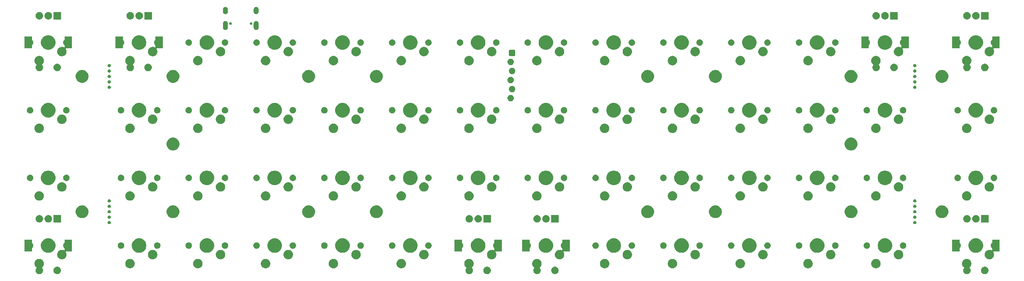
<source format=gts>
G04 #@! TF.GenerationSoftware,KiCad,Pcbnew,(5.1.4-0-10_14)*
G04 #@! TF.CreationDate,2020-08-02T22:32:40-05:00*
G04 #@! TF.ProjectId,Ori,4f72692e-6b69-4636-9164-5f7063625858,rev?*
G04 #@! TF.SameCoordinates,Original*
G04 #@! TF.FileFunction,Soldermask,Top*
G04 #@! TF.FilePolarity,Negative*
%FSLAX46Y46*%
G04 Gerber Fmt 4.6, Leading zero omitted, Abs format (unit mm)*
G04 Created by KiCad (PCBNEW (5.1.4-0-10_14)) date 2020-08-02 22:32:40*
%MOMM*%
%LPD*%
G04 APERTURE LIST*
%ADD10C,0.100000*%
G04 APERTURE END LIST*
D10*
G36*
X324311700Y-116176401D02*
G01*
X324502969Y-116255627D01*
X324502971Y-116255628D01*
X324675109Y-116370647D01*
X324821501Y-116517039D01*
X324877410Y-116600712D01*
X324936521Y-116689179D01*
X325015747Y-116880448D01*
X325056136Y-117083496D01*
X325056136Y-117290528D01*
X325015747Y-117493576D01*
X324936521Y-117684845D01*
X324936520Y-117684847D01*
X324821501Y-117856985D01*
X324675109Y-118003377D01*
X324502971Y-118118396D01*
X324502970Y-118118397D01*
X324502969Y-118118397D01*
X324311700Y-118197623D01*
X324108652Y-118238012D01*
X323901620Y-118238012D01*
X323698572Y-118197623D01*
X323507303Y-118118397D01*
X323507302Y-118118397D01*
X323507301Y-118118396D01*
X323335163Y-118003377D01*
X323188771Y-117856985D01*
X323073752Y-117684847D01*
X323073751Y-117684845D01*
X322994525Y-117493576D01*
X322954136Y-117290528D01*
X322954136Y-117083496D01*
X322994525Y-116880448D01*
X323073751Y-116689179D01*
X323132863Y-116600712D01*
X323188771Y-116517039D01*
X323335163Y-116370647D01*
X323507301Y-116255628D01*
X323507303Y-116255627D01*
X323698572Y-116176401D01*
X323901620Y-116136012D01*
X324108652Y-116136012D01*
X324311700Y-116176401D01*
X324311700Y-116176401D01*
G37*
G36*
X319197451Y-113984095D02*
G01*
X319325058Y-114009477D01*
X319465884Y-114067809D01*
X319565463Y-114109056D01*
X319637257Y-114157027D01*
X319781825Y-114253624D01*
X319965824Y-114437623D01*
X319966018Y-114437914D01*
X320110392Y-114653985D01*
X320110512Y-114654275D01*
X320209971Y-114894390D01*
X320210029Y-114894682D01*
X320260736Y-115149603D01*
X320260736Y-115409821D01*
X320260678Y-115410111D01*
X320209971Y-115665034D01*
X320151639Y-115805860D01*
X320110392Y-115905439D01*
X320062421Y-115977233D01*
X319965824Y-116121801D01*
X319784426Y-116303199D01*
X319768886Y-116322135D01*
X319757335Y-116343746D01*
X319750222Y-116367195D01*
X319747820Y-116391581D01*
X319750222Y-116415967D01*
X319757335Y-116439416D01*
X319768886Y-116461027D01*
X319784431Y-116479969D01*
X319821501Y-116517039D01*
X319877410Y-116600712D01*
X319936521Y-116689179D01*
X320015747Y-116880448D01*
X320056136Y-117083496D01*
X320056136Y-117290528D01*
X320015747Y-117493576D01*
X319936521Y-117684845D01*
X319936520Y-117684847D01*
X319821501Y-117856985D01*
X319675109Y-118003377D01*
X319502971Y-118118396D01*
X319502970Y-118118397D01*
X319502969Y-118118397D01*
X319311700Y-118197623D01*
X319108652Y-118238012D01*
X318901620Y-118238012D01*
X318698572Y-118197623D01*
X318507303Y-118118397D01*
X318507302Y-118118397D01*
X318507301Y-118118396D01*
X318335163Y-118003377D01*
X318188771Y-117856985D01*
X318073752Y-117684847D01*
X318073751Y-117684845D01*
X317994525Y-117493576D01*
X317954136Y-117290528D01*
X317954136Y-117083496D01*
X317994525Y-116880448D01*
X318073751Y-116689179D01*
X318132863Y-116600712D01*
X318188771Y-116517039D01*
X318188779Y-116517027D01*
X318200330Y-116495416D01*
X318207443Y-116471967D01*
X318209845Y-116447581D01*
X318207443Y-116423195D01*
X318200330Y-116399746D01*
X318188779Y-116378135D01*
X318173234Y-116359193D01*
X318154291Y-116343648D01*
X318097650Y-116305802D01*
X318097647Y-116305800D01*
X317913648Y-116121801D01*
X317817051Y-115977233D01*
X317769080Y-115905439D01*
X317727833Y-115805860D01*
X317669501Y-115665034D01*
X317618794Y-115410111D01*
X317618736Y-115409821D01*
X317618736Y-115149603D01*
X317669443Y-114894682D01*
X317669501Y-114894390D01*
X317768960Y-114654275D01*
X317769080Y-114653985D01*
X317913454Y-114437914D01*
X317913648Y-114437623D01*
X318097647Y-114253624D01*
X318242215Y-114157027D01*
X318314009Y-114109056D01*
X318413588Y-114067809D01*
X318554414Y-114009477D01*
X318682021Y-113984095D01*
X318809627Y-113958712D01*
X319069845Y-113958712D01*
X319197451Y-113984095D01*
X319197451Y-113984095D01*
G37*
G36*
X203851283Y-116176401D02*
G01*
X204042552Y-116255627D01*
X204042554Y-116255628D01*
X204214692Y-116370647D01*
X204361084Y-116517039D01*
X204416993Y-116600712D01*
X204476104Y-116689179D01*
X204555330Y-116880448D01*
X204595719Y-117083496D01*
X204595719Y-117290528D01*
X204555330Y-117493576D01*
X204476104Y-117684845D01*
X204476103Y-117684847D01*
X204361084Y-117856985D01*
X204214692Y-118003377D01*
X204042554Y-118118396D01*
X204042553Y-118118397D01*
X204042552Y-118118397D01*
X203851283Y-118197623D01*
X203648235Y-118238012D01*
X203441203Y-118238012D01*
X203238155Y-118197623D01*
X203046886Y-118118397D01*
X203046885Y-118118397D01*
X203046884Y-118118396D01*
X202874746Y-118003377D01*
X202728354Y-117856985D01*
X202613335Y-117684847D01*
X202613334Y-117684845D01*
X202534108Y-117493576D01*
X202493719Y-117290528D01*
X202493719Y-117083496D01*
X202534108Y-116880448D01*
X202613334Y-116689179D01*
X202672446Y-116600712D01*
X202728354Y-116517039D01*
X202874746Y-116370647D01*
X203046884Y-116255628D01*
X203046886Y-116255627D01*
X203238155Y-116176401D01*
X203441203Y-116136012D01*
X203648235Y-116136012D01*
X203851283Y-116176401D01*
X203851283Y-116176401D01*
G37*
G36*
X198737034Y-113984095D02*
G01*
X198864641Y-114009477D01*
X199005467Y-114067809D01*
X199105046Y-114109056D01*
X199176840Y-114157027D01*
X199321408Y-114253624D01*
X199505407Y-114437623D01*
X199505601Y-114437914D01*
X199649975Y-114653985D01*
X199650095Y-114654275D01*
X199749554Y-114894390D01*
X199749612Y-114894682D01*
X199800319Y-115149603D01*
X199800319Y-115409821D01*
X199800261Y-115410111D01*
X199749554Y-115665034D01*
X199691222Y-115805860D01*
X199649975Y-115905439D01*
X199602004Y-115977233D01*
X199505407Y-116121801D01*
X199324009Y-116303199D01*
X199308469Y-116322135D01*
X199296918Y-116343746D01*
X199289805Y-116367195D01*
X199287403Y-116391581D01*
X199289805Y-116415967D01*
X199296918Y-116439416D01*
X199308469Y-116461027D01*
X199324014Y-116479969D01*
X199361084Y-116517039D01*
X199416993Y-116600712D01*
X199476104Y-116689179D01*
X199555330Y-116880448D01*
X199595719Y-117083496D01*
X199595719Y-117290528D01*
X199555330Y-117493576D01*
X199476104Y-117684845D01*
X199476103Y-117684847D01*
X199361084Y-117856985D01*
X199214692Y-118003377D01*
X199042554Y-118118396D01*
X199042553Y-118118397D01*
X199042552Y-118118397D01*
X198851283Y-118197623D01*
X198648235Y-118238012D01*
X198441203Y-118238012D01*
X198238155Y-118197623D01*
X198046886Y-118118397D01*
X198046885Y-118118397D01*
X198046884Y-118118396D01*
X197874746Y-118003377D01*
X197728354Y-117856985D01*
X197613335Y-117684847D01*
X197613334Y-117684845D01*
X197534108Y-117493576D01*
X197493719Y-117290528D01*
X197493719Y-117083496D01*
X197534108Y-116880448D01*
X197613334Y-116689179D01*
X197672446Y-116600712D01*
X197728354Y-116517039D01*
X197728362Y-116517027D01*
X197739913Y-116495416D01*
X197747026Y-116471967D01*
X197749428Y-116447581D01*
X197747026Y-116423195D01*
X197739913Y-116399746D01*
X197728362Y-116378135D01*
X197712817Y-116359193D01*
X197693874Y-116343648D01*
X197637233Y-116305802D01*
X197637230Y-116305800D01*
X197453231Y-116121801D01*
X197356634Y-115977233D01*
X197308663Y-115905439D01*
X197267416Y-115805860D01*
X197209084Y-115665034D01*
X197158377Y-115410111D01*
X197158319Y-115409821D01*
X197158319Y-115149603D01*
X197209026Y-114894682D01*
X197209084Y-114894390D01*
X197308543Y-114654275D01*
X197308663Y-114653985D01*
X197453037Y-114437914D01*
X197453231Y-114437623D01*
X197637230Y-114253624D01*
X197781798Y-114157027D01*
X197853592Y-114109056D01*
X197953171Y-114067809D01*
X198093997Y-114009477D01*
X198221604Y-113984095D01*
X198349210Y-113958712D01*
X198609428Y-113958712D01*
X198737034Y-113984095D01*
X198737034Y-113984095D01*
G37*
G36*
X184851333Y-116176401D02*
G01*
X185042602Y-116255627D01*
X185042604Y-116255628D01*
X185214742Y-116370647D01*
X185361134Y-116517039D01*
X185417043Y-116600712D01*
X185476154Y-116689179D01*
X185555380Y-116880448D01*
X185595769Y-117083496D01*
X185595769Y-117290528D01*
X185555380Y-117493576D01*
X185476154Y-117684845D01*
X185476153Y-117684847D01*
X185361134Y-117856985D01*
X185214742Y-118003377D01*
X185042604Y-118118396D01*
X185042603Y-118118397D01*
X185042602Y-118118397D01*
X184851333Y-118197623D01*
X184648285Y-118238012D01*
X184441253Y-118238012D01*
X184238205Y-118197623D01*
X184046936Y-118118397D01*
X184046935Y-118118397D01*
X184046934Y-118118396D01*
X183874796Y-118003377D01*
X183728404Y-117856985D01*
X183613385Y-117684847D01*
X183613384Y-117684845D01*
X183534158Y-117493576D01*
X183493769Y-117290528D01*
X183493769Y-117083496D01*
X183534158Y-116880448D01*
X183613384Y-116689179D01*
X183672496Y-116600712D01*
X183728404Y-116517039D01*
X183874796Y-116370647D01*
X184046934Y-116255628D01*
X184046936Y-116255627D01*
X184238205Y-116176401D01*
X184441253Y-116136012D01*
X184648285Y-116136012D01*
X184851333Y-116176401D01*
X184851333Y-116176401D01*
G37*
G36*
X179737084Y-113984095D02*
G01*
X179864691Y-114009477D01*
X180005517Y-114067809D01*
X180105096Y-114109056D01*
X180176890Y-114157027D01*
X180321458Y-114253624D01*
X180505457Y-114437623D01*
X180505651Y-114437914D01*
X180650025Y-114653985D01*
X180650145Y-114654275D01*
X180749604Y-114894390D01*
X180749662Y-114894682D01*
X180800369Y-115149603D01*
X180800369Y-115409821D01*
X180800311Y-115410111D01*
X180749604Y-115665034D01*
X180691272Y-115805860D01*
X180650025Y-115905439D01*
X180602054Y-115977233D01*
X180505457Y-116121801D01*
X180324059Y-116303199D01*
X180308519Y-116322135D01*
X180296968Y-116343746D01*
X180289855Y-116367195D01*
X180287453Y-116391581D01*
X180289855Y-116415967D01*
X180296968Y-116439416D01*
X180308519Y-116461027D01*
X180324064Y-116479969D01*
X180361134Y-116517039D01*
X180417043Y-116600712D01*
X180476154Y-116689179D01*
X180555380Y-116880448D01*
X180595769Y-117083496D01*
X180595769Y-117290528D01*
X180555380Y-117493576D01*
X180476154Y-117684845D01*
X180476153Y-117684847D01*
X180361134Y-117856985D01*
X180214742Y-118003377D01*
X180042604Y-118118396D01*
X180042603Y-118118397D01*
X180042602Y-118118397D01*
X179851333Y-118197623D01*
X179648285Y-118238012D01*
X179441253Y-118238012D01*
X179238205Y-118197623D01*
X179046936Y-118118397D01*
X179046935Y-118118397D01*
X179046934Y-118118396D01*
X178874796Y-118003377D01*
X178728404Y-117856985D01*
X178613385Y-117684847D01*
X178613384Y-117684845D01*
X178534158Y-117493576D01*
X178493769Y-117290528D01*
X178493769Y-117083496D01*
X178534158Y-116880448D01*
X178613384Y-116689179D01*
X178672496Y-116600712D01*
X178728404Y-116517039D01*
X178728412Y-116517027D01*
X178739963Y-116495416D01*
X178747076Y-116471967D01*
X178749478Y-116447581D01*
X178747076Y-116423195D01*
X178739963Y-116399746D01*
X178728412Y-116378135D01*
X178712867Y-116359193D01*
X178693924Y-116343648D01*
X178637283Y-116305802D01*
X178637280Y-116305800D01*
X178453281Y-116121801D01*
X178356684Y-115977233D01*
X178308713Y-115905439D01*
X178267466Y-115805860D01*
X178209134Y-115665034D01*
X178158427Y-115410111D01*
X178158369Y-115409821D01*
X178158369Y-115149603D01*
X178209076Y-114894682D01*
X178209134Y-114894390D01*
X178308593Y-114654275D01*
X178308713Y-114653985D01*
X178453087Y-114437914D01*
X178453281Y-114437623D01*
X178637280Y-114253624D01*
X178781848Y-114157027D01*
X178853642Y-114109056D01*
X178953221Y-114067809D01*
X179094047Y-114009477D01*
X179221654Y-113984095D01*
X179349260Y-113958712D01*
X179609478Y-113958712D01*
X179737084Y-113984095D01*
X179737084Y-113984095D01*
G37*
G36*
X64391650Y-116176401D02*
G01*
X64582919Y-116255627D01*
X64582921Y-116255628D01*
X64755059Y-116370647D01*
X64901451Y-116517039D01*
X64957360Y-116600712D01*
X65016471Y-116689179D01*
X65095697Y-116880448D01*
X65136086Y-117083496D01*
X65136086Y-117290528D01*
X65095697Y-117493576D01*
X65016471Y-117684845D01*
X65016470Y-117684847D01*
X64901451Y-117856985D01*
X64755059Y-118003377D01*
X64582921Y-118118396D01*
X64582920Y-118118397D01*
X64582919Y-118118397D01*
X64391650Y-118197623D01*
X64188602Y-118238012D01*
X63981570Y-118238012D01*
X63778522Y-118197623D01*
X63587253Y-118118397D01*
X63587252Y-118118397D01*
X63587251Y-118118396D01*
X63415113Y-118003377D01*
X63268721Y-117856985D01*
X63153702Y-117684847D01*
X63153701Y-117684845D01*
X63074475Y-117493576D01*
X63034086Y-117290528D01*
X63034086Y-117083496D01*
X63074475Y-116880448D01*
X63153701Y-116689179D01*
X63212813Y-116600712D01*
X63268721Y-116517039D01*
X63415113Y-116370647D01*
X63587251Y-116255628D01*
X63587253Y-116255627D01*
X63778522Y-116176401D01*
X63981570Y-116136012D01*
X64188602Y-116136012D01*
X64391650Y-116176401D01*
X64391650Y-116176401D01*
G37*
G36*
X59277401Y-113984095D02*
G01*
X59405008Y-114009477D01*
X59545834Y-114067809D01*
X59645413Y-114109056D01*
X59717207Y-114157027D01*
X59861775Y-114253624D01*
X60045774Y-114437623D01*
X60045968Y-114437914D01*
X60190342Y-114653985D01*
X60190462Y-114654275D01*
X60289921Y-114894390D01*
X60289979Y-114894682D01*
X60340686Y-115149603D01*
X60340686Y-115409821D01*
X60340628Y-115410111D01*
X60289921Y-115665034D01*
X60231589Y-115805860D01*
X60190342Y-115905439D01*
X60142371Y-115977233D01*
X60045774Y-116121801D01*
X59864376Y-116303199D01*
X59848836Y-116322135D01*
X59837285Y-116343746D01*
X59830172Y-116367195D01*
X59827770Y-116391581D01*
X59830172Y-116415967D01*
X59837285Y-116439416D01*
X59848836Y-116461027D01*
X59864381Y-116479969D01*
X59901451Y-116517039D01*
X59957360Y-116600712D01*
X60016471Y-116689179D01*
X60095697Y-116880448D01*
X60136086Y-117083496D01*
X60136086Y-117290528D01*
X60095697Y-117493576D01*
X60016471Y-117684845D01*
X60016470Y-117684847D01*
X59901451Y-117856985D01*
X59755059Y-118003377D01*
X59582921Y-118118396D01*
X59582920Y-118118397D01*
X59582919Y-118118397D01*
X59391650Y-118197623D01*
X59188602Y-118238012D01*
X58981570Y-118238012D01*
X58778522Y-118197623D01*
X58587253Y-118118397D01*
X58587252Y-118118397D01*
X58587251Y-118118396D01*
X58415113Y-118003377D01*
X58268721Y-117856985D01*
X58153702Y-117684847D01*
X58153701Y-117684845D01*
X58074475Y-117493576D01*
X58034086Y-117290528D01*
X58034086Y-117083496D01*
X58074475Y-116880448D01*
X58153701Y-116689179D01*
X58212813Y-116600712D01*
X58268721Y-116517039D01*
X58268729Y-116517027D01*
X58280280Y-116495416D01*
X58287393Y-116471967D01*
X58289795Y-116447581D01*
X58287393Y-116423195D01*
X58280280Y-116399746D01*
X58268729Y-116378135D01*
X58253184Y-116359193D01*
X58234241Y-116343648D01*
X58177600Y-116305802D01*
X58177597Y-116305800D01*
X57993598Y-116121801D01*
X57897001Y-115977233D01*
X57849030Y-115905439D01*
X57807783Y-115805860D01*
X57749451Y-115665034D01*
X57698744Y-115410111D01*
X57698686Y-115409821D01*
X57698686Y-115149603D01*
X57749393Y-114894682D01*
X57749451Y-114894390D01*
X57848910Y-114654275D01*
X57849030Y-114653985D01*
X57993404Y-114437914D01*
X57993598Y-114437623D01*
X58177597Y-114253624D01*
X58322165Y-114157027D01*
X58393959Y-114109056D01*
X58493538Y-114067809D01*
X58634364Y-114009477D01*
X58761971Y-113984095D01*
X58889577Y-113958712D01*
X59149795Y-113958712D01*
X59277401Y-113984095D01*
X59277401Y-113984095D01*
G37*
G36*
X84737333Y-113984384D02*
G01*
X84864941Y-114009767D01*
X85005767Y-114068099D01*
X85105346Y-114109346D01*
X85105347Y-114109347D01*
X85321708Y-114253914D01*
X85505707Y-114437913D01*
X85602304Y-114582481D01*
X85650275Y-114654275D01*
X85691522Y-114753854D01*
X85749854Y-114894680D01*
X85749854Y-114894682D01*
X85800562Y-115149605D01*
X85800619Y-115149895D01*
X85800619Y-115410109D01*
X85749854Y-115665324D01*
X85691522Y-115806150D01*
X85650275Y-115905729D01*
X85650274Y-115905730D01*
X85505707Y-116122091D01*
X85321708Y-116306090D01*
X85242233Y-116359193D01*
X85105346Y-116450658D01*
X85034582Y-116479969D01*
X84864941Y-116550237D01*
X84737333Y-116575620D01*
X84609728Y-116601002D01*
X84349510Y-116601002D01*
X84221905Y-116575620D01*
X84094297Y-116550237D01*
X83924656Y-116479969D01*
X83853892Y-116450658D01*
X83717005Y-116359193D01*
X83637530Y-116306090D01*
X83453531Y-116122091D01*
X83308964Y-115905730D01*
X83308963Y-115905729D01*
X83267716Y-115806150D01*
X83209384Y-115665324D01*
X83158619Y-115410109D01*
X83158619Y-115149895D01*
X83158677Y-115149605D01*
X83209384Y-114894682D01*
X83209384Y-114894680D01*
X83267716Y-114753854D01*
X83308963Y-114654275D01*
X83356934Y-114582481D01*
X83453531Y-114437913D01*
X83637530Y-114253914D01*
X83853891Y-114109347D01*
X83853892Y-114109346D01*
X83953471Y-114068099D01*
X84094297Y-114009767D01*
X84221905Y-113984384D01*
X84349510Y-113959002D01*
X84609728Y-113959002D01*
X84737333Y-113984384D01*
X84737333Y-113984384D01*
G37*
G36*
X293737713Y-113984384D02*
G01*
X293865321Y-114009767D01*
X294006147Y-114068099D01*
X294105726Y-114109346D01*
X294105727Y-114109347D01*
X294322088Y-114253914D01*
X294506087Y-114437913D01*
X294602684Y-114582481D01*
X294650655Y-114654275D01*
X294691902Y-114753854D01*
X294750234Y-114894680D01*
X294750234Y-114894682D01*
X294800942Y-115149605D01*
X294800999Y-115149895D01*
X294800999Y-115410109D01*
X294750234Y-115665324D01*
X294691902Y-115806150D01*
X294650655Y-115905729D01*
X294650654Y-115905730D01*
X294506087Y-116122091D01*
X294322088Y-116306090D01*
X294242613Y-116359193D01*
X294105726Y-116450658D01*
X294034962Y-116479969D01*
X293865321Y-116550237D01*
X293737713Y-116575620D01*
X293610108Y-116601002D01*
X293349890Y-116601002D01*
X293222285Y-116575620D01*
X293094677Y-116550237D01*
X292925036Y-116479969D01*
X292854272Y-116450658D01*
X292717385Y-116359193D01*
X292637910Y-116306090D01*
X292453911Y-116122091D01*
X292309344Y-115905730D01*
X292309343Y-115905729D01*
X292268096Y-115806150D01*
X292209764Y-115665324D01*
X292158999Y-115410109D01*
X292158999Y-115149895D01*
X292159057Y-115149605D01*
X292209764Y-114894682D01*
X292209764Y-114894680D01*
X292268096Y-114753854D01*
X292309343Y-114654275D01*
X292357314Y-114582481D01*
X292453911Y-114437913D01*
X292637910Y-114253914D01*
X292854271Y-114109347D01*
X292854272Y-114109346D01*
X292953851Y-114068099D01*
X293094677Y-114009767D01*
X293222285Y-113984384D01*
X293349890Y-113959002D01*
X293610108Y-113959002D01*
X293737713Y-113984384D01*
X293737713Y-113984384D01*
G37*
G36*
X160737713Y-113984384D02*
G01*
X160865321Y-114009767D01*
X161006147Y-114068099D01*
X161105726Y-114109346D01*
X161105727Y-114109347D01*
X161322088Y-114253914D01*
X161506087Y-114437913D01*
X161602684Y-114582481D01*
X161650655Y-114654275D01*
X161691902Y-114753854D01*
X161750234Y-114894680D01*
X161750234Y-114894682D01*
X161800942Y-115149605D01*
X161800999Y-115149895D01*
X161800999Y-115410109D01*
X161750234Y-115665324D01*
X161691902Y-115806150D01*
X161650655Y-115905729D01*
X161650654Y-115905730D01*
X161506087Y-116122091D01*
X161322088Y-116306090D01*
X161242613Y-116359193D01*
X161105726Y-116450658D01*
X161034962Y-116479969D01*
X160865321Y-116550237D01*
X160737713Y-116575620D01*
X160610108Y-116601002D01*
X160349890Y-116601002D01*
X160222285Y-116575620D01*
X160094677Y-116550237D01*
X159925036Y-116479969D01*
X159854272Y-116450658D01*
X159717385Y-116359193D01*
X159637910Y-116306090D01*
X159453911Y-116122091D01*
X159309344Y-115905730D01*
X159309343Y-115905729D01*
X159268096Y-115806150D01*
X159209764Y-115665324D01*
X159158999Y-115410109D01*
X159158999Y-115149895D01*
X159159057Y-115149605D01*
X159209764Y-114894682D01*
X159209764Y-114894680D01*
X159268096Y-114753854D01*
X159309343Y-114654275D01*
X159357314Y-114582481D01*
X159453911Y-114437913D01*
X159637910Y-114253914D01*
X159854271Y-114109347D01*
X159854272Y-114109346D01*
X159953851Y-114068099D01*
X160094677Y-114009767D01*
X160222285Y-113984384D01*
X160349890Y-113959002D01*
X160610108Y-113959002D01*
X160737713Y-113984384D01*
X160737713Y-113984384D01*
G37*
G36*
X122737713Y-113984384D02*
G01*
X122865321Y-114009767D01*
X123006147Y-114068099D01*
X123105726Y-114109346D01*
X123105727Y-114109347D01*
X123322088Y-114253914D01*
X123506087Y-114437913D01*
X123602684Y-114582481D01*
X123650655Y-114654275D01*
X123691902Y-114753854D01*
X123750234Y-114894680D01*
X123750234Y-114894682D01*
X123800942Y-115149605D01*
X123800999Y-115149895D01*
X123800999Y-115410109D01*
X123750234Y-115665324D01*
X123691902Y-115806150D01*
X123650655Y-115905729D01*
X123650654Y-115905730D01*
X123506087Y-116122091D01*
X123322088Y-116306090D01*
X123242613Y-116359193D01*
X123105726Y-116450658D01*
X123034962Y-116479969D01*
X122865321Y-116550237D01*
X122737713Y-116575620D01*
X122610108Y-116601002D01*
X122349890Y-116601002D01*
X122222285Y-116575620D01*
X122094677Y-116550237D01*
X121925036Y-116479969D01*
X121854272Y-116450658D01*
X121717385Y-116359193D01*
X121637910Y-116306090D01*
X121453911Y-116122091D01*
X121309344Y-115905730D01*
X121309343Y-115905729D01*
X121268096Y-115806150D01*
X121209764Y-115665324D01*
X121158999Y-115410109D01*
X121158999Y-115149895D01*
X121159057Y-115149605D01*
X121209764Y-114894682D01*
X121209764Y-114894680D01*
X121268096Y-114753854D01*
X121309343Y-114654275D01*
X121357314Y-114582481D01*
X121453911Y-114437913D01*
X121637910Y-114253914D01*
X121854271Y-114109347D01*
X121854272Y-114109346D01*
X121953851Y-114068099D01*
X122094677Y-114009767D01*
X122222285Y-113984384D01*
X122349890Y-113959002D01*
X122610108Y-113959002D01*
X122737713Y-113984384D01*
X122737713Y-113984384D01*
G37*
G36*
X103737713Y-113984384D02*
G01*
X103865321Y-114009767D01*
X104006147Y-114068099D01*
X104105726Y-114109346D01*
X104105727Y-114109347D01*
X104322088Y-114253914D01*
X104506087Y-114437913D01*
X104602684Y-114582481D01*
X104650655Y-114654275D01*
X104691902Y-114753854D01*
X104750234Y-114894680D01*
X104750234Y-114894682D01*
X104800942Y-115149605D01*
X104800999Y-115149895D01*
X104800999Y-115410109D01*
X104750234Y-115665324D01*
X104691902Y-115806150D01*
X104650655Y-115905729D01*
X104650654Y-115905730D01*
X104506087Y-116122091D01*
X104322088Y-116306090D01*
X104242613Y-116359193D01*
X104105726Y-116450658D01*
X104034962Y-116479969D01*
X103865321Y-116550237D01*
X103737713Y-116575620D01*
X103610108Y-116601002D01*
X103349890Y-116601002D01*
X103222285Y-116575620D01*
X103094677Y-116550237D01*
X102925036Y-116479969D01*
X102854272Y-116450658D01*
X102717385Y-116359193D01*
X102637910Y-116306090D01*
X102453911Y-116122091D01*
X102309344Y-115905730D01*
X102309343Y-115905729D01*
X102268096Y-115806150D01*
X102209764Y-115665324D01*
X102158999Y-115410109D01*
X102158999Y-115149895D01*
X102159057Y-115149605D01*
X102209764Y-114894682D01*
X102209764Y-114894680D01*
X102268096Y-114753854D01*
X102309343Y-114654275D01*
X102357314Y-114582481D01*
X102453911Y-114437913D01*
X102637910Y-114253914D01*
X102854271Y-114109347D01*
X102854272Y-114109346D01*
X102953851Y-114068099D01*
X103094677Y-114009767D01*
X103222285Y-113984384D01*
X103349890Y-113959002D01*
X103610108Y-113959002D01*
X103737713Y-113984384D01*
X103737713Y-113984384D01*
G37*
G36*
X217736984Y-113984095D02*
G01*
X217864591Y-114009477D01*
X218005417Y-114067809D01*
X218104996Y-114109056D01*
X218176790Y-114157027D01*
X218321358Y-114253624D01*
X218505357Y-114437623D01*
X218505551Y-114437914D01*
X218649925Y-114653985D01*
X218650045Y-114654275D01*
X218749504Y-114894390D01*
X218749562Y-114894682D01*
X218800269Y-115149603D01*
X218800269Y-115409821D01*
X218800211Y-115410111D01*
X218749504Y-115665034D01*
X218691172Y-115805860D01*
X218649925Y-115905439D01*
X218601954Y-115977233D01*
X218505357Y-116121801D01*
X218321358Y-116305800D01*
X218264714Y-116343648D01*
X218104996Y-116450368D01*
X218033532Y-116479969D01*
X217864591Y-116549947D01*
X217736983Y-116575330D01*
X217609378Y-116600712D01*
X217349160Y-116600712D01*
X217221555Y-116575330D01*
X217093947Y-116549947D01*
X216925006Y-116479969D01*
X216853542Y-116450368D01*
X216693824Y-116343648D01*
X216637180Y-116305800D01*
X216453181Y-116121801D01*
X216356584Y-115977233D01*
X216308613Y-115905439D01*
X216267366Y-115805860D01*
X216209034Y-115665034D01*
X216158327Y-115410111D01*
X216158269Y-115409821D01*
X216158269Y-115149603D01*
X216208976Y-114894682D01*
X216209034Y-114894390D01*
X216308493Y-114654275D01*
X216308613Y-114653985D01*
X216452987Y-114437914D01*
X216453181Y-114437623D01*
X216637180Y-114253624D01*
X216781748Y-114157027D01*
X216853542Y-114109056D01*
X216953121Y-114067809D01*
X217093947Y-114009477D01*
X217221554Y-113984095D01*
X217349160Y-113958712D01*
X217609378Y-113958712D01*
X217736984Y-113984095D01*
X217736984Y-113984095D01*
G37*
G36*
X236736934Y-113984095D02*
G01*
X236864541Y-114009477D01*
X237005367Y-114067809D01*
X237104946Y-114109056D01*
X237176740Y-114157027D01*
X237321308Y-114253624D01*
X237505307Y-114437623D01*
X237505501Y-114437914D01*
X237649875Y-114653985D01*
X237649995Y-114654275D01*
X237749454Y-114894390D01*
X237749512Y-114894682D01*
X237800219Y-115149603D01*
X237800219Y-115409821D01*
X237800161Y-115410111D01*
X237749454Y-115665034D01*
X237691122Y-115805860D01*
X237649875Y-115905439D01*
X237601904Y-115977233D01*
X237505307Y-116121801D01*
X237321308Y-116305800D01*
X237264664Y-116343648D01*
X237104946Y-116450368D01*
X237033482Y-116479969D01*
X236864541Y-116549947D01*
X236736933Y-116575330D01*
X236609328Y-116600712D01*
X236349110Y-116600712D01*
X236221505Y-116575330D01*
X236093897Y-116549947D01*
X235924956Y-116479969D01*
X235853492Y-116450368D01*
X235693774Y-116343648D01*
X235637130Y-116305800D01*
X235453131Y-116121801D01*
X235356534Y-115977233D01*
X235308563Y-115905439D01*
X235267316Y-115805860D01*
X235208984Y-115665034D01*
X235158277Y-115410111D01*
X235158219Y-115409821D01*
X235158219Y-115149603D01*
X235208926Y-114894682D01*
X235208984Y-114894390D01*
X235308443Y-114654275D01*
X235308563Y-114653985D01*
X235452937Y-114437914D01*
X235453131Y-114437623D01*
X235637130Y-114253624D01*
X235781698Y-114157027D01*
X235853492Y-114109056D01*
X235953071Y-114067809D01*
X236093897Y-114009477D01*
X236221504Y-113984095D01*
X236349110Y-113958712D01*
X236609328Y-113958712D01*
X236736934Y-113984095D01*
X236736934Y-113984095D01*
G37*
G36*
X255736884Y-113984095D02*
G01*
X255864491Y-114009477D01*
X256005317Y-114067809D01*
X256104896Y-114109056D01*
X256176690Y-114157027D01*
X256321258Y-114253624D01*
X256505257Y-114437623D01*
X256505451Y-114437914D01*
X256649825Y-114653985D01*
X256649945Y-114654275D01*
X256749404Y-114894390D01*
X256749462Y-114894682D01*
X256800169Y-115149603D01*
X256800169Y-115409821D01*
X256800111Y-115410111D01*
X256749404Y-115665034D01*
X256691072Y-115805860D01*
X256649825Y-115905439D01*
X256601854Y-115977233D01*
X256505257Y-116121801D01*
X256321258Y-116305800D01*
X256264614Y-116343648D01*
X256104896Y-116450368D01*
X256033432Y-116479969D01*
X255864491Y-116549947D01*
X255736883Y-116575330D01*
X255609278Y-116600712D01*
X255349060Y-116600712D01*
X255221455Y-116575330D01*
X255093847Y-116549947D01*
X254924906Y-116479969D01*
X254853442Y-116450368D01*
X254693724Y-116343648D01*
X254637080Y-116305800D01*
X254453081Y-116121801D01*
X254356484Y-115977233D01*
X254308513Y-115905439D01*
X254267266Y-115805860D01*
X254208934Y-115665034D01*
X254158227Y-115410111D01*
X254158169Y-115409821D01*
X254158169Y-115149603D01*
X254208876Y-114894682D01*
X254208934Y-114894390D01*
X254308393Y-114654275D01*
X254308513Y-114653985D01*
X254452887Y-114437914D01*
X254453081Y-114437623D01*
X254637080Y-114253624D01*
X254781648Y-114157027D01*
X254853442Y-114109056D01*
X254953021Y-114067809D01*
X255093847Y-114009477D01*
X255221454Y-113984095D01*
X255349060Y-113958712D01*
X255609278Y-113958712D01*
X255736884Y-113984095D01*
X255736884Y-113984095D01*
G37*
G36*
X274736834Y-113984095D02*
G01*
X274864441Y-114009477D01*
X275005267Y-114067809D01*
X275104846Y-114109056D01*
X275176640Y-114157027D01*
X275321208Y-114253624D01*
X275505207Y-114437623D01*
X275505401Y-114437914D01*
X275649775Y-114653985D01*
X275649895Y-114654275D01*
X275749354Y-114894390D01*
X275749412Y-114894682D01*
X275800119Y-115149603D01*
X275800119Y-115409821D01*
X275800061Y-115410111D01*
X275749354Y-115665034D01*
X275691022Y-115805860D01*
X275649775Y-115905439D01*
X275601804Y-115977233D01*
X275505207Y-116121801D01*
X275321208Y-116305800D01*
X275264564Y-116343648D01*
X275104846Y-116450368D01*
X275033382Y-116479969D01*
X274864441Y-116549947D01*
X274736833Y-116575330D01*
X274609228Y-116600712D01*
X274349010Y-116600712D01*
X274221405Y-116575330D01*
X274093797Y-116549947D01*
X273924856Y-116479969D01*
X273853392Y-116450368D01*
X273693674Y-116343648D01*
X273637030Y-116305800D01*
X273453031Y-116121801D01*
X273356434Y-115977233D01*
X273308463Y-115905439D01*
X273267216Y-115805860D01*
X273208884Y-115665034D01*
X273158177Y-115410111D01*
X273158119Y-115409821D01*
X273158119Y-115149603D01*
X273208826Y-114894682D01*
X273208884Y-114894390D01*
X273308343Y-114654275D01*
X273308463Y-114653985D01*
X273452837Y-114437914D01*
X273453031Y-114437623D01*
X273637030Y-114253624D01*
X273781598Y-114157027D01*
X273853392Y-114109056D01*
X273952971Y-114067809D01*
X274093797Y-114009477D01*
X274221404Y-113984095D01*
X274349010Y-113958712D01*
X274609228Y-113958712D01*
X274736834Y-113984095D01*
X274736834Y-113984095D01*
G37*
G36*
X141737184Y-113984095D02*
G01*
X141864791Y-114009477D01*
X142005617Y-114067809D01*
X142105196Y-114109056D01*
X142176990Y-114157027D01*
X142321558Y-114253624D01*
X142505557Y-114437623D01*
X142505751Y-114437914D01*
X142650125Y-114653985D01*
X142650245Y-114654275D01*
X142749704Y-114894390D01*
X142749762Y-114894682D01*
X142800469Y-115149603D01*
X142800469Y-115409821D01*
X142800411Y-115410111D01*
X142749704Y-115665034D01*
X142691372Y-115805860D01*
X142650125Y-115905439D01*
X142602154Y-115977233D01*
X142505557Y-116121801D01*
X142321558Y-116305800D01*
X142264914Y-116343648D01*
X142105196Y-116450368D01*
X142033732Y-116479969D01*
X141864791Y-116549947D01*
X141737183Y-116575330D01*
X141609578Y-116600712D01*
X141349360Y-116600712D01*
X141221755Y-116575330D01*
X141094147Y-116549947D01*
X140925206Y-116479969D01*
X140853742Y-116450368D01*
X140694024Y-116343648D01*
X140637380Y-116305800D01*
X140453381Y-116121801D01*
X140356784Y-115977233D01*
X140308813Y-115905439D01*
X140267566Y-115805860D01*
X140209234Y-115665034D01*
X140158527Y-115410111D01*
X140158469Y-115409821D01*
X140158469Y-115149603D01*
X140209176Y-114894682D01*
X140209234Y-114894390D01*
X140308693Y-114654275D01*
X140308813Y-114653985D01*
X140453187Y-114437914D01*
X140453381Y-114437623D01*
X140637380Y-114253624D01*
X140781948Y-114157027D01*
X140853742Y-114109056D01*
X140953321Y-114067809D01*
X141094147Y-114009477D01*
X141221754Y-113984095D01*
X141349360Y-113958712D01*
X141609578Y-113958712D01*
X141737184Y-113984095D01*
X141737184Y-113984095D01*
G37*
G36*
X110087714Y-111444385D02*
G01*
X110215321Y-111469767D01*
X110309716Y-111508867D01*
X110455726Y-111569346D01*
X110455727Y-111569347D01*
X110672088Y-111713914D01*
X110856087Y-111897913D01*
X110915878Y-111987397D01*
X111000655Y-112114275D01*
X111041902Y-112213854D01*
X111100234Y-112354680D01*
X111100234Y-112354682D01*
X111150942Y-112609605D01*
X111150999Y-112609895D01*
X111150999Y-112870109D01*
X111100234Y-113125324D01*
X111041902Y-113266150D01*
X111000655Y-113365729D01*
X111000654Y-113365730D01*
X110856087Y-113582091D01*
X110672088Y-113766090D01*
X110527520Y-113862687D01*
X110455726Y-113910658D01*
X110356147Y-113951905D01*
X110215321Y-114010237D01*
X110087714Y-114035619D01*
X109960108Y-114061002D01*
X109699890Y-114061002D01*
X109572284Y-114035619D01*
X109444677Y-114010237D01*
X109303851Y-113951905D01*
X109204272Y-113910658D01*
X109132478Y-113862687D01*
X108987910Y-113766090D01*
X108803911Y-113582091D01*
X108659344Y-113365730D01*
X108659343Y-113365729D01*
X108618096Y-113266150D01*
X108559764Y-113125324D01*
X108508999Y-112870109D01*
X108508999Y-112609895D01*
X108509057Y-112609605D01*
X108559764Y-112354682D01*
X108559764Y-112354680D01*
X108618096Y-112213854D01*
X108659343Y-112114275D01*
X108744120Y-111987397D01*
X108803911Y-111897913D01*
X108987910Y-111713914D01*
X109204271Y-111569347D01*
X109204272Y-111569346D01*
X109350282Y-111508867D01*
X109444677Y-111469767D01*
X109572284Y-111444385D01*
X109699890Y-111419002D01*
X109960108Y-111419002D01*
X110087714Y-111444385D01*
X110087714Y-111444385D01*
G37*
G36*
X91087334Y-111444385D02*
G01*
X91214941Y-111469767D01*
X91309336Y-111508867D01*
X91455346Y-111569346D01*
X91455347Y-111569347D01*
X91671708Y-111713914D01*
X91855707Y-111897913D01*
X91915498Y-111987397D01*
X92000275Y-112114275D01*
X92041522Y-112213854D01*
X92099854Y-112354680D01*
X92099854Y-112354682D01*
X92150562Y-112609605D01*
X92150619Y-112609895D01*
X92150619Y-112870109D01*
X92099854Y-113125324D01*
X92041522Y-113266150D01*
X92000275Y-113365729D01*
X92000274Y-113365730D01*
X91855707Y-113582091D01*
X91671708Y-113766090D01*
X91527140Y-113862687D01*
X91455346Y-113910658D01*
X91355767Y-113951905D01*
X91214941Y-114010237D01*
X91087334Y-114035619D01*
X90959728Y-114061002D01*
X90699510Y-114061002D01*
X90571904Y-114035619D01*
X90444297Y-114010237D01*
X90303471Y-113951905D01*
X90203892Y-113910658D01*
X90132098Y-113862687D01*
X89987530Y-113766090D01*
X89803531Y-113582091D01*
X89658964Y-113365730D01*
X89658963Y-113365729D01*
X89617716Y-113266150D01*
X89559384Y-113125324D01*
X89508619Y-112870109D01*
X89508619Y-112609895D01*
X89508677Y-112609605D01*
X89559384Y-112354682D01*
X89559384Y-112354680D01*
X89617716Y-112213854D01*
X89658963Y-112114275D01*
X89743740Y-111987397D01*
X89803531Y-111897913D01*
X89987530Y-111713914D01*
X90203891Y-111569347D01*
X90203892Y-111569346D01*
X90349902Y-111508867D01*
X90444297Y-111469767D01*
X90571904Y-111444385D01*
X90699510Y-111419002D01*
X90959728Y-111419002D01*
X91087334Y-111444385D01*
X91087334Y-111444385D01*
G37*
G36*
X129087714Y-111444385D02*
G01*
X129215321Y-111469767D01*
X129309716Y-111508867D01*
X129455726Y-111569346D01*
X129455727Y-111569347D01*
X129672088Y-111713914D01*
X129856087Y-111897913D01*
X129915878Y-111987397D01*
X130000655Y-112114275D01*
X130041902Y-112213854D01*
X130100234Y-112354680D01*
X130100234Y-112354682D01*
X130150942Y-112609605D01*
X130150999Y-112609895D01*
X130150999Y-112870109D01*
X130100234Y-113125324D01*
X130041902Y-113266150D01*
X130000655Y-113365729D01*
X130000654Y-113365730D01*
X129856087Y-113582091D01*
X129672088Y-113766090D01*
X129527520Y-113862687D01*
X129455726Y-113910658D01*
X129356147Y-113951905D01*
X129215321Y-114010237D01*
X129087714Y-114035619D01*
X128960108Y-114061002D01*
X128699890Y-114061002D01*
X128572284Y-114035619D01*
X128444677Y-114010237D01*
X128303851Y-113951905D01*
X128204272Y-113910658D01*
X128132478Y-113862687D01*
X127987910Y-113766090D01*
X127803911Y-113582091D01*
X127659344Y-113365730D01*
X127659343Y-113365729D01*
X127618096Y-113266150D01*
X127559764Y-113125324D01*
X127508999Y-112870109D01*
X127508999Y-112609895D01*
X127509057Y-112609605D01*
X127559764Y-112354682D01*
X127559764Y-112354680D01*
X127618096Y-112213854D01*
X127659343Y-112114275D01*
X127744120Y-111987397D01*
X127803911Y-111897913D01*
X127987910Y-111713914D01*
X128204271Y-111569347D01*
X128204272Y-111569346D01*
X128350282Y-111508867D01*
X128444677Y-111469767D01*
X128572284Y-111444385D01*
X128699890Y-111419002D01*
X128960108Y-111419002D01*
X129087714Y-111444385D01*
X129087714Y-111444385D01*
G37*
G36*
X167087714Y-111444385D02*
G01*
X167215321Y-111469767D01*
X167309716Y-111508867D01*
X167455726Y-111569346D01*
X167455727Y-111569347D01*
X167672088Y-111713914D01*
X167856087Y-111897913D01*
X167915878Y-111987397D01*
X168000655Y-112114275D01*
X168041902Y-112213854D01*
X168100234Y-112354680D01*
X168100234Y-112354682D01*
X168150942Y-112609605D01*
X168150999Y-112609895D01*
X168150999Y-112870109D01*
X168100234Y-113125324D01*
X168041902Y-113266150D01*
X168000655Y-113365729D01*
X168000654Y-113365730D01*
X167856087Y-113582091D01*
X167672088Y-113766090D01*
X167527520Y-113862687D01*
X167455726Y-113910658D01*
X167356147Y-113951905D01*
X167215321Y-114010237D01*
X167087714Y-114035619D01*
X166960108Y-114061002D01*
X166699890Y-114061002D01*
X166572284Y-114035619D01*
X166444677Y-114010237D01*
X166303851Y-113951905D01*
X166204272Y-113910658D01*
X166132478Y-113862687D01*
X165987910Y-113766090D01*
X165803911Y-113582091D01*
X165659344Y-113365730D01*
X165659343Y-113365729D01*
X165618096Y-113266150D01*
X165559764Y-113125324D01*
X165508999Y-112870109D01*
X165508999Y-112609895D01*
X165509057Y-112609605D01*
X165559764Y-112354682D01*
X165559764Y-112354680D01*
X165618096Y-112213854D01*
X165659343Y-112114275D01*
X165744120Y-111987397D01*
X165803911Y-111897913D01*
X165987910Y-111713914D01*
X166204271Y-111569347D01*
X166204272Y-111569346D01*
X166350282Y-111508867D01*
X166444677Y-111469767D01*
X166572284Y-111444385D01*
X166699890Y-111419002D01*
X166960108Y-111419002D01*
X167087714Y-111444385D01*
X167087714Y-111444385D01*
G37*
G36*
X300087714Y-111444385D02*
G01*
X300215321Y-111469767D01*
X300309716Y-111508867D01*
X300455726Y-111569346D01*
X300455727Y-111569347D01*
X300672088Y-111713914D01*
X300856087Y-111897913D01*
X300915878Y-111987397D01*
X301000655Y-112114275D01*
X301041902Y-112213854D01*
X301100234Y-112354680D01*
X301100234Y-112354682D01*
X301150942Y-112609605D01*
X301150999Y-112609895D01*
X301150999Y-112870109D01*
X301100234Y-113125324D01*
X301041902Y-113266150D01*
X301000655Y-113365729D01*
X301000654Y-113365730D01*
X300856087Y-113582091D01*
X300672088Y-113766090D01*
X300527520Y-113862687D01*
X300455726Y-113910658D01*
X300356147Y-113951905D01*
X300215321Y-114010237D01*
X300087714Y-114035619D01*
X299960108Y-114061002D01*
X299699890Y-114061002D01*
X299572284Y-114035619D01*
X299444677Y-114010237D01*
X299303851Y-113951905D01*
X299204272Y-113910658D01*
X299132478Y-113862687D01*
X298987910Y-113766090D01*
X298803911Y-113582091D01*
X298659344Y-113365730D01*
X298659343Y-113365729D01*
X298618096Y-113266150D01*
X298559764Y-113125324D01*
X298508999Y-112870109D01*
X298508999Y-112609895D01*
X298509057Y-112609605D01*
X298559764Y-112354682D01*
X298559764Y-112354680D01*
X298618096Y-112213854D01*
X298659343Y-112114275D01*
X298744120Y-111987397D01*
X298803911Y-111897913D01*
X298987910Y-111713914D01*
X299204271Y-111569347D01*
X299204272Y-111569346D01*
X299350282Y-111508867D01*
X299444677Y-111469767D01*
X299572284Y-111444385D01*
X299699890Y-111419002D01*
X299960108Y-111419002D01*
X300087714Y-111444385D01*
X300087714Y-111444385D01*
G37*
G36*
X243063443Y-111439422D02*
G01*
X243214541Y-111469477D01*
X243309636Y-111508867D01*
X243454946Y-111569056D01*
X243526740Y-111617027D01*
X243671308Y-111713624D01*
X243855307Y-111897623D01*
X243930960Y-112010846D01*
X243999875Y-112113985D01*
X244021551Y-112166317D01*
X244099454Y-112354390D01*
X244099512Y-112354682D01*
X244150219Y-112609603D01*
X244150219Y-112869821D01*
X244150161Y-112870111D01*
X244099454Y-113125034D01*
X244041122Y-113265860D01*
X243999875Y-113365439D01*
X243951904Y-113437233D01*
X243855307Y-113581801D01*
X243671308Y-113765800D01*
X243526740Y-113862397D01*
X243454946Y-113910368D01*
X243355367Y-113951615D01*
X243214541Y-114009947D01*
X243086934Y-114035329D01*
X242959328Y-114060712D01*
X242699110Y-114060712D01*
X242571504Y-114035329D01*
X242443897Y-114009947D01*
X242303071Y-113951615D01*
X242203492Y-113910368D01*
X242131698Y-113862397D01*
X241987130Y-113765800D01*
X241803131Y-113581801D01*
X241706534Y-113437233D01*
X241658563Y-113365439D01*
X241617316Y-113265860D01*
X241558984Y-113125034D01*
X241508277Y-112870111D01*
X241508219Y-112869821D01*
X241508219Y-112609603D01*
X241558926Y-112354682D01*
X241558984Y-112354390D01*
X241636887Y-112166317D01*
X241658563Y-112113985D01*
X241727478Y-112010846D01*
X241803131Y-111897623D01*
X241987130Y-111713624D01*
X242131698Y-111617027D01*
X242203492Y-111569056D01*
X242348802Y-111508867D01*
X242443897Y-111469477D01*
X242594995Y-111439422D01*
X242699110Y-111418712D01*
X242959328Y-111418712D01*
X243063443Y-111439422D01*
X243063443Y-111439422D01*
G37*
G36*
X262063393Y-111439422D02*
G01*
X262214491Y-111469477D01*
X262309586Y-111508867D01*
X262454896Y-111569056D01*
X262526690Y-111617027D01*
X262671258Y-111713624D01*
X262855257Y-111897623D01*
X262930910Y-112010846D01*
X262999825Y-112113985D01*
X263021501Y-112166317D01*
X263099404Y-112354390D01*
X263099462Y-112354682D01*
X263150169Y-112609603D01*
X263150169Y-112869821D01*
X263150111Y-112870111D01*
X263099404Y-113125034D01*
X263041072Y-113265860D01*
X262999825Y-113365439D01*
X262951854Y-113437233D01*
X262855257Y-113581801D01*
X262671258Y-113765800D01*
X262526690Y-113862397D01*
X262454896Y-113910368D01*
X262355317Y-113951615D01*
X262214491Y-114009947D01*
X262086884Y-114035329D01*
X261959278Y-114060712D01*
X261699060Y-114060712D01*
X261571454Y-114035329D01*
X261443847Y-114009947D01*
X261303021Y-113951615D01*
X261203442Y-113910368D01*
X261131648Y-113862397D01*
X260987080Y-113765800D01*
X260803081Y-113581801D01*
X260706484Y-113437233D01*
X260658513Y-113365439D01*
X260617266Y-113265860D01*
X260558934Y-113125034D01*
X260508227Y-112870111D01*
X260508169Y-112869821D01*
X260508169Y-112609603D01*
X260558876Y-112354682D01*
X260558934Y-112354390D01*
X260636837Y-112166317D01*
X260658513Y-112113985D01*
X260727428Y-112010846D01*
X260803081Y-111897623D01*
X260987080Y-111713624D01*
X261131648Y-111617027D01*
X261203442Y-111569056D01*
X261348752Y-111508867D01*
X261443847Y-111469477D01*
X261594945Y-111439422D01*
X261699060Y-111418712D01*
X261959278Y-111418712D01*
X262063393Y-111439422D01*
X262063393Y-111439422D01*
G37*
G36*
X224063493Y-111439422D02*
G01*
X224214591Y-111469477D01*
X224309686Y-111508867D01*
X224454996Y-111569056D01*
X224526790Y-111617027D01*
X224671358Y-111713624D01*
X224855357Y-111897623D01*
X224931010Y-112010846D01*
X224999925Y-112113985D01*
X225021601Y-112166317D01*
X225099504Y-112354390D01*
X225099562Y-112354682D01*
X225150269Y-112609603D01*
X225150269Y-112869821D01*
X225150211Y-112870111D01*
X225099504Y-113125034D01*
X225041172Y-113265860D01*
X224999925Y-113365439D01*
X224951954Y-113437233D01*
X224855357Y-113581801D01*
X224671358Y-113765800D01*
X224526790Y-113862397D01*
X224454996Y-113910368D01*
X224355417Y-113951615D01*
X224214591Y-114009947D01*
X224086984Y-114035329D01*
X223959378Y-114060712D01*
X223699160Y-114060712D01*
X223571554Y-114035329D01*
X223443947Y-114009947D01*
X223303121Y-113951615D01*
X223203542Y-113910368D01*
X223131748Y-113862397D01*
X222987180Y-113765800D01*
X222803181Y-113581801D01*
X222706584Y-113437233D01*
X222658613Y-113365439D01*
X222617366Y-113265860D01*
X222559034Y-113125034D01*
X222508327Y-112870111D01*
X222508269Y-112869821D01*
X222508269Y-112609603D01*
X222558976Y-112354682D01*
X222559034Y-112354390D01*
X222636937Y-112166317D01*
X222658613Y-112113985D01*
X222727528Y-112010846D01*
X222803181Y-111897623D01*
X222987180Y-111713624D01*
X223131748Y-111617027D01*
X223203542Y-111569056D01*
X223348852Y-111508867D01*
X223443947Y-111469477D01*
X223595045Y-111439422D01*
X223699160Y-111418712D01*
X223959378Y-111418712D01*
X224063493Y-111439422D01*
X224063493Y-111439422D01*
G37*
G36*
X207695719Y-111838012D02*
G01*
X206049433Y-111838012D01*
X206025047Y-111840414D01*
X206001598Y-111847527D01*
X205979987Y-111859078D01*
X205961045Y-111874623D01*
X205945500Y-111893565D01*
X205933949Y-111915176D01*
X205926836Y-111938625D01*
X205924434Y-111963011D01*
X205926836Y-111987397D01*
X205933949Y-112010846D01*
X205945500Y-112032457D01*
X205999975Y-112113984D01*
X206021652Y-112166318D01*
X206099554Y-112354390D01*
X206099612Y-112354682D01*
X206150319Y-112609603D01*
X206150319Y-112869821D01*
X206150261Y-112870111D01*
X206099554Y-113125034D01*
X206041222Y-113265860D01*
X205999975Y-113365439D01*
X205952004Y-113437233D01*
X205855407Y-113581801D01*
X205671408Y-113765800D01*
X205526840Y-113862397D01*
X205455046Y-113910368D01*
X205355467Y-113951615D01*
X205214641Y-114009947D01*
X205087034Y-114035329D01*
X204959428Y-114060712D01*
X204699210Y-114060712D01*
X204571604Y-114035329D01*
X204443997Y-114009947D01*
X204303171Y-113951615D01*
X204203592Y-113910368D01*
X204131798Y-113862397D01*
X203987230Y-113765800D01*
X203803231Y-113581801D01*
X203706634Y-113437233D01*
X203658663Y-113365439D01*
X203617416Y-113265860D01*
X203559084Y-113125034D01*
X203508377Y-112870111D01*
X203508319Y-112869821D01*
X203508319Y-112609603D01*
X203559026Y-112354682D01*
X203559084Y-112354390D01*
X203636987Y-112166317D01*
X203658663Y-112113985D01*
X203727578Y-112010846D01*
X203803231Y-111897623D01*
X203987230Y-111713624D01*
X204131798Y-111617027D01*
X204203592Y-111569056D01*
X204348902Y-111508867D01*
X204443997Y-111469477D01*
X204595095Y-111439422D01*
X204699210Y-111418712D01*
X204959428Y-111418712D01*
X205129569Y-111452555D01*
X205214641Y-111469477D01*
X205257565Y-111487257D01*
X205420885Y-111554906D01*
X205444334Y-111562019D01*
X205468720Y-111564421D01*
X205493106Y-111562019D01*
X205516555Y-111554906D01*
X205538166Y-111543355D01*
X205557108Y-111527809D01*
X205572653Y-111508867D01*
X205584204Y-111487257D01*
X205591317Y-111463808D01*
X205593719Y-111439422D01*
X205593719Y-111013401D01*
X205591317Y-110989015D01*
X205584204Y-110965566D01*
X205572653Y-110943955D01*
X205557108Y-110925013D01*
X205538167Y-110909469D01*
X205524394Y-110900266D01*
X205524391Y-110900264D01*
X205398767Y-110774640D01*
X205300260Y-110627213D01*
X205300066Y-110626923D01*
X205277403Y-110572210D01*
X205232078Y-110462787D01*
X205197477Y-110288833D01*
X205197419Y-110288543D01*
X205197419Y-110110881D01*
X205232020Y-109936929D01*
X205232078Y-109936637D01*
X205277403Y-109827214D01*
X205300066Y-109772501D01*
X205398765Y-109624787D01*
X205398767Y-109624784D01*
X205524391Y-109499160D01*
X205538167Y-109489955D01*
X205557109Y-109474410D01*
X205572654Y-109455468D01*
X205584205Y-109433857D01*
X205591317Y-109410408D01*
X205593719Y-109386023D01*
X205593719Y-108536012D01*
X207695719Y-108536012D01*
X207695719Y-111838012D01*
X207695719Y-111838012D01*
G37*
G36*
X188695769Y-111838012D02*
G01*
X187049483Y-111838012D01*
X187025097Y-111840414D01*
X187001648Y-111847527D01*
X186980037Y-111859078D01*
X186961095Y-111874623D01*
X186945550Y-111893565D01*
X186933999Y-111915176D01*
X186926886Y-111938625D01*
X186924484Y-111963011D01*
X186926886Y-111987397D01*
X186933999Y-112010846D01*
X186945550Y-112032457D01*
X187000025Y-112113984D01*
X187021702Y-112166318D01*
X187099604Y-112354390D01*
X187099662Y-112354682D01*
X187150369Y-112609603D01*
X187150369Y-112869821D01*
X187150311Y-112870111D01*
X187099604Y-113125034D01*
X187041272Y-113265860D01*
X187000025Y-113365439D01*
X186952054Y-113437233D01*
X186855457Y-113581801D01*
X186671458Y-113765800D01*
X186526890Y-113862397D01*
X186455096Y-113910368D01*
X186355517Y-113951615D01*
X186214691Y-114009947D01*
X186087084Y-114035329D01*
X185959478Y-114060712D01*
X185699260Y-114060712D01*
X185571654Y-114035329D01*
X185444047Y-114009947D01*
X185303221Y-113951615D01*
X185203642Y-113910368D01*
X185131848Y-113862397D01*
X184987280Y-113765800D01*
X184803281Y-113581801D01*
X184706684Y-113437233D01*
X184658713Y-113365439D01*
X184617466Y-113265860D01*
X184559134Y-113125034D01*
X184508427Y-112870111D01*
X184508369Y-112869821D01*
X184508369Y-112609603D01*
X184559076Y-112354682D01*
X184559134Y-112354390D01*
X184637037Y-112166317D01*
X184658713Y-112113985D01*
X184727628Y-112010846D01*
X184803281Y-111897623D01*
X184987280Y-111713624D01*
X185131848Y-111617027D01*
X185203642Y-111569056D01*
X185348952Y-111508867D01*
X185444047Y-111469477D01*
X185595145Y-111439422D01*
X185699260Y-111418712D01*
X185959478Y-111418712D01*
X186129619Y-111452555D01*
X186214691Y-111469477D01*
X186257615Y-111487257D01*
X186420935Y-111554906D01*
X186444384Y-111562019D01*
X186468770Y-111564421D01*
X186493156Y-111562019D01*
X186516605Y-111554906D01*
X186538216Y-111543355D01*
X186557158Y-111527809D01*
X186572703Y-111508867D01*
X186584254Y-111487257D01*
X186591367Y-111463808D01*
X186593769Y-111439422D01*
X186593769Y-111013401D01*
X186591367Y-110989015D01*
X186584254Y-110965566D01*
X186572703Y-110943955D01*
X186557158Y-110925013D01*
X186538217Y-110909469D01*
X186524444Y-110900266D01*
X186524441Y-110900264D01*
X186398817Y-110774640D01*
X186300310Y-110627213D01*
X186300116Y-110626923D01*
X186277453Y-110572210D01*
X186232128Y-110462787D01*
X186197527Y-110288833D01*
X186197469Y-110288543D01*
X186197469Y-110110881D01*
X186232070Y-109936929D01*
X186232128Y-109936637D01*
X186277453Y-109827214D01*
X186300116Y-109772501D01*
X186398815Y-109624787D01*
X186398817Y-109624784D01*
X186524441Y-109499160D01*
X186538217Y-109489955D01*
X186557159Y-109474410D01*
X186572704Y-109455468D01*
X186584255Y-109433857D01*
X186591367Y-109410408D01*
X186593769Y-109386023D01*
X186593769Y-108536012D01*
X188695769Y-108536012D01*
X188695769Y-111838012D01*
X188695769Y-111838012D01*
G37*
G36*
X148063693Y-111439422D02*
G01*
X148214791Y-111469477D01*
X148309886Y-111508867D01*
X148455196Y-111569056D01*
X148526990Y-111617027D01*
X148671558Y-111713624D01*
X148855557Y-111897623D01*
X148931210Y-112010846D01*
X149000125Y-112113985D01*
X149021801Y-112166317D01*
X149099704Y-112354390D01*
X149099762Y-112354682D01*
X149150469Y-112609603D01*
X149150469Y-112869821D01*
X149150411Y-112870111D01*
X149099704Y-113125034D01*
X149041372Y-113265860D01*
X149000125Y-113365439D01*
X148952154Y-113437233D01*
X148855557Y-113581801D01*
X148671558Y-113765800D01*
X148526990Y-113862397D01*
X148455196Y-113910368D01*
X148355617Y-113951615D01*
X148214791Y-114009947D01*
X148087184Y-114035329D01*
X147959578Y-114060712D01*
X147699360Y-114060712D01*
X147571754Y-114035329D01*
X147444147Y-114009947D01*
X147303321Y-113951615D01*
X147203742Y-113910368D01*
X147131948Y-113862397D01*
X146987380Y-113765800D01*
X146803381Y-113581801D01*
X146706784Y-113437233D01*
X146658813Y-113365439D01*
X146617566Y-113265860D01*
X146559234Y-113125034D01*
X146508527Y-112870111D01*
X146508469Y-112869821D01*
X146508469Y-112609603D01*
X146559176Y-112354682D01*
X146559234Y-112354390D01*
X146637137Y-112166317D01*
X146658813Y-112113985D01*
X146727728Y-112010846D01*
X146803381Y-111897623D01*
X146987380Y-111713624D01*
X147131948Y-111617027D01*
X147203742Y-111569056D01*
X147349052Y-111508867D01*
X147444147Y-111469477D01*
X147595245Y-111439422D01*
X147699360Y-111418712D01*
X147959578Y-111418712D01*
X148063693Y-111439422D01*
X148063693Y-111439422D01*
G37*
G36*
X68236086Y-111838012D02*
G01*
X66589800Y-111838012D01*
X66565414Y-111840414D01*
X66541965Y-111847527D01*
X66520354Y-111859078D01*
X66501412Y-111874623D01*
X66485867Y-111893565D01*
X66474316Y-111915176D01*
X66467203Y-111938625D01*
X66464801Y-111963011D01*
X66467203Y-111987397D01*
X66474316Y-112010846D01*
X66485867Y-112032457D01*
X66540342Y-112113984D01*
X66562019Y-112166318D01*
X66639921Y-112354390D01*
X66639979Y-112354682D01*
X66690686Y-112609603D01*
X66690686Y-112869821D01*
X66690628Y-112870111D01*
X66639921Y-113125034D01*
X66581589Y-113265860D01*
X66540342Y-113365439D01*
X66492371Y-113437233D01*
X66395774Y-113581801D01*
X66211775Y-113765800D01*
X66067207Y-113862397D01*
X65995413Y-113910368D01*
X65895834Y-113951615D01*
X65755008Y-114009947D01*
X65627401Y-114035329D01*
X65499795Y-114060712D01*
X65239577Y-114060712D01*
X65111971Y-114035329D01*
X64984364Y-114009947D01*
X64843538Y-113951615D01*
X64743959Y-113910368D01*
X64672165Y-113862397D01*
X64527597Y-113765800D01*
X64343598Y-113581801D01*
X64247001Y-113437233D01*
X64199030Y-113365439D01*
X64157783Y-113265860D01*
X64099451Y-113125034D01*
X64048744Y-112870111D01*
X64048686Y-112869821D01*
X64048686Y-112609603D01*
X64099393Y-112354682D01*
X64099451Y-112354390D01*
X64177354Y-112166317D01*
X64199030Y-112113985D01*
X64267945Y-112010846D01*
X64343598Y-111897623D01*
X64527597Y-111713624D01*
X64672165Y-111617027D01*
X64743959Y-111569056D01*
X64889269Y-111508867D01*
X64984364Y-111469477D01*
X65135462Y-111439422D01*
X65239577Y-111418712D01*
X65499795Y-111418712D01*
X65669936Y-111452555D01*
X65755008Y-111469477D01*
X65797932Y-111487257D01*
X65961252Y-111554906D01*
X65984701Y-111562019D01*
X66009087Y-111564421D01*
X66033473Y-111562019D01*
X66056922Y-111554906D01*
X66078533Y-111543355D01*
X66097475Y-111527809D01*
X66113020Y-111508867D01*
X66124571Y-111487257D01*
X66131684Y-111463808D01*
X66134086Y-111439422D01*
X66134086Y-111013401D01*
X66131684Y-110989015D01*
X66124571Y-110965566D01*
X66113020Y-110943955D01*
X66097475Y-110925013D01*
X66078534Y-110909469D01*
X66064761Y-110900266D01*
X66064758Y-110900264D01*
X65939134Y-110774640D01*
X65840627Y-110627213D01*
X65840433Y-110626923D01*
X65817770Y-110572210D01*
X65772445Y-110462787D01*
X65737844Y-110288833D01*
X65737786Y-110288543D01*
X65737786Y-110110881D01*
X65772387Y-109936929D01*
X65772445Y-109936637D01*
X65817770Y-109827214D01*
X65840433Y-109772501D01*
X65939132Y-109624787D01*
X65939134Y-109624784D01*
X66064758Y-109499160D01*
X66078534Y-109489955D01*
X66097476Y-109474410D01*
X66113021Y-109455468D01*
X66124572Y-109433857D01*
X66131684Y-109410408D01*
X66134086Y-109386023D01*
X66134086Y-108536012D01*
X68236086Y-108536012D01*
X68236086Y-111838012D01*
X68236086Y-111838012D01*
G37*
G36*
X281063343Y-111439422D02*
G01*
X281214441Y-111469477D01*
X281309536Y-111508867D01*
X281454846Y-111569056D01*
X281526640Y-111617027D01*
X281671208Y-111713624D01*
X281855207Y-111897623D01*
X281930860Y-112010846D01*
X281999775Y-112113985D01*
X282021451Y-112166317D01*
X282099354Y-112354390D01*
X282099412Y-112354682D01*
X282150119Y-112609603D01*
X282150119Y-112869821D01*
X282150061Y-112870111D01*
X282099354Y-113125034D01*
X282041022Y-113265860D01*
X281999775Y-113365439D01*
X281951804Y-113437233D01*
X281855207Y-113581801D01*
X281671208Y-113765800D01*
X281526640Y-113862397D01*
X281454846Y-113910368D01*
X281355267Y-113951615D01*
X281214441Y-114009947D01*
X281086834Y-114035329D01*
X280959228Y-114060712D01*
X280699010Y-114060712D01*
X280571404Y-114035329D01*
X280443797Y-114009947D01*
X280302971Y-113951615D01*
X280203392Y-113910368D01*
X280131598Y-113862397D01*
X279987030Y-113765800D01*
X279803031Y-113581801D01*
X279706434Y-113437233D01*
X279658463Y-113365439D01*
X279617216Y-113265860D01*
X279558884Y-113125034D01*
X279508177Y-112870111D01*
X279508119Y-112869821D01*
X279508119Y-112609603D01*
X279558826Y-112354682D01*
X279558884Y-112354390D01*
X279636787Y-112166317D01*
X279658463Y-112113985D01*
X279727378Y-112010846D01*
X279803031Y-111897623D01*
X279987030Y-111713624D01*
X280131598Y-111617027D01*
X280203392Y-111569056D01*
X280348702Y-111508867D01*
X280443797Y-111469477D01*
X280594895Y-111439422D01*
X280699010Y-111418712D01*
X280959228Y-111418712D01*
X281063343Y-111439422D01*
X281063343Y-111439422D01*
G37*
G36*
X328156136Y-111838012D02*
G01*
X326509850Y-111838012D01*
X326485464Y-111840414D01*
X326462015Y-111847527D01*
X326440404Y-111859078D01*
X326421462Y-111874623D01*
X326405917Y-111893565D01*
X326394366Y-111915176D01*
X326387253Y-111938625D01*
X326384851Y-111963011D01*
X326387253Y-111987397D01*
X326394366Y-112010846D01*
X326405917Y-112032457D01*
X326460392Y-112113984D01*
X326482069Y-112166318D01*
X326559971Y-112354390D01*
X326560029Y-112354682D01*
X326610736Y-112609603D01*
X326610736Y-112869821D01*
X326610678Y-112870111D01*
X326559971Y-113125034D01*
X326501639Y-113265860D01*
X326460392Y-113365439D01*
X326412421Y-113437233D01*
X326315824Y-113581801D01*
X326131825Y-113765800D01*
X325987257Y-113862397D01*
X325915463Y-113910368D01*
X325815884Y-113951615D01*
X325675058Y-114009947D01*
X325547451Y-114035329D01*
X325419845Y-114060712D01*
X325159627Y-114060712D01*
X325032021Y-114035329D01*
X324904414Y-114009947D01*
X324763588Y-113951615D01*
X324664009Y-113910368D01*
X324592215Y-113862397D01*
X324447647Y-113765800D01*
X324263648Y-113581801D01*
X324167051Y-113437233D01*
X324119080Y-113365439D01*
X324077833Y-113265860D01*
X324019501Y-113125034D01*
X323968794Y-112870111D01*
X323968736Y-112869821D01*
X323968736Y-112609603D01*
X324019443Y-112354682D01*
X324019501Y-112354390D01*
X324097404Y-112166317D01*
X324119080Y-112113985D01*
X324187995Y-112010846D01*
X324263648Y-111897623D01*
X324447647Y-111713624D01*
X324592215Y-111617027D01*
X324664009Y-111569056D01*
X324809319Y-111508867D01*
X324904414Y-111469477D01*
X325055512Y-111439422D01*
X325159627Y-111418712D01*
X325419845Y-111418712D01*
X325589986Y-111452555D01*
X325675058Y-111469477D01*
X325717982Y-111487257D01*
X325881302Y-111554906D01*
X325904751Y-111562019D01*
X325929137Y-111564421D01*
X325953523Y-111562019D01*
X325976972Y-111554906D01*
X325998583Y-111543355D01*
X326017525Y-111527809D01*
X326033070Y-111508867D01*
X326044621Y-111487257D01*
X326051734Y-111463808D01*
X326054136Y-111439422D01*
X326054136Y-111013401D01*
X326051734Y-110989015D01*
X326044621Y-110965566D01*
X326033070Y-110943955D01*
X326017525Y-110925013D01*
X325998584Y-110909469D01*
X325984811Y-110900266D01*
X325984808Y-110900264D01*
X325859184Y-110774640D01*
X325760677Y-110627213D01*
X325760483Y-110626923D01*
X325737820Y-110572210D01*
X325692495Y-110462787D01*
X325657894Y-110288833D01*
X325657836Y-110288543D01*
X325657836Y-110110881D01*
X325692437Y-109936929D01*
X325692495Y-109936637D01*
X325737820Y-109827214D01*
X325760483Y-109772501D01*
X325859182Y-109624787D01*
X325859184Y-109624784D01*
X325984808Y-109499160D01*
X325998584Y-109489955D01*
X326017526Y-109474410D01*
X326033071Y-109455468D01*
X326044622Y-109433857D01*
X326051734Y-109410408D01*
X326054136Y-109386023D01*
X326054136Y-108536012D01*
X328156136Y-108536012D01*
X328156136Y-111838012D01*
X328156136Y-111838012D01*
G37*
G36*
X87616093Y-108233686D02*
G01*
X87834093Y-108323985D01*
X87988242Y-108387835D01*
X88323167Y-108611625D01*
X88607996Y-108896454D01*
X88831786Y-109231379D01*
X88895636Y-109385528D01*
X88985935Y-109603528D01*
X89064519Y-109998596D01*
X89064519Y-110401408D01*
X88985935Y-110796476D01*
X88906183Y-110989015D01*
X88831786Y-111168625D01*
X88607996Y-111503550D01*
X88323167Y-111788379D01*
X87988242Y-112012169D01*
X87939262Y-112032457D01*
X87616093Y-112166318D01*
X87221025Y-112244902D01*
X86818213Y-112244902D01*
X86423145Y-112166318D01*
X86099976Y-112032457D01*
X86050996Y-112012169D01*
X85716071Y-111788379D01*
X85431242Y-111503550D01*
X85207452Y-111168625D01*
X85133055Y-110989015D01*
X85053303Y-110796476D01*
X84974719Y-110401408D01*
X84974719Y-109998596D01*
X85053303Y-109603528D01*
X85143602Y-109385528D01*
X85207452Y-109231379D01*
X85431242Y-108896454D01*
X85716071Y-108611625D01*
X86050996Y-108387835D01*
X86205145Y-108323985D01*
X86423145Y-108233686D01*
X86818213Y-108155102D01*
X87221025Y-108155102D01*
X87616093Y-108233686D01*
X87616093Y-108233686D01*
G37*
G36*
X106616473Y-108233686D02*
G01*
X106834473Y-108323985D01*
X106988622Y-108387835D01*
X107323547Y-108611625D01*
X107608376Y-108896454D01*
X107832166Y-109231379D01*
X107896016Y-109385528D01*
X107986315Y-109603528D01*
X108064899Y-109998596D01*
X108064899Y-110401408D01*
X107986315Y-110796476D01*
X107906563Y-110989015D01*
X107832166Y-111168625D01*
X107608376Y-111503550D01*
X107323547Y-111788379D01*
X106988622Y-112012169D01*
X106939642Y-112032457D01*
X106616473Y-112166318D01*
X106221405Y-112244902D01*
X105818593Y-112244902D01*
X105423525Y-112166318D01*
X105100356Y-112032457D01*
X105051376Y-112012169D01*
X104716451Y-111788379D01*
X104431622Y-111503550D01*
X104207832Y-111168625D01*
X104133435Y-110989015D01*
X104053683Y-110796476D01*
X103975099Y-110401408D01*
X103975099Y-109998596D01*
X104053683Y-109603528D01*
X104143982Y-109385528D01*
X104207832Y-109231379D01*
X104431622Y-108896454D01*
X104716451Y-108611625D01*
X105051376Y-108387835D01*
X105205525Y-108323985D01*
X105423525Y-108233686D01*
X105818593Y-108155102D01*
X106221405Y-108155102D01*
X106616473Y-108233686D01*
X106616473Y-108233686D01*
G37*
G36*
X125616473Y-108233686D02*
G01*
X125834473Y-108323985D01*
X125988622Y-108387835D01*
X126323547Y-108611625D01*
X126608376Y-108896454D01*
X126832166Y-109231379D01*
X126896016Y-109385528D01*
X126986315Y-109603528D01*
X127064899Y-109998596D01*
X127064899Y-110401408D01*
X126986315Y-110796476D01*
X126906563Y-110989015D01*
X126832166Y-111168625D01*
X126608376Y-111503550D01*
X126323547Y-111788379D01*
X125988622Y-112012169D01*
X125939642Y-112032457D01*
X125616473Y-112166318D01*
X125221405Y-112244902D01*
X124818593Y-112244902D01*
X124423525Y-112166318D01*
X124100356Y-112032457D01*
X124051376Y-112012169D01*
X123716451Y-111788379D01*
X123431622Y-111503550D01*
X123207832Y-111168625D01*
X123133435Y-110989015D01*
X123053683Y-110796476D01*
X122975099Y-110401408D01*
X122975099Y-109998596D01*
X123053683Y-109603528D01*
X123143982Y-109385528D01*
X123207832Y-109231379D01*
X123431622Y-108896454D01*
X123716451Y-108611625D01*
X124051376Y-108387835D01*
X124205525Y-108323985D01*
X124423525Y-108233686D01*
X124818593Y-108155102D01*
X125221405Y-108155102D01*
X125616473Y-108233686D01*
X125616473Y-108233686D01*
G37*
G36*
X296616473Y-108233686D02*
G01*
X296834473Y-108323985D01*
X296988622Y-108387835D01*
X297323547Y-108611625D01*
X297608376Y-108896454D01*
X297832166Y-109231379D01*
X297896016Y-109385528D01*
X297986315Y-109603528D01*
X298064899Y-109998596D01*
X298064899Y-110401408D01*
X297986315Y-110796476D01*
X297906563Y-110989015D01*
X297832166Y-111168625D01*
X297608376Y-111503550D01*
X297323547Y-111788379D01*
X296988622Y-112012169D01*
X296939642Y-112032457D01*
X296616473Y-112166318D01*
X296221405Y-112244902D01*
X295818593Y-112244902D01*
X295423525Y-112166318D01*
X295100356Y-112032457D01*
X295051376Y-112012169D01*
X294716451Y-111788379D01*
X294431622Y-111503550D01*
X294207832Y-111168625D01*
X294133435Y-110989015D01*
X294053683Y-110796476D01*
X293975099Y-110401408D01*
X293975099Y-109998596D01*
X294053683Y-109603528D01*
X294143982Y-109385528D01*
X294207832Y-109231379D01*
X294431622Y-108896454D01*
X294716451Y-108611625D01*
X295051376Y-108387835D01*
X295205525Y-108323985D01*
X295423525Y-108233686D01*
X295818593Y-108155102D01*
X296221405Y-108155102D01*
X296616473Y-108233686D01*
X296616473Y-108233686D01*
G37*
G36*
X163616473Y-108233686D02*
G01*
X163834473Y-108323985D01*
X163988622Y-108387835D01*
X164323547Y-108611625D01*
X164608376Y-108896454D01*
X164832166Y-109231379D01*
X164896016Y-109385528D01*
X164986315Y-109603528D01*
X165064899Y-109998596D01*
X165064899Y-110401408D01*
X164986315Y-110796476D01*
X164906563Y-110989015D01*
X164832166Y-111168625D01*
X164608376Y-111503550D01*
X164323547Y-111788379D01*
X163988622Y-112012169D01*
X163939642Y-112032457D01*
X163616473Y-112166318D01*
X163221405Y-112244902D01*
X162818593Y-112244902D01*
X162423525Y-112166318D01*
X162100356Y-112032457D01*
X162051376Y-112012169D01*
X161716451Y-111788379D01*
X161431622Y-111503550D01*
X161207832Y-111168625D01*
X161133435Y-110989015D01*
X161053683Y-110796476D01*
X160975099Y-110401408D01*
X160975099Y-109998596D01*
X161053683Y-109603528D01*
X161143982Y-109385528D01*
X161207832Y-109231379D01*
X161431622Y-108896454D01*
X161716451Y-108611625D01*
X162051376Y-108387835D01*
X162205525Y-108323985D01*
X162423525Y-108233686D01*
X162818593Y-108155102D01*
X163221405Y-108155102D01*
X163616473Y-108233686D01*
X163616473Y-108233686D01*
G37*
G36*
X182615843Y-108233396D02*
G01*
X182833843Y-108323695D01*
X182987992Y-108387545D01*
X183322917Y-108611335D01*
X183607746Y-108896164D01*
X183831536Y-109231089D01*
X183873650Y-109332761D01*
X183985685Y-109603238D01*
X184064269Y-109998306D01*
X184064269Y-110401118D01*
X183985685Y-110796186D01*
X183915525Y-110965566D01*
X183831536Y-111168335D01*
X183607746Y-111503260D01*
X183322917Y-111788089D01*
X182987992Y-112011879D01*
X182833843Y-112075729D01*
X182615843Y-112166028D01*
X182220775Y-112244612D01*
X181817963Y-112244612D01*
X181422895Y-112166028D01*
X181204895Y-112075729D01*
X181050746Y-112011879D01*
X180715821Y-111788089D01*
X180430992Y-111503260D01*
X180207202Y-111168335D01*
X180123213Y-110965566D01*
X180053053Y-110796186D01*
X179974469Y-110401118D01*
X179974469Y-109998306D01*
X180053053Y-109603238D01*
X180165088Y-109332761D01*
X180207202Y-109231089D01*
X180430992Y-108896164D01*
X180715821Y-108611335D01*
X181050746Y-108387545D01*
X181204895Y-108323695D01*
X181422895Y-108233396D01*
X181817963Y-108154812D01*
X182220775Y-108154812D01*
X182615843Y-108233396D01*
X182615843Y-108233396D01*
G37*
G36*
X322076210Y-108233396D02*
G01*
X322294210Y-108323695D01*
X322448359Y-108387545D01*
X322783284Y-108611335D01*
X323068113Y-108896164D01*
X323291903Y-109231089D01*
X323334017Y-109332761D01*
X323446052Y-109603238D01*
X323524636Y-109998306D01*
X323524636Y-110401118D01*
X323446052Y-110796186D01*
X323375892Y-110965566D01*
X323291903Y-111168335D01*
X323068113Y-111503260D01*
X322783284Y-111788089D01*
X322448359Y-112011879D01*
X322294210Y-112075729D01*
X322076210Y-112166028D01*
X321681142Y-112244612D01*
X321278330Y-112244612D01*
X320883262Y-112166028D01*
X320665262Y-112075729D01*
X320511113Y-112011879D01*
X320176188Y-111788089D01*
X319891359Y-111503260D01*
X319667569Y-111168335D01*
X319583580Y-110965566D01*
X319513420Y-110796186D01*
X319434836Y-110401118D01*
X319434836Y-109998306D01*
X319513420Y-109603238D01*
X319625455Y-109332761D01*
X319667569Y-109231089D01*
X319891359Y-108896164D01*
X320176188Y-108611335D01*
X320511113Y-108387545D01*
X320665262Y-108323695D01*
X320883262Y-108233396D01*
X321278330Y-108154812D01*
X321681142Y-108154812D01*
X322076210Y-108233396D01*
X322076210Y-108233396D01*
G37*
G36*
X258615643Y-108233396D02*
G01*
X258833643Y-108323695D01*
X258987792Y-108387545D01*
X259322717Y-108611335D01*
X259607546Y-108896164D01*
X259831336Y-109231089D01*
X259873450Y-109332761D01*
X259985485Y-109603238D01*
X260064069Y-109998306D01*
X260064069Y-110401118D01*
X259985485Y-110796186D01*
X259915325Y-110965566D01*
X259831336Y-111168335D01*
X259607546Y-111503260D01*
X259322717Y-111788089D01*
X258987792Y-112011879D01*
X258833643Y-112075729D01*
X258615643Y-112166028D01*
X258220575Y-112244612D01*
X257817763Y-112244612D01*
X257422695Y-112166028D01*
X257204695Y-112075729D01*
X257050546Y-112011879D01*
X256715621Y-111788089D01*
X256430792Y-111503260D01*
X256207002Y-111168335D01*
X256123013Y-110965566D01*
X256052853Y-110796186D01*
X255974269Y-110401118D01*
X255974269Y-109998306D01*
X256052853Y-109603238D01*
X256164888Y-109332761D01*
X256207002Y-109231089D01*
X256430792Y-108896164D01*
X256715621Y-108611335D01*
X257050546Y-108387545D01*
X257204695Y-108323695D01*
X257422695Y-108233396D01*
X257817763Y-108154812D01*
X258220575Y-108154812D01*
X258615643Y-108233396D01*
X258615643Y-108233396D01*
G37*
G36*
X220615743Y-108233396D02*
G01*
X220833743Y-108323695D01*
X220987892Y-108387545D01*
X221322817Y-108611335D01*
X221607646Y-108896164D01*
X221831436Y-109231089D01*
X221873550Y-109332761D01*
X221985585Y-109603238D01*
X222064169Y-109998306D01*
X222064169Y-110401118D01*
X221985585Y-110796186D01*
X221915425Y-110965566D01*
X221831436Y-111168335D01*
X221607646Y-111503260D01*
X221322817Y-111788089D01*
X220987892Y-112011879D01*
X220833743Y-112075729D01*
X220615743Y-112166028D01*
X220220675Y-112244612D01*
X219817863Y-112244612D01*
X219422795Y-112166028D01*
X219204795Y-112075729D01*
X219050646Y-112011879D01*
X218715721Y-111788089D01*
X218430892Y-111503260D01*
X218207102Y-111168335D01*
X218123113Y-110965566D01*
X218052953Y-110796186D01*
X217974369Y-110401118D01*
X217974369Y-109998306D01*
X218052953Y-109603238D01*
X218164988Y-109332761D01*
X218207102Y-109231089D01*
X218430892Y-108896164D01*
X218715721Y-108611335D01*
X219050646Y-108387545D01*
X219204795Y-108323695D01*
X219422795Y-108233396D01*
X219817863Y-108154812D01*
X220220675Y-108154812D01*
X220615743Y-108233396D01*
X220615743Y-108233396D01*
G37*
G36*
X277615593Y-108233396D02*
G01*
X277833593Y-108323695D01*
X277987742Y-108387545D01*
X278322667Y-108611335D01*
X278607496Y-108896164D01*
X278831286Y-109231089D01*
X278873400Y-109332761D01*
X278985435Y-109603238D01*
X279064019Y-109998306D01*
X279064019Y-110401118D01*
X278985435Y-110796186D01*
X278915275Y-110965566D01*
X278831286Y-111168335D01*
X278607496Y-111503260D01*
X278322667Y-111788089D01*
X277987742Y-112011879D01*
X277833593Y-112075729D01*
X277615593Y-112166028D01*
X277220525Y-112244612D01*
X276817713Y-112244612D01*
X276422645Y-112166028D01*
X276204645Y-112075729D01*
X276050496Y-112011879D01*
X275715571Y-111788089D01*
X275430742Y-111503260D01*
X275206952Y-111168335D01*
X275122963Y-110965566D01*
X275052803Y-110796186D01*
X274974219Y-110401118D01*
X274974219Y-109998306D01*
X275052803Y-109603238D01*
X275164838Y-109332761D01*
X275206952Y-109231089D01*
X275430742Y-108896164D01*
X275715571Y-108611335D01*
X276050496Y-108387545D01*
X276204645Y-108323695D01*
X276422645Y-108233396D01*
X276817713Y-108154812D01*
X277220525Y-108154812D01*
X277615593Y-108233396D01*
X277615593Y-108233396D01*
G37*
G36*
X239615693Y-108233396D02*
G01*
X239833693Y-108323695D01*
X239987842Y-108387545D01*
X240322767Y-108611335D01*
X240607596Y-108896164D01*
X240831386Y-109231089D01*
X240873500Y-109332761D01*
X240985535Y-109603238D01*
X241064119Y-109998306D01*
X241064119Y-110401118D01*
X240985535Y-110796186D01*
X240915375Y-110965566D01*
X240831386Y-111168335D01*
X240607596Y-111503260D01*
X240322767Y-111788089D01*
X239987842Y-112011879D01*
X239833693Y-112075729D01*
X239615693Y-112166028D01*
X239220625Y-112244612D01*
X238817813Y-112244612D01*
X238422745Y-112166028D01*
X238204745Y-112075729D01*
X238050596Y-112011879D01*
X237715671Y-111788089D01*
X237430842Y-111503260D01*
X237207052Y-111168335D01*
X237123063Y-110965566D01*
X237052903Y-110796186D01*
X236974319Y-110401118D01*
X236974319Y-109998306D01*
X237052903Y-109603238D01*
X237164938Y-109332761D01*
X237207052Y-109231089D01*
X237430842Y-108896164D01*
X237715671Y-108611335D01*
X238050596Y-108387545D01*
X238204745Y-108323695D01*
X238422745Y-108233396D01*
X238817813Y-108154812D01*
X239220625Y-108154812D01*
X239615693Y-108233396D01*
X239615693Y-108233396D01*
G37*
G36*
X201615793Y-108233396D02*
G01*
X201833793Y-108323695D01*
X201987942Y-108387545D01*
X202322867Y-108611335D01*
X202607696Y-108896164D01*
X202831486Y-109231089D01*
X202873600Y-109332761D01*
X202985635Y-109603238D01*
X203064219Y-109998306D01*
X203064219Y-110401118D01*
X202985635Y-110796186D01*
X202915475Y-110965566D01*
X202831486Y-111168335D01*
X202607696Y-111503260D01*
X202322867Y-111788089D01*
X201987942Y-112011879D01*
X201833793Y-112075729D01*
X201615793Y-112166028D01*
X201220725Y-112244612D01*
X200817913Y-112244612D01*
X200422845Y-112166028D01*
X200204845Y-112075729D01*
X200050696Y-112011879D01*
X199715771Y-111788089D01*
X199430942Y-111503260D01*
X199207152Y-111168335D01*
X199123163Y-110965566D01*
X199053003Y-110796186D01*
X198974419Y-110401118D01*
X198974419Y-109998306D01*
X199053003Y-109603238D01*
X199165038Y-109332761D01*
X199207152Y-109231089D01*
X199430942Y-108896164D01*
X199715771Y-108611335D01*
X200050696Y-108387545D01*
X200204845Y-108323695D01*
X200422845Y-108233396D01*
X200817913Y-108154812D01*
X201220725Y-108154812D01*
X201615793Y-108233396D01*
X201615793Y-108233396D01*
G37*
G36*
X62156160Y-108233396D02*
G01*
X62374160Y-108323695D01*
X62528309Y-108387545D01*
X62863234Y-108611335D01*
X63148063Y-108896164D01*
X63371853Y-109231089D01*
X63413967Y-109332761D01*
X63526002Y-109603238D01*
X63604586Y-109998306D01*
X63604586Y-110401118D01*
X63526002Y-110796186D01*
X63455842Y-110965566D01*
X63371853Y-111168335D01*
X63148063Y-111503260D01*
X62863234Y-111788089D01*
X62528309Y-112011879D01*
X62374160Y-112075729D01*
X62156160Y-112166028D01*
X61761092Y-112244612D01*
X61358280Y-112244612D01*
X60963212Y-112166028D01*
X60745212Y-112075729D01*
X60591063Y-112011879D01*
X60256138Y-111788089D01*
X59971309Y-111503260D01*
X59747519Y-111168335D01*
X59663530Y-110965566D01*
X59593370Y-110796186D01*
X59514786Y-110401118D01*
X59514786Y-109998306D01*
X59593370Y-109603238D01*
X59705405Y-109332761D01*
X59747519Y-109231089D01*
X59971309Y-108896164D01*
X60256138Y-108611335D01*
X60591063Y-108387545D01*
X60745212Y-108323695D01*
X60963212Y-108233396D01*
X61358280Y-108154812D01*
X61761092Y-108154812D01*
X62156160Y-108233396D01*
X62156160Y-108233396D01*
G37*
G36*
X144615943Y-108233396D02*
G01*
X144833943Y-108323695D01*
X144988092Y-108387545D01*
X145323017Y-108611335D01*
X145607846Y-108896164D01*
X145831636Y-109231089D01*
X145873750Y-109332761D01*
X145985785Y-109603238D01*
X146064369Y-109998306D01*
X146064369Y-110401118D01*
X145985785Y-110796186D01*
X145915625Y-110965566D01*
X145831636Y-111168335D01*
X145607846Y-111503260D01*
X145323017Y-111788089D01*
X144988092Y-112011879D01*
X144833943Y-112075729D01*
X144615943Y-112166028D01*
X144220875Y-112244612D01*
X143818063Y-112244612D01*
X143422995Y-112166028D01*
X143204995Y-112075729D01*
X143050846Y-112011879D01*
X142715921Y-111788089D01*
X142431092Y-111503260D01*
X142207302Y-111168335D01*
X142123313Y-110965566D01*
X142053153Y-110796186D01*
X141974569Y-110401118D01*
X141974569Y-109998306D01*
X142053153Y-109603238D01*
X142165188Y-109332761D01*
X142207302Y-109231089D01*
X142431092Y-108896164D01*
X142715921Y-108611335D01*
X143050846Y-108387545D01*
X143204995Y-108323695D01*
X143422995Y-108233396D01*
X143818063Y-108154812D01*
X144220875Y-108154812D01*
X144615943Y-108233396D01*
X144615943Y-108233396D01*
G37*
G36*
X316956136Y-109428856D02*
G01*
X316958538Y-109453242D01*
X316965651Y-109476691D01*
X316977202Y-109498302D01*
X316992742Y-109517238D01*
X317100288Y-109624784D01*
X317100290Y-109624787D01*
X317198989Y-109772501D01*
X317221652Y-109827214D01*
X317266977Y-109936637D01*
X317267035Y-109936929D01*
X317301636Y-110110881D01*
X317301636Y-110288543D01*
X317301578Y-110288833D01*
X317266977Y-110462787D01*
X317221652Y-110572210D01*
X317198989Y-110626923D01*
X317198795Y-110627213D01*
X317100288Y-110774640D01*
X316992742Y-110882186D01*
X316977202Y-110901122D01*
X316965651Y-110922733D01*
X316958538Y-110946182D01*
X316956136Y-110970568D01*
X316956136Y-111838012D01*
X314854136Y-111838012D01*
X314854136Y-108536012D01*
X316956136Y-108536012D01*
X316956136Y-109428856D01*
X316956136Y-109428856D01*
G37*
G36*
X57036086Y-109428856D02*
G01*
X57038488Y-109453242D01*
X57045601Y-109476691D01*
X57057152Y-109498302D01*
X57072692Y-109517238D01*
X57180238Y-109624784D01*
X57180240Y-109624787D01*
X57278939Y-109772501D01*
X57301602Y-109827214D01*
X57346927Y-109936637D01*
X57346985Y-109936929D01*
X57381586Y-110110881D01*
X57381586Y-110288543D01*
X57381528Y-110288833D01*
X57346927Y-110462787D01*
X57301602Y-110572210D01*
X57278939Y-110626923D01*
X57278745Y-110627213D01*
X57180238Y-110774640D01*
X57072692Y-110882186D01*
X57057152Y-110901122D01*
X57045601Y-110922733D01*
X57038488Y-110946182D01*
X57036086Y-110970568D01*
X57036086Y-111838012D01*
X54934086Y-111838012D01*
X54934086Y-108536012D01*
X57036086Y-108536012D01*
X57036086Y-109428856D01*
X57036086Y-109428856D01*
G37*
G36*
X177495769Y-109428856D02*
G01*
X177498171Y-109453242D01*
X177505284Y-109476691D01*
X177516835Y-109498302D01*
X177532375Y-109517238D01*
X177639921Y-109624784D01*
X177639923Y-109624787D01*
X177738622Y-109772501D01*
X177761285Y-109827214D01*
X177806610Y-109936637D01*
X177806668Y-109936929D01*
X177841269Y-110110881D01*
X177841269Y-110288543D01*
X177841211Y-110288833D01*
X177806610Y-110462787D01*
X177761285Y-110572210D01*
X177738622Y-110626923D01*
X177738428Y-110627213D01*
X177639921Y-110774640D01*
X177532375Y-110882186D01*
X177516835Y-110901122D01*
X177505284Y-110922733D01*
X177498171Y-110946182D01*
X177495769Y-110970568D01*
X177495769Y-111838012D01*
X175393769Y-111838012D01*
X175393769Y-108536012D01*
X177495769Y-108536012D01*
X177495769Y-109428856D01*
X177495769Y-109428856D01*
G37*
G36*
X196495719Y-109428856D02*
G01*
X196498121Y-109453242D01*
X196505234Y-109476691D01*
X196516785Y-109498302D01*
X196532325Y-109517238D01*
X196639871Y-109624784D01*
X196639873Y-109624787D01*
X196738572Y-109772501D01*
X196761235Y-109827214D01*
X196806560Y-109936637D01*
X196806618Y-109936929D01*
X196841219Y-110110881D01*
X196841219Y-110288543D01*
X196841161Y-110288833D01*
X196806560Y-110462787D01*
X196761235Y-110572210D01*
X196738572Y-110626923D01*
X196738378Y-110627213D01*
X196639871Y-110774640D01*
X196532325Y-110882186D01*
X196516785Y-110901122D01*
X196505234Y-110922733D01*
X196498121Y-110946182D01*
X196495719Y-110970568D01*
X196495719Y-111838012D01*
X194393719Y-111838012D01*
X194393719Y-108536012D01*
X196495719Y-108536012D01*
X196495719Y-109428856D01*
X196495719Y-109428856D01*
G37*
G36*
X168275951Y-109315431D02*
G01*
X168363074Y-109332761D01*
X168472497Y-109378086D01*
X168527210Y-109400749D01*
X168660717Y-109489955D01*
X168674927Y-109499450D01*
X168800551Y-109625074D01*
X168800553Y-109625077D01*
X168899252Y-109772791D01*
X168899252Y-109772792D01*
X168967240Y-109936927D01*
X168967240Y-109936929D01*
X169001842Y-110110883D01*
X169001899Y-110111173D01*
X169001899Y-110288831D01*
X168967240Y-110463077D01*
X168921915Y-110572500D01*
X168899252Y-110627213D01*
X168801216Y-110773935D01*
X168800551Y-110774930D01*
X168674927Y-110900554D01*
X168674924Y-110900556D01*
X168527210Y-110999255D01*
X168493058Y-111013401D01*
X168363074Y-111067243D01*
X168275951Y-111084572D01*
X168188830Y-111101902D01*
X168011168Y-111101902D01*
X167924047Y-111084572D01*
X167836924Y-111067243D01*
X167706940Y-111013401D01*
X167672788Y-110999255D01*
X167525074Y-110900556D01*
X167525071Y-110900554D01*
X167399447Y-110774930D01*
X167398782Y-110773935D01*
X167300746Y-110627213D01*
X167278083Y-110572500D01*
X167232758Y-110463077D01*
X167198099Y-110288831D01*
X167198099Y-110111173D01*
X167198157Y-110110883D01*
X167232758Y-109936929D01*
X167232758Y-109936927D01*
X167300746Y-109772792D01*
X167300746Y-109772791D01*
X167399445Y-109625077D01*
X167399447Y-109625074D01*
X167525071Y-109499450D01*
X167539281Y-109489955D01*
X167672788Y-109400749D01*
X167727501Y-109378086D01*
X167836924Y-109332761D01*
X167924047Y-109315431D01*
X168011168Y-109298102D01*
X168188830Y-109298102D01*
X168275951Y-109315431D01*
X168275951Y-109315431D01*
G37*
G36*
X291115951Y-109315431D02*
G01*
X291203074Y-109332761D01*
X291312497Y-109378086D01*
X291367210Y-109400749D01*
X291500717Y-109489955D01*
X291514927Y-109499450D01*
X291640551Y-109625074D01*
X291640553Y-109625077D01*
X291739252Y-109772791D01*
X291739252Y-109772792D01*
X291807240Y-109936927D01*
X291807240Y-109936929D01*
X291841842Y-110110883D01*
X291841899Y-110111173D01*
X291841899Y-110288831D01*
X291807240Y-110463077D01*
X291761915Y-110572500D01*
X291739252Y-110627213D01*
X291641216Y-110773935D01*
X291640551Y-110774930D01*
X291514927Y-110900554D01*
X291514924Y-110900556D01*
X291367210Y-110999255D01*
X291333058Y-111013401D01*
X291203074Y-111067243D01*
X291115951Y-111084572D01*
X291028830Y-111101902D01*
X290851168Y-111101902D01*
X290764047Y-111084572D01*
X290676924Y-111067243D01*
X290546940Y-111013401D01*
X290512788Y-110999255D01*
X290365074Y-110900556D01*
X290365071Y-110900554D01*
X290239447Y-110774930D01*
X290238782Y-110773935D01*
X290140746Y-110627213D01*
X290118083Y-110572500D01*
X290072758Y-110463077D01*
X290038099Y-110288831D01*
X290038099Y-110111173D01*
X290038157Y-110110883D01*
X290072758Y-109936929D01*
X290072758Y-109936927D01*
X290140746Y-109772792D01*
X290140746Y-109772791D01*
X290239445Y-109625077D01*
X290239447Y-109625074D01*
X290365071Y-109499450D01*
X290379281Y-109489955D01*
X290512788Y-109400749D01*
X290567501Y-109378086D01*
X290676924Y-109332761D01*
X290764047Y-109315431D01*
X290851168Y-109298102D01*
X291028830Y-109298102D01*
X291115951Y-109315431D01*
X291115951Y-109315431D01*
G37*
G36*
X120115951Y-109315431D02*
G01*
X120203074Y-109332761D01*
X120312497Y-109378086D01*
X120367210Y-109400749D01*
X120500717Y-109489955D01*
X120514927Y-109499450D01*
X120640551Y-109625074D01*
X120640553Y-109625077D01*
X120739252Y-109772791D01*
X120739252Y-109772792D01*
X120807240Y-109936927D01*
X120807240Y-109936929D01*
X120841842Y-110110883D01*
X120841899Y-110111173D01*
X120841899Y-110288831D01*
X120807240Y-110463077D01*
X120761915Y-110572500D01*
X120739252Y-110627213D01*
X120641216Y-110773935D01*
X120640551Y-110774930D01*
X120514927Y-110900554D01*
X120514924Y-110900556D01*
X120367210Y-110999255D01*
X120333058Y-111013401D01*
X120203074Y-111067243D01*
X120115951Y-111084572D01*
X120028830Y-111101902D01*
X119851168Y-111101902D01*
X119764047Y-111084572D01*
X119676924Y-111067243D01*
X119546940Y-111013401D01*
X119512788Y-110999255D01*
X119365074Y-110900556D01*
X119365071Y-110900554D01*
X119239447Y-110774930D01*
X119238782Y-110773935D01*
X119140746Y-110627213D01*
X119118083Y-110572500D01*
X119072758Y-110463077D01*
X119038099Y-110288831D01*
X119038099Y-110111173D01*
X119038157Y-110110883D01*
X119072758Y-109936929D01*
X119072758Y-109936927D01*
X119140746Y-109772792D01*
X119140746Y-109772791D01*
X119239445Y-109625077D01*
X119239447Y-109625074D01*
X119365071Y-109499450D01*
X119379281Y-109489955D01*
X119512788Y-109400749D01*
X119567501Y-109378086D01*
X119676924Y-109332761D01*
X119764047Y-109315431D01*
X119851168Y-109298102D01*
X120028830Y-109298102D01*
X120115951Y-109315431D01*
X120115951Y-109315431D01*
G37*
G36*
X130275951Y-109315431D02*
G01*
X130363074Y-109332761D01*
X130472497Y-109378086D01*
X130527210Y-109400749D01*
X130660717Y-109489955D01*
X130674927Y-109499450D01*
X130800551Y-109625074D01*
X130800553Y-109625077D01*
X130899252Y-109772791D01*
X130899252Y-109772792D01*
X130967240Y-109936927D01*
X130967240Y-109936929D01*
X131001842Y-110110883D01*
X131001899Y-110111173D01*
X131001899Y-110288831D01*
X130967240Y-110463077D01*
X130921915Y-110572500D01*
X130899252Y-110627213D01*
X130801216Y-110773935D01*
X130800551Y-110774930D01*
X130674927Y-110900554D01*
X130674924Y-110900556D01*
X130527210Y-110999255D01*
X130493058Y-111013401D01*
X130363074Y-111067243D01*
X130275951Y-111084572D01*
X130188830Y-111101902D01*
X130011168Y-111101902D01*
X129924047Y-111084572D01*
X129836924Y-111067243D01*
X129706940Y-111013401D01*
X129672788Y-110999255D01*
X129525074Y-110900556D01*
X129525071Y-110900554D01*
X129399447Y-110774930D01*
X129398782Y-110773935D01*
X129300746Y-110627213D01*
X129278083Y-110572500D01*
X129232758Y-110463077D01*
X129198099Y-110288831D01*
X129198099Y-110111173D01*
X129198157Y-110110883D01*
X129232758Y-109936929D01*
X129232758Y-109936927D01*
X129300746Y-109772792D01*
X129300746Y-109772791D01*
X129399445Y-109625077D01*
X129399447Y-109625074D01*
X129525071Y-109499450D01*
X129539281Y-109489955D01*
X129672788Y-109400749D01*
X129727501Y-109378086D01*
X129836924Y-109332761D01*
X129924047Y-109315431D01*
X130011168Y-109298102D01*
X130188830Y-109298102D01*
X130275951Y-109315431D01*
X130275951Y-109315431D01*
G37*
G36*
X111275951Y-109315431D02*
G01*
X111363074Y-109332761D01*
X111472497Y-109378086D01*
X111527210Y-109400749D01*
X111660717Y-109489955D01*
X111674927Y-109499450D01*
X111800551Y-109625074D01*
X111800553Y-109625077D01*
X111899252Y-109772791D01*
X111899252Y-109772792D01*
X111967240Y-109936927D01*
X111967240Y-109936929D01*
X112001842Y-110110883D01*
X112001899Y-110111173D01*
X112001899Y-110288831D01*
X111967240Y-110463077D01*
X111921915Y-110572500D01*
X111899252Y-110627213D01*
X111801216Y-110773935D01*
X111800551Y-110774930D01*
X111674927Y-110900554D01*
X111674924Y-110900556D01*
X111527210Y-110999255D01*
X111493058Y-111013401D01*
X111363074Y-111067243D01*
X111275951Y-111084572D01*
X111188830Y-111101902D01*
X111011168Y-111101902D01*
X110924047Y-111084572D01*
X110836924Y-111067243D01*
X110706940Y-111013401D01*
X110672788Y-110999255D01*
X110525074Y-110900556D01*
X110525071Y-110900554D01*
X110399447Y-110774930D01*
X110398782Y-110773935D01*
X110300746Y-110627213D01*
X110278083Y-110572500D01*
X110232758Y-110463077D01*
X110198099Y-110288831D01*
X110198099Y-110111173D01*
X110198157Y-110110883D01*
X110232758Y-109936929D01*
X110232758Y-109936927D01*
X110300746Y-109772792D01*
X110300746Y-109772791D01*
X110399445Y-109625077D01*
X110399447Y-109625074D01*
X110525071Y-109499450D01*
X110539281Y-109489955D01*
X110672788Y-109400749D01*
X110727501Y-109378086D01*
X110836924Y-109332761D01*
X110924047Y-109315431D01*
X111011168Y-109298102D01*
X111188830Y-109298102D01*
X111275951Y-109315431D01*
X111275951Y-109315431D01*
G37*
G36*
X101115951Y-109315431D02*
G01*
X101203074Y-109332761D01*
X101312497Y-109378086D01*
X101367210Y-109400749D01*
X101500717Y-109489955D01*
X101514927Y-109499450D01*
X101640551Y-109625074D01*
X101640553Y-109625077D01*
X101739252Y-109772791D01*
X101739252Y-109772792D01*
X101807240Y-109936927D01*
X101807240Y-109936929D01*
X101841842Y-110110883D01*
X101841899Y-110111173D01*
X101841899Y-110288831D01*
X101807240Y-110463077D01*
X101761915Y-110572500D01*
X101739252Y-110627213D01*
X101641216Y-110773935D01*
X101640551Y-110774930D01*
X101514927Y-110900554D01*
X101514924Y-110900556D01*
X101367210Y-110999255D01*
X101333058Y-111013401D01*
X101203074Y-111067243D01*
X101115951Y-111084572D01*
X101028830Y-111101902D01*
X100851168Y-111101902D01*
X100764047Y-111084572D01*
X100676924Y-111067243D01*
X100546940Y-111013401D01*
X100512788Y-110999255D01*
X100365074Y-110900556D01*
X100365071Y-110900554D01*
X100239447Y-110774930D01*
X100238782Y-110773935D01*
X100140746Y-110627213D01*
X100118083Y-110572500D01*
X100072758Y-110463077D01*
X100038099Y-110288831D01*
X100038099Y-110111173D01*
X100038157Y-110110883D01*
X100072758Y-109936929D01*
X100072758Y-109936927D01*
X100140746Y-109772792D01*
X100140746Y-109772791D01*
X100239445Y-109625077D01*
X100239447Y-109625074D01*
X100365071Y-109499450D01*
X100379281Y-109489955D01*
X100512788Y-109400749D01*
X100567501Y-109378086D01*
X100676924Y-109332761D01*
X100764047Y-109315431D01*
X100851168Y-109298102D01*
X101028830Y-109298102D01*
X101115951Y-109315431D01*
X101115951Y-109315431D01*
G37*
G36*
X158115951Y-109315431D02*
G01*
X158203074Y-109332761D01*
X158312497Y-109378086D01*
X158367210Y-109400749D01*
X158500717Y-109489955D01*
X158514927Y-109499450D01*
X158640551Y-109625074D01*
X158640553Y-109625077D01*
X158739252Y-109772791D01*
X158739252Y-109772792D01*
X158807240Y-109936927D01*
X158807240Y-109936929D01*
X158841842Y-110110883D01*
X158841899Y-110111173D01*
X158841899Y-110288831D01*
X158807240Y-110463077D01*
X158761915Y-110572500D01*
X158739252Y-110627213D01*
X158641216Y-110773935D01*
X158640551Y-110774930D01*
X158514927Y-110900554D01*
X158514924Y-110900556D01*
X158367210Y-110999255D01*
X158333058Y-111013401D01*
X158203074Y-111067243D01*
X158115951Y-111084572D01*
X158028830Y-111101902D01*
X157851168Y-111101902D01*
X157764047Y-111084572D01*
X157676924Y-111067243D01*
X157546940Y-111013401D01*
X157512788Y-110999255D01*
X157365074Y-110900556D01*
X157365071Y-110900554D01*
X157239447Y-110774930D01*
X157238782Y-110773935D01*
X157140746Y-110627213D01*
X157118083Y-110572500D01*
X157072758Y-110463077D01*
X157038099Y-110288831D01*
X157038099Y-110111173D01*
X157038157Y-110110883D01*
X157072758Y-109936929D01*
X157072758Y-109936927D01*
X157140746Y-109772792D01*
X157140746Y-109772791D01*
X157239445Y-109625077D01*
X157239447Y-109625074D01*
X157365071Y-109499450D01*
X157379281Y-109489955D01*
X157512788Y-109400749D01*
X157567501Y-109378086D01*
X157676924Y-109332761D01*
X157764047Y-109315431D01*
X157851168Y-109298102D01*
X158028830Y-109298102D01*
X158115951Y-109315431D01*
X158115951Y-109315431D01*
G37*
G36*
X301275951Y-109315431D02*
G01*
X301363074Y-109332761D01*
X301472497Y-109378086D01*
X301527210Y-109400749D01*
X301660717Y-109489955D01*
X301674927Y-109499450D01*
X301800551Y-109625074D01*
X301800553Y-109625077D01*
X301899252Y-109772791D01*
X301899252Y-109772792D01*
X301967240Y-109936927D01*
X301967240Y-109936929D01*
X302001842Y-110110883D01*
X302001899Y-110111173D01*
X302001899Y-110288831D01*
X301967240Y-110463077D01*
X301921915Y-110572500D01*
X301899252Y-110627213D01*
X301801216Y-110773935D01*
X301800551Y-110774930D01*
X301674927Y-110900554D01*
X301674924Y-110900556D01*
X301527210Y-110999255D01*
X301493058Y-111013401D01*
X301363074Y-111067243D01*
X301275951Y-111084572D01*
X301188830Y-111101902D01*
X301011168Y-111101902D01*
X300924047Y-111084572D01*
X300836924Y-111067243D01*
X300706940Y-111013401D01*
X300672788Y-110999255D01*
X300525074Y-110900556D01*
X300525071Y-110900554D01*
X300399447Y-110774930D01*
X300398782Y-110773935D01*
X300300746Y-110627213D01*
X300278083Y-110572500D01*
X300232758Y-110463077D01*
X300198099Y-110288831D01*
X300198099Y-110111173D01*
X300198157Y-110110883D01*
X300232758Y-109936929D01*
X300232758Y-109936927D01*
X300300746Y-109772792D01*
X300300746Y-109772791D01*
X300399445Y-109625077D01*
X300399447Y-109625074D01*
X300525071Y-109499450D01*
X300539281Y-109489955D01*
X300672788Y-109400749D01*
X300727501Y-109378086D01*
X300836924Y-109332761D01*
X300924047Y-109315431D01*
X301011168Y-109298102D01*
X301188830Y-109298102D01*
X301275951Y-109315431D01*
X301275951Y-109315431D01*
G37*
G36*
X82115571Y-109315431D02*
G01*
X82202694Y-109332761D01*
X82312117Y-109378086D01*
X82366830Y-109400749D01*
X82500337Y-109489955D01*
X82514547Y-109499450D01*
X82640171Y-109625074D01*
X82640173Y-109625077D01*
X82738872Y-109772791D01*
X82738872Y-109772792D01*
X82806860Y-109936927D01*
X82806860Y-109936929D01*
X82841462Y-110110883D01*
X82841519Y-110111173D01*
X82841519Y-110288831D01*
X82806860Y-110463077D01*
X82761535Y-110572500D01*
X82738872Y-110627213D01*
X82640836Y-110773935D01*
X82640171Y-110774930D01*
X82514547Y-110900554D01*
X82514544Y-110900556D01*
X82366830Y-110999255D01*
X82332678Y-111013401D01*
X82202694Y-111067243D01*
X82115571Y-111084572D01*
X82028450Y-111101902D01*
X81850788Y-111101902D01*
X81763667Y-111084572D01*
X81676544Y-111067243D01*
X81546560Y-111013401D01*
X81512408Y-110999255D01*
X81364694Y-110900556D01*
X81364691Y-110900554D01*
X81239067Y-110774930D01*
X81238402Y-110773935D01*
X81140366Y-110627213D01*
X81117703Y-110572500D01*
X81072378Y-110463077D01*
X81037719Y-110288831D01*
X81037719Y-110111173D01*
X81037777Y-110110883D01*
X81072378Y-109936929D01*
X81072378Y-109936927D01*
X81140366Y-109772792D01*
X81140366Y-109772791D01*
X81239065Y-109625077D01*
X81239067Y-109625074D01*
X81364691Y-109499450D01*
X81378901Y-109489955D01*
X81512408Y-109400749D01*
X81567121Y-109378086D01*
X81676544Y-109332761D01*
X81763667Y-109315431D01*
X81850788Y-109298102D01*
X82028450Y-109298102D01*
X82115571Y-109315431D01*
X82115571Y-109315431D01*
G37*
G36*
X92275571Y-109315431D02*
G01*
X92362694Y-109332761D01*
X92472117Y-109378086D01*
X92526830Y-109400749D01*
X92660337Y-109489955D01*
X92674547Y-109499450D01*
X92800171Y-109625074D01*
X92800173Y-109625077D01*
X92898872Y-109772791D01*
X92898872Y-109772792D01*
X92966860Y-109936927D01*
X92966860Y-109936929D01*
X93001462Y-110110883D01*
X93001519Y-110111173D01*
X93001519Y-110288831D01*
X92966860Y-110463077D01*
X92921535Y-110572500D01*
X92898872Y-110627213D01*
X92800836Y-110773935D01*
X92800171Y-110774930D01*
X92674547Y-110900554D01*
X92674544Y-110900556D01*
X92526830Y-110999255D01*
X92492678Y-111013401D01*
X92362694Y-111067243D01*
X92275571Y-111084572D01*
X92188450Y-111101902D01*
X92010788Y-111101902D01*
X91923667Y-111084572D01*
X91836544Y-111067243D01*
X91706560Y-111013401D01*
X91672408Y-110999255D01*
X91524694Y-110900556D01*
X91524691Y-110900554D01*
X91399067Y-110774930D01*
X91398402Y-110773935D01*
X91300366Y-110627213D01*
X91277703Y-110572500D01*
X91232378Y-110463077D01*
X91197719Y-110288831D01*
X91197719Y-110111173D01*
X91197777Y-110110883D01*
X91232378Y-109936929D01*
X91232378Y-109936927D01*
X91300366Y-109772792D01*
X91300366Y-109772791D01*
X91399065Y-109625077D01*
X91399067Y-109625074D01*
X91524691Y-109499450D01*
X91538901Y-109489955D01*
X91672408Y-109400749D01*
X91727121Y-109378086D01*
X91836544Y-109332761D01*
X91923667Y-109315431D01*
X92010788Y-109298102D01*
X92188450Y-109298102D01*
X92275571Y-109315431D01*
X92275571Y-109315431D01*
G37*
G36*
X149275421Y-109315141D02*
G01*
X149362544Y-109332471D01*
X149471967Y-109377796D01*
X149526680Y-109400459D01*
X149660621Y-109489955D01*
X149674397Y-109499160D01*
X149800021Y-109624784D01*
X149800023Y-109624787D01*
X149898722Y-109772501D01*
X149921385Y-109827214D01*
X149966710Y-109936637D01*
X149966768Y-109936929D01*
X150001369Y-110110881D01*
X150001369Y-110288543D01*
X150001311Y-110288833D01*
X149966710Y-110462787D01*
X149921385Y-110572210D01*
X149898722Y-110626923D01*
X149898528Y-110627213D01*
X149800021Y-110774640D01*
X149674397Y-110900264D01*
X149674394Y-110900266D01*
X149526680Y-110998965D01*
X149491828Y-111013401D01*
X149362544Y-111066953D01*
X149275421Y-111084282D01*
X149188300Y-111101612D01*
X149010638Y-111101612D01*
X148923517Y-111084282D01*
X148836394Y-111066953D01*
X148707110Y-111013401D01*
X148672258Y-110998965D01*
X148524544Y-110900266D01*
X148524541Y-110900264D01*
X148398917Y-110774640D01*
X148300410Y-110627213D01*
X148300216Y-110626923D01*
X148277553Y-110572210D01*
X148232228Y-110462787D01*
X148197627Y-110288833D01*
X148197569Y-110288543D01*
X148197569Y-110110881D01*
X148232170Y-109936929D01*
X148232228Y-109936637D01*
X148277553Y-109827214D01*
X148300216Y-109772501D01*
X148398915Y-109624787D01*
X148398917Y-109624784D01*
X148524541Y-109499160D01*
X148538317Y-109489955D01*
X148672258Y-109400459D01*
X148726971Y-109377796D01*
X148836394Y-109332471D01*
X148923517Y-109315141D01*
X149010638Y-109297812D01*
X149188300Y-109297812D01*
X149275421Y-109315141D01*
X149275421Y-109315141D01*
G37*
G36*
X215115221Y-109315141D02*
G01*
X215202344Y-109332471D01*
X215311767Y-109377796D01*
X215366480Y-109400459D01*
X215500421Y-109489955D01*
X215514197Y-109499160D01*
X215639821Y-109624784D01*
X215639823Y-109624787D01*
X215738522Y-109772501D01*
X215761185Y-109827214D01*
X215806510Y-109936637D01*
X215806568Y-109936929D01*
X215841169Y-110110881D01*
X215841169Y-110288543D01*
X215841111Y-110288833D01*
X215806510Y-110462787D01*
X215761185Y-110572210D01*
X215738522Y-110626923D01*
X215738328Y-110627213D01*
X215639821Y-110774640D01*
X215514197Y-110900264D01*
X215514194Y-110900266D01*
X215366480Y-110998965D01*
X215331628Y-111013401D01*
X215202344Y-111066953D01*
X215115221Y-111084282D01*
X215028100Y-111101612D01*
X214850438Y-111101612D01*
X214763317Y-111084282D01*
X214676194Y-111066953D01*
X214546910Y-111013401D01*
X214512058Y-110998965D01*
X214364344Y-110900266D01*
X214364341Y-110900264D01*
X214238717Y-110774640D01*
X214140210Y-110627213D01*
X214140016Y-110626923D01*
X214117353Y-110572210D01*
X214072028Y-110462787D01*
X214037427Y-110288833D01*
X214037369Y-110288543D01*
X214037369Y-110110881D01*
X214071970Y-109936929D01*
X214072028Y-109936637D01*
X214117353Y-109827214D01*
X214140016Y-109772501D01*
X214238715Y-109624787D01*
X214238717Y-109624784D01*
X214364341Y-109499160D01*
X214378117Y-109489955D01*
X214512058Y-109400459D01*
X214566771Y-109377796D01*
X214676194Y-109332471D01*
X214763317Y-109315141D01*
X214850438Y-109297812D01*
X215028100Y-109297812D01*
X215115221Y-109315141D01*
X215115221Y-109315141D01*
G37*
G36*
X225275221Y-109315141D02*
G01*
X225362344Y-109332471D01*
X225471767Y-109377796D01*
X225526480Y-109400459D01*
X225660421Y-109489955D01*
X225674197Y-109499160D01*
X225799821Y-109624784D01*
X225799823Y-109624787D01*
X225898522Y-109772501D01*
X225921185Y-109827214D01*
X225966510Y-109936637D01*
X225966568Y-109936929D01*
X226001169Y-110110881D01*
X226001169Y-110288543D01*
X226001111Y-110288833D01*
X225966510Y-110462787D01*
X225921185Y-110572210D01*
X225898522Y-110626923D01*
X225898328Y-110627213D01*
X225799821Y-110774640D01*
X225674197Y-110900264D01*
X225674194Y-110900266D01*
X225526480Y-110998965D01*
X225491628Y-111013401D01*
X225362344Y-111066953D01*
X225275221Y-111084282D01*
X225188100Y-111101612D01*
X225010438Y-111101612D01*
X224923317Y-111084282D01*
X224836194Y-111066953D01*
X224706910Y-111013401D01*
X224672058Y-110998965D01*
X224524344Y-110900266D01*
X224524341Y-110900264D01*
X224398717Y-110774640D01*
X224300210Y-110627213D01*
X224300016Y-110626923D01*
X224277353Y-110572210D01*
X224232028Y-110462787D01*
X224197427Y-110288833D01*
X224197369Y-110288543D01*
X224197369Y-110110881D01*
X224231970Y-109936929D01*
X224232028Y-109936637D01*
X224277353Y-109827214D01*
X224300016Y-109772501D01*
X224398715Y-109624787D01*
X224398717Y-109624784D01*
X224524341Y-109499160D01*
X224538117Y-109489955D01*
X224672058Y-109400459D01*
X224726771Y-109377796D01*
X224836194Y-109332471D01*
X224923317Y-109315141D01*
X225010438Y-109297812D01*
X225188100Y-109297812D01*
X225275221Y-109315141D01*
X225275221Y-109315141D01*
G37*
G36*
X234115171Y-109315141D02*
G01*
X234202294Y-109332471D01*
X234311717Y-109377796D01*
X234366430Y-109400459D01*
X234500371Y-109489955D01*
X234514147Y-109499160D01*
X234639771Y-109624784D01*
X234639773Y-109624787D01*
X234738472Y-109772501D01*
X234761135Y-109827214D01*
X234806460Y-109936637D01*
X234806518Y-109936929D01*
X234841119Y-110110881D01*
X234841119Y-110288543D01*
X234841061Y-110288833D01*
X234806460Y-110462787D01*
X234761135Y-110572210D01*
X234738472Y-110626923D01*
X234738278Y-110627213D01*
X234639771Y-110774640D01*
X234514147Y-110900264D01*
X234514144Y-110900266D01*
X234366430Y-110998965D01*
X234331578Y-111013401D01*
X234202294Y-111066953D01*
X234115171Y-111084282D01*
X234028050Y-111101612D01*
X233850388Y-111101612D01*
X233763267Y-111084282D01*
X233676144Y-111066953D01*
X233546860Y-111013401D01*
X233512008Y-110998965D01*
X233364294Y-110900266D01*
X233364291Y-110900264D01*
X233238667Y-110774640D01*
X233140160Y-110627213D01*
X233139966Y-110626923D01*
X233117303Y-110572210D01*
X233071978Y-110462787D01*
X233037377Y-110288833D01*
X233037319Y-110288543D01*
X233037319Y-110110881D01*
X233071920Y-109936929D01*
X233071978Y-109936637D01*
X233117303Y-109827214D01*
X233139966Y-109772501D01*
X233238665Y-109624787D01*
X233238667Y-109624784D01*
X233364291Y-109499160D01*
X233378067Y-109489955D01*
X233512008Y-109400459D01*
X233566721Y-109377796D01*
X233676144Y-109332471D01*
X233763267Y-109315141D01*
X233850388Y-109297812D01*
X234028050Y-109297812D01*
X234115171Y-109315141D01*
X234115171Y-109315141D01*
G37*
G36*
X282275071Y-109315141D02*
G01*
X282362194Y-109332471D01*
X282471617Y-109377796D01*
X282526330Y-109400459D01*
X282660271Y-109489955D01*
X282674047Y-109499160D01*
X282799671Y-109624784D01*
X282799673Y-109624787D01*
X282898372Y-109772501D01*
X282921035Y-109827214D01*
X282966360Y-109936637D01*
X282966418Y-109936929D01*
X283001019Y-110110881D01*
X283001019Y-110288543D01*
X283000961Y-110288833D01*
X282966360Y-110462787D01*
X282921035Y-110572210D01*
X282898372Y-110626923D01*
X282898178Y-110627213D01*
X282799671Y-110774640D01*
X282674047Y-110900264D01*
X282674044Y-110900266D01*
X282526330Y-110998965D01*
X282491478Y-111013401D01*
X282362194Y-111066953D01*
X282275071Y-111084282D01*
X282187950Y-111101612D01*
X282010288Y-111101612D01*
X281923167Y-111084282D01*
X281836044Y-111066953D01*
X281706760Y-111013401D01*
X281671908Y-110998965D01*
X281524194Y-110900266D01*
X281524191Y-110900264D01*
X281398567Y-110774640D01*
X281300060Y-110627213D01*
X281299866Y-110626923D01*
X281277203Y-110572210D01*
X281231878Y-110462787D01*
X281197277Y-110288833D01*
X281197219Y-110288543D01*
X281197219Y-110110881D01*
X281231820Y-109936929D01*
X281231878Y-109936637D01*
X281277203Y-109827214D01*
X281299866Y-109772501D01*
X281398565Y-109624787D01*
X281398567Y-109624784D01*
X281524191Y-109499160D01*
X281537967Y-109489955D01*
X281671908Y-109400459D01*
X281726621Y-109377796D01*
X281836044Y-109332471D01*
X281923167Y-109315141D01*
X282010288Y-109297812D01*
X282187950Y-109297812D01*
X282275071Y-109315141D01*
X282275071Y-109315141D01*
G37*
G36*
X272115071Y-109315141D02*
G01*
X272202194Y-109332471D01*
X272311617Y-109377796D01*
X272366330Y-109400459D01*
X272500271Y-109489955D01*
X272514047Y-109499160D01*
X272639671Y-109624784D01*
X272639673Y-109624787D01*
X272738372Y-109772501D01*
X272761035Y-109827214D01*
X272806360Y-109936637D01*
X272806418Y-109936929D01*
X272841019Y-110110881D01*
X272841019Y-110288543D01*
X272840961Y-110288833D01*
X272806360Y-110462787D01*
X272761035Y-110572210D01*
X272738372Y-110626923D01*
X272738178Y-110627213D01*
X272639671Y-110774640D01*
X272514047Y-110900264D01*
X272514044Y-110900266D01*
X272366330Y-110998965D01*
X272331478Y-111013401D01*
X272202194Y-111066953D01*
X272115071Y-111084282D01*
X272027950Y-111101612D01*
X271850288Y-111101612D01*
X271763167Y-111084282D01*
X271676044Y-111066953D01*
X271546760Y-111013401D01*
X271511908Y-110998965D01*
X271364194Y-110900266D01*
X271364191Y-110900264D01*
X271238567Y-110774640D01*
X271140060Y-110627213D01*
X271139866Y-110626923D01*
X271117203Y-110572210D01*
X271071878Y-110462787D01*
X271037277Y-110288833D01*
X271037219Y-110288543D01*
X271037219Y-110110881D01*
X271071820Y-109936929D01*
X271071878Y-109936637D01*
X271117203Y-109827214D01*
X271139866Y-109772501D01*
X271238565Y-109624787D01*
X271238567Y-109624784D01*
X271364191Y-109499160D01*
X271377967Y-109489955D01*
X271511908Y-109400459D01*
X271566621Y-109377796D01*
X271676044Y-109332471D01*
X271763167Y-109315141D01*
X271850288Y-109297812D01*
X272027950Y-109297812D01*
X272115071Y-109315141D01*
X272115071Y-109315141D01*
G37*
G36*
X263275121Y-109315141D02*
G01*
X263362244Y-109332471D01*
X263471667Y-109377796D01*
X263526380Y-109400459D01*
X263660321Y-109489955D01*
X263674097Y-109499160D01*
X263799721Y-109624784D01*
X263799723Y-109624787D01*
X263898422Y-109772501D01*
X263921085Y-109827214D01*
X263966410Y-109936637D01*
X263966468Y-109936929D01*
X264001069Y-110110881D01*
X264001069Y-110288543D01*
X264001011Y-110288833D01*
X263966410Y-110462787D01*
X263921085Y-110572210D01*
X263898422Y-110626923D01*
X263898228Y-110627213D01*
X263799721Y-110774640D01*
X263674097Y-110900264D01*
X263674094Y-110900266D01*
X263526380Y-110998965D01*
X263491528Y-111013401D01*
X263362244Y-111066953D01*
X263275121Y-111084282D01*
X263188000Y-111101612D01*
X263010338Y-111101612D01*
X262923217Y-111084282D01*
X262836094Y-111066953D01*
X262706810Y-111013401D01*
X262671958Y-110998965D01*
X262524244Y-110900266D01*
X262524241Y-110900264D01*
X262398617Y-110774640D01*
X262300110Y-110627213D01*
X262299916Y-110626923D01*
X262277253Y-110572210D01*
X262231928Y-110462787D01*
X262197327Y-110288833D01*
X262197269Y-110288543D01*
X262197269Y-110110881D01*
X262231870Y-109936929D01*
X262231928Y-109936637D01*
X262277253Y-109827214D01*
X262299916Y-109772501D01*
X262398615Y-109624787D01*
X262398617Y-109624784D01*
X262524241Y-109499160D01*
X262538017Y-109489955D01*
X262671958Y-109400459D01*
X262726671Y-109377796D01*
X262836094Y-109332471D01*
X262923217Y-109315141D01*
X263010338Y-109297812D01*
X263188000Y-109297812D01*
X263275121Y-109315141D01*
X263275121Y-109315141D01*
G37*
G36*
X244275171Y-109315141D02*
G01*
X244362294Y-109332471D01*
X244471717Y-109377796D01*
X244526430Y-109400459D01*
X244660371Y-109489955D01*
X244674147Y-109499160D01*
X244799771Y-109624784D01*
X244799773Y-109624787D01*
X244898472Y-109772501D01*
X244921135Y-109827214D01*
X244966460Y-109936637D01*
X244966518Y-109936929D01*
X245001119Y-110110881D01*
X245001119Y-110288543D01*
X245001061Y-110288833D01*
X244966460Y-110462787D01*
X244921135Y-110572210D01*
X244898472Y-110626923D01*
X244898278Y-110627213D01*
X244799771Y-110774640D01*
X244674147Y-110900264D01*
X244674144Y-110900266D01*
X244526430Y-110998965D01*
X244491578Y-111013401D01*
X244362294Y-111066953D01*
X244275171Y-111084282D01*
X244188050Y-111101612D01*
X244010388Y-111101612D01*
X243923267Y-111084282D01*
X243836144Y-111066953D01*
X243706860Y-111013401D01*
X243672008Y-110998965D01*
X243524294Y-110900266D01*
X243524291Y-110900264D01*
X243398667Y-110774640D01*
X243300160Y-110627213D01*
X243299966Y-110626923D01*
X243277303Y-110572210D01*
X243231978Y-110462787D01*
X243197377Y-110288833D01*
X243197319Y-110288543D01*
X243197319Y-110110881D01*
X243231920Y-109936929D01*
X243231978Y-109936637D01*
X243277303Y-109827214D01*
X243299966Y-109772501D01*
X243398665Y-109624787D01*
X243398667Y-109624784D01*
X243524291Y-109499160D01*
X243538067Y-109489955D01*
X243672008Y-109400459D01*
X243726721Y-109377796D01*
X243836144Y-109332471D01*
X243923267Y-109315141D01*
X244010388Y-109297812D01*
X244188050Y-109297812D01*
X244275171Y-109315141D01*
X244275171Y-109315141D01*
G37*
G36*
X253115121Y-109315141D02*
G01*
X253202244Y-109332471D01*
X253311667Y-109377796D01*
X253366380Y-109400459D01*
X253500321Y-109489955D01*
X253514097Y-109499160D01*
X253639721Y-109624784D01*
X253639723Y-109624787D01*
X253738422Y-109772501D01*
X253761085Y-109827214D01*
X253806410Y-109936637D01*
X253806468Y-109936929D01*
X253841069Y-110110881D01*
X253841069Y-110288543D01*
X253841011Y-110288833D01*
X253806410Y-110462787D01*
X253761085Y-110572210D01*
X253738422Y-110626923D01*
X253738228Y-110627213D01*
X253639721Y-110774640D01*
X253514097Y-110900264D01*
X253514094Y-110900266D01*
X253366380Y-110998965D01*
X253331528Y-111013401D01*
X253202244Y-111066953D01*
X253115121Y-111084282D01*
X253028000Y-111101612D01*
X252850338Y-111101612D01*
X252763217Y-111084282D01*
X252676094Y-111066953D01*
X252546810Y-111013401D01*
X252511958Y-110998965D01*
X252364244Y-110900266D01*
X252364241Y-110900264D01*
X252238617Y-110774640D01*
X252140110Y-110627213D01*
X252139916Y-110626923D01*
X252117253Y-110572210D01*
X252071928Y-110462787D01*
X252037327Y-110288833D01*
X252037269Y-110288543D01*
X252037269Y-110110881D01*
X252071870Y-109936929D01*
X252071928Y-109936637D01*
X252117253Y-109827214D01*
X252139916Y-109772501D01*
X252238615Y-109624787D01*
X252238617Y-109624784D01*
X252364241Y-109499160D01*
X252378017Y-109489955D01*
X252511958Y-109400459D01*
X252566671Y-109377796D01*
X252676094Y-109332471D01*
X252763217Y-109315141D01*
X252850338Y-109297812D01*
X253028000Y-109297812D01*
X253115121Y-109315141D01*
X253115121Y-109315141D01*
G37*
G36*
X139115421Y-109315141D02*
G01*
X139202544Y-109332471D01*
X139311967Y-109377796D01*
X139366680Y-109400459D01*
X139500621Y-109489955D01*
X139514397Y-109499160D01*
X139640021Y-109624784D01*
X139640023Y-109624787D01*
X139738722Y-109772501D01*
X139761385Y-109827214D01*
X139806710Y-109936637D01*
X139806768Y-109936929D01*
X139841369Y-110110881D01*
X139841369Y-110288543D01*
X139841311Y-110288833D01*
X139806710Y-110462787D01*
X139761385Y-110572210D01*
X139738722Y-110626923D01*
X139738528Y-110627213D01*
X139640021Y-110774640D01*
X139514397Y-110900264D01*
X139514394Y-110900266D01*
X139366680Y-110998965D01*
X139331828Y-111013401D01*
X139202544Y-111066953D01*
X139115421Y-111084282D01*
X139028300Y-111101612D01*
X138850638Y-111101612D01*
X138763517Y-111084282D01*
X138676394Y-111066953D01*
X138547110Y-111013401D01*
X138512258Y-110998965D01*
X138364544Y-110900266D01*
X138364541Y-110900264D01*
X138238917Y-110774640D01*
X138140410Y-110627213D01*
X138140216Y-110626923D01*
X138117553Y-110572210D01*
X138072228Y-110462787D01*
X138037627Y-110288833D01*
X138037569Y-110288543D01*
X138037569Y-110110881D01*
X138072170Y-109936929D01*
X138072228Y-109936637D01*
X138117553Y-109827214D01*
X138140216Y-109772501D01*
X138238915Y-109624787D01*
X138238917Y-109624784D01*
X138364541Y-109499160D01*
X138378317Y-109489955D01*
X138512258Y-109400459D01*
X138566971Y-109377796D01*
X138676394Y-109332471D01*
X138763517Y-109315141D01*
X138850638Y-109297812D01*
X139028300Y-109297812D01*
X139115421Y-109315141D01*
X139115421Y-109315141D01*
G37*
G36*
X78791552Y-103314331D02*
G01*
X78873627Y-103348328D01*
X78873629Y-103348329D01*
X78886583Y-103356985D01*
X78947495Y-103397685D01*
X79010315Y-103460505D01*
X79059672Y-103534373D01*
X79093669Y-103616448D01*
X79111000Y-103703579D01*
X79111000Y-103792421D01*
X79093669Y-103879552D01*
X79059672Y-103961627D01*
X79059671Y-103961629D01*
X79010314Y-104035496D01*
X78947496Y-104098314D01*
X78873629Y-104147671D01*
X78873628Y-104147672D01*
X78873627Y-104147672D01*
X78791552Y-104181669D01*
X78704421Y-104199000D01*
X78615579Y-104199000D01*
X78528448Y-104181669D01*
X78446373Y-104147672D01*
X78446372Y-104147672D01*
X78446371Y-104147671D01*
X78372504Y-104098314D01*
X78309686Y-104035496D01*
X78260329Y-103961629D01*
X78260328Y-103961627D01*
X78226331Y-103879552D01*
X78209000Y-103792421D01*
X78209000Y-103703579D01*
X78226331Y-103616448D01*
X78260328Y-103534373D01*
X78309685Y-103460505D01*
X78372505Y-103397685D01*
X78433417Y-103356985D01*
X78446371Y-103348329D01*
X78446373Y-103348328D01*
X78528448Y-103314331D01*
X78615579Y-103297000D01*
X78704421Y-103297000D01*
X78791552Y-103314331D01*
X78791552Y-103314331D01*
G37*
G36*
X304511552Y-103314331D02*
G01*
X304593627Y-103348328D01*
X304593629Y-103348329D01*
X304606583Y-103356985D01*
X304667495Y-103397685D01*
X304730315Y-103460505D01*
X304779672Y-103534373D01*
X304813669Y-103616448D01*
X304831000Y-103703579D01*
X304831000Y-103792421D01*
X304813669Y-103879552D01*
X304779672Y-103961627D01*
X304779671Y-103961629D01*
X304730314Y-104035496D01*
X304667496Y-104098314D01*
X304593629Y-104147671D01*
X304593628Y-104147672D01*
X304593627Y-104147672D01*
X304511552Y-104181669D01*
X304424421Y-104199000D01*
X304335579Y-104199000D01*
X304248448Y-104181669D01*
X304166373Y-104147672D01*
X304166372Y-104147672D01*
X304166371Y-104147671D01*
X304092504Y-104098314D01*
X304029686Y-104035496D01*
X303980329Y-103961629D01*
X303980328Y-103961627D01*
X303946331Y-103879552D01*
X303929000Y-103792421D01*
X303929000Y-103703579D01*
X303946331Y-103616448D01*
X303980328Y-103534373D01*
X304029685Y-103460505D01*
X304092505Y-103397685D01*
X304153417Y-103356985D01*
X304166371Y-103348329D01*
X304166373Y-103348328D01*
X304248448Y-103314331D01*
X304335579Y-103297000D01*
X304424421Y-103297000D01*
X304511552Y-103314331D01*
X304511552Y-103314331D01*
G37*
G36*
X319311700Y-101676401D02*
G01*
X319502969Y-101755627D01*
X319502971Y-101755628D01*
X319675109Y-101870647D01*
X319821501Y-102017039D01*
X319876218Y-102098928D01*
X319936521Y-102189179D01*
X320015747Y-102380448D01*
X320056136Y-102583496D01*
X320056136Y-102790528D01*
X320015747Y-102993576D01*
X319936521Y-103184845D01*
X319936520Y-103184847D01*
X319821501Y-103356985D01*
X319675109Y-103503377D01*
X319502971Y-103618396D01*
X319502970Y-103618397D01*
X319502969Y-103618397D01*
X319311700Y-103697623D01*
X319108652Y-103738012D01*
X318901620Y-103738012D01*
X318698572Y-103697623D01*
X318507303Y-103618397D01*
X318507302Y-103618397D01*
X318507301Y-103618396D01*
X318335163Y-103503377D01*
X318188771Y-103356985D01*
X318073752Y-103184847D01*
X318073751Y-103184845D01*
X317994525Y-102993576D01*
X317954136Y-102790528D01*
X317954136Y-102583496D01*
X317994525Y-102380448D01*
X318073751Y-102189179D01*
X318134055Y-102098928D01*
X318188771Y-102017039D01*
X318335163Y-101870647D01*
X318507301Y-101755628D01*
X318507303Y-101755627D01*
X318698572Y-101676401D01*
X318901620Y-101636012D01*
X319108652Y-101636012D01*
X319311700Y-101676401D01*
X319311700Y-101676401D01*
G37*
G36*
X204595719Y-103738012D02*
G01*
X202493719Y-103738012D01*
X202493719Y-101636012D01*
X204595719Y-101636012D01*
X204595719Y-103738012D01*
X204595719Y-103738012D01*
G37*
G36*
X201351283Y-101676401D02*
G01*
X201542552Y-101755627D01*
X201542554Y-101755628D01*
X201714692Y-101870647D01*
X201861084Y-102017039D01*
X201915801Y-102098928D01*
X201976104Y-102189179D01*
X202055330Y-102380448D01*
X202095719Y-102583496D01*
X202095719Y-102790528D01*
X202055330Y-102993576D01*
X201976104Y-103184845D01*
X201976103Y-103184847D01*
X201861084Y-103356985D01*
X201714692Y-103503377D01*
X201542554Y-103618396D01*
X201542553Y-103618397D01*
X201542552Y-103618397D01*
X201351283Y-103697623D01*
X201148235Y-103738012D01*
X200941203Y-103738012D01*
X200738155Y-103697623D01*
X200546886Y-103618397D01*
X200546885Y-103618397D01*
X200546884Y-103618396D01*
X200374746Y-103503377D01*
X200228354Y-103356985D01*
X200113335Y-103184847D01*
X200113334Y-103184845D01*
X200034108Y-102993576D01*
X199993719Y-102790528D01*
X199993719Y-102583496D01*
X200034108Y-102380448D01*
X200113334Y-102189179D01*
X200173638Y-102098928D01*
X200228354Y-102017039D01*
X200374746Y-101870647D01*
X200546884Y-101755628D01*
X200546886Y-101755627D01*
X200738155Y-101676401D01*
X200941203Y-101636012D01*
X201148235Y-101636012D01*
X201351283Y-101676401D01*
X201351283Y-101676401D01*
G37*
G36*
X325056136Y-103738012D02*
G01*
X322954136Y-103738012D01*
X322954136Y-101636012D01*
X325056136Y-101636012D01*
X325056136Y-103738012D01*
X325056136Y-103738012D01*
G37*
G36*
X179851333Y-101676401D02*
G01*
X180042602Y-101755627D01*
X180042604Y-101755628D01*
X180214742Y-101870647D01*
X180361134Y-102017039D01*
X180415851Y-102098928D01*
X180476154Y-102189179D01*
X180555380Y-102380448D01*
X180595769Y-102583496D01*
X180595769Y-102790528D01*
X180555380Y-102993576D01*
X180476154Y-103184845D01*
X180476153Y-103184847D01*
X180361134Y-103356985D01*
X180214742Y-103503377D01*
X180042604Y-103618396D01*
X180042603Y-103618397D01*
X180042602Y-103618397D01*
X179851333Y-103697623D01*
X179648285Y-103738012D01*
X179441253Y-103738012D01*
X179238205Y-103697623D01*
X179046936Y-103618397D01*
X179046935Y-103618397D01*
X179046934Y-103618396D01*
X178874796Y-103503377D01*
X178728404Y-103356985D01*
X178613385Y-103184847D01*
X178613384Y-103184845D01*
X178534158Y-102993576D01*
X178493769Y-102790528D01*
X178493769Y-102583496D01*
X178534158Y-102380448D01*
X178613384Y-102189179D01*
X178673688Y-102098928D01*
X178728404Y-102017039D01*
X178874796Y-101870647D01*
X179046934Y-101755628D01*
X179046936Y-101755627D01*
X179238205Y-101676401D01*
X179441253Y-101636012D01*
X179648285Y-101636012D01*
X179851333Y-101676401D01*
X179851333Y-101676401D01*
G37*
G36*
X182351333Y-101676401D02*
G01*
X182542602Y-101755627D01*
X182542604Y-101755628D01*
X182714742Y-101870647D01*
X182861134Y-102017039D01*
X182915851Y-102098928D01*
X182976154Y-102189179D01*
X183055380Y-102380448D01*
X183095769Y-102583496D01*
X183095769Y-102790528D01*
X183055380Y-102993576D01*
X182976154Y-103184845D01*
X182976153Y-103184847D01*
X182861134Y-103356985D01*
X182714742Y-103503377D01*
X182542604Y-103618396D01*
X182542603Y-103618397D01*
X182542602Y-103618397D01*
X182351333Y-103697623D01*
X182148285Y-103738012D01*
X181941253Y-103738012D01*
X181738205Y-103697623D01*
X181546936Y-103618397D01*
X181546935Y-103618397D01*
X181546934Y-103618396D01*
X181374796Y-103503377D01*
X181228404Y-103356985D01*
X181113385Y-103184847D01*
X181113384Y-103184845D01*
X181034158Y-102993576D01*
X180993769Y-102790528D01*
X180993769Y-102583496D01*
X181034158Y-102380448D01*
X181113384Y-102189179D01*
X181173688Y-102098928D01*
X181228404Y-102017039D01*
X181374796Y-101870647D01*
X181546934Y-101755628D01*
X181546936Y-101755627D01*
X181738205Y-101676401D01*
X181941253Y-101636012D01*
X182148285Y-101636012D01*
X182351333Y-101676401D01*
X182351333Y-101676401D01*
G37*
G36*
X185595769Y-103738012D02*
G01*
X183493769Y-103738012D01*
X183493769Y-101636012D01*
X185595769Y-101636012D01*
X185595769Y-103738012D01*
X185595769Y-103738012D01*
G37*
G36*
X65136086Y-103738012D02*
G01*
X63034086Y-103738012D01*
X63034086Y-101636012D01*
X65136086Y-101636012D01*
X65136086Y-103738012D01*
X65136086Y-103738012D01*
G37*
G36*
X198851283Y-101676401D02*
G01*
X199042552Y-101755627D01*
X199042554Y-101755628D01*
X199214692Y-101870647D01*
X199361084Y-102017039D01*
X199415801Y-102098928D01*
X199476104Y-102189179D01*
X199555330Y-102380448D01*
X199595719Y-102583496D01*
X199595719Y-102790528D01*
X199555330Y-102993576D01*
X199476104Y-103184845D01*
X199476103Y-103184847D01*
X199361084Y-103356985D01*
X199214692Y-103503377D01*
X199042554Y-103618396D01*
X199042553Y-103618397D01*
X199042552Y-103618397D01*
X198851283Y-103697623D01*
X198648235Y-103738012D01*
X198441203Y-103738012D01*
X198238155Y-103697623D01*
X198046886Y-103618397D01*
X198046885Y-103618397D01*
X198046884Y-103618396D01*
X197874746Y-103503377D01*
X197728354Y-103356985D01*
X197613335Y-103184847D01*
X197613334Y-103184845D01*
X197534108Y-102993576D01*
X197493719Y-102790528D01*
X197493719Y-102583496D01*
X197534108Y-102380448D01*
X197613334Y-102189179D01*
X197673638Y-102098928D01*
X197728354Y-102017039D01*
X197874746Y-101870647D01*
X198046884Y-101755628D01*
X198046886Y-101755627D01*
X198238155Y-101676401D01*
X198441203Y-101636012D01*
X198648235Y-101636012D01*
X198851283Y-101676401D01*
X198851283Y-101676401D01*
G37*
G36*
X61891650Y-101676401D02*
G01*
X62082919Y-101755627D01*
X62082921Y-101755628D01*
X62255059Y-101870647D01*
X62401451Y-102017039D01*
X62456168Y-102098928D01*
X62516471Y-102189179D01*
X62595697Y-102380448D01*
X62636086Y-102583496D01*
X62636086Y-102790528D01*
X62595697Y-102993576D01*
X62516471Y-103184845D01*
X62516470Y-103184847D01*
X62401451Y-103356985D01*
X62255059Y-103503377D01*
X62082921Y-103618396D01*
X62082920Y-103618397D01*
X62082919Y-103618397D01*
X61891650Y-103697623D01*
X61688602Y-103738012D01*
X61481570Y-103738012D01*
X61278522Y-103697623D01*
X61087253Y-103618397D01*
X61087252Y-103618397D01*
X61087251Y-103618396D01*
X60915113Y-103503377D01*
X60768721Y-103356985D01*
X60653702Y-103184847D01*
X60653701Y-103184845D01*
X60574475Y-102993576D01*
X60534086Y-102790528D01*
X60534086Y-102583496D01*
X60574475Y-102380448D01*
X60653701Y-102189179D01*
X60714005Y-102098928D01*
X60768721Y-102017039D01*
X60915113Y-101870647D01*
X61087251Y-101755628D01*
X61087253Y-101755627D01*
X61278522Y-101676401D01*
X61481570Y-101636012D01*
X61688602Y-101636012D01*
X61891650Y-101676401D01*
X61891650Y-101676401D01*
G37*
G36*
X59391650Y-101676401D02*
G01*
X59582919Y-101755627D01*
X59582921Y-101755628D01*
X59755059Y-101870647D01*
X59901451Y-102017039D01*
X59956168Y-102098928D01*
X60016471Y-102189179D01*
X60095697Y-102380448D01*
X60136086Y-102583496D01*
X60136086Y-102790528D01*
X60095697Y-102993576D01*
X60016471Y-103184845D01*
X60016470Y-103184847D01*
X59901451Y-103356985D01*
X59755059Y-103503377D01*
X59582921Y-103618396D01*
X59582920Y-103618397D01*
X59582919Y-103618397D01*
X59391650Y-103697623D01*
X59188602Y-103738012D01*
X58981570Y-103738012D01*
X58778522Y-103697623D01*
X58587253Y-103618397D01*
X58587252Y-103618397D01*
X58587251Y-103618396D01*
X58415113Y-103503377D01*
X58268721Y-103356985D01*
X58153702Y-103184847D01*
X58153701Y-103184845D01*
X58074475Y-102993576D01*
X58034086Y-102790528D01*
X58034086Y-102583496D01*
X58074475Y-102380448D01*
X58153701Y-102189179D01*
X58214005Y-102098928D01*
X58268721Y-102017039D01*
X58415113Y-101870647D01*
X58587251Y-101755628D01*
X58587253Y-101755627D01*
X58778522Y-101676401D01*
X58981570Y-101636012D01*
X59188602Y-101636012D01*
X59391650Y-101676401D01*
X59391650Y-101676401D01*
G37*
G36*
X321811700Y-101676401D02*
G01*
X322002969Y-101755627D01*
X322002971Y-101755628D01*
X322175109Y-101870647D01*
X322321501Y-102017039D01*
X322376218Y-102098928D01*
X322436521Y-102189179D01*
X322515747Y-102380448D01*
X322556136Y-102583496D01*
X322556136Y-102790528D01*
X322515747Y-102993576D01*
X322436521Y-103184845D01*
X322436520Y-103184847D01*
X322321501Y-103356985D01*
X322175109Y-103503377D01*
X322002971Y-103618396D01*
X322002970Y-103618397D01*
X322002969Y-103618397D01*
X321811700Y-103697623D01*
X321608652Y-103738012D01*
X321401620Y-103738012D01*
X321198572Y-103697623D01*
X321007303Y-103618397D01*
X321007302Y-103618397D01*
X321007301Y-103618396D01*
X320835163Y-103503377D01*
X320688771Y-103356985D01*
X320573752Y-103184847D01*
X320573751Y-103184845D01*
X320494525Y-102993576D01*
X320454136Y-102790528D01*
X320454136Y-102583496D01*
X320494525Y-102380448D01*
X320573751Y-102189179D01*
X320634055Y-102098928D01*
X320688771Y-102017039D01*
X320835163Y-101870647D01*
X321007301Y-101755628D01*
X321007303Y-101755627D01*
X321198572Y-101676401D01*
X321401620Y-101636012D01*
X321608652Y-101636012D01*
X321811700Y-101676401D01*
X321811700Y-101676401D01*
G37*
G36*
X304511552Y-101790331D02*
G01*
X304593627Y-101824328D01*
X304593629Y-101824329D01*
X304628766Y-101847807D01*
X304667495Y-101873685D01*
X304730315Y-101936505D01*
X304779672Y-102010373D01*
X304813669Y-102092448D01*
X304831000Y-102179579D01*
X304831000Y-102268421D01*
X304813669Y-102355552D01*
X304779672Y-102437627D01*
X304730315Y-102511495D01*
X304667495Y-102574315D01*
X304630813Y-102598825D01*
X304593629Y-102623671D01*
X304593628Y-102623672D01*
X304593627Y-102623672D01*
X304511552Y-102657669D01*
X304424421Y-102675000D01*
X304335579Y-102675000D01*
X304248448Y-102657669D01*
X304166373Y-102623672D01*
X304166372Y-102623672D01*
X304166371Y-102623671D01*
X304129187Y-102598825D01*
X304092505Y-102574315D01*
X304029685Y-102511495D01*
X303980328Y-102437627D01*
X303946331Y-102355552D01*
X303929000Y-102268421D01*
X303929000Y-102179579D01*
X303946331Y-102092448D01*
X303980328Y-102010373D01*
X304029685Y-101936505D01*
X304092505Y-101873685D01*
X304131234Y-101847807D01*
X304166371Y-101824329D01*
X304166373Y-101824328D01*
X304248448Y-101790331D01*
X304335579Y-101773000D01*
X304424421Y-101773000D01*
X304511552Y-101790331D01*
X304511552Y-101790331D01*
G37*
G36*
X78791552Y-101790331D02*
G01*
X78873627Y-101824328D01*
X78873629Y-101824329D01*
X78908766Y-101847807D01*
X78947495Y-101873685D01*
X79010315Y-101936505D01*
X79059672Y-102010373D01*
X79093669Y-102092448D01*
X79111000Y-102179579D01*
X79111000Y-102268421D01*
X79093669Y-102355552D01*
X79059672Y-102437627D01*
X79010315Y-102511495D01*
X78947495Y-102574315D01*
X78910813Y-102598825D01*
X78873629Y-102623671D01*
X78873628Y-102623672D01*
X78873627Y-102623672D01*
X78791552Y-102657669D01*
X78704421Y-102675000D01*
X78615579Y-102675000D01*
X78528448Y-102657669D01*
X78446373Y-102623672D01*
X78446372Y-102623672D01*
X78446371Y-102623671D01*
X78409187Y-102598825D01*
X78372505Y-102574315D01*
X78309685Y-102511495D01*
X78260328Y-102437627D01*
X78226331Y-102355552D01*
X78209000Y-102268421D01*
X78209000Y-102179579D01*
X78226331Y-102092448D01*
X78260328Y-102010373D01*
X78309685Y-101936505D01*
X78372505Y-101873685D01*
X78411234Y-101847807D01*
X78446371Y-101824329D01*
X78446373Y-101824328D01*
X78528448Y-101790331D01*
X78615579Y-101773000D01*
X78704421Y-101773000D01*
X78791552Y-101790331D01*
X78791552Y-101790331D01*
G37*
G36*
X230045331Y-98968211D02*
G01*
X230373092Y-99103974D01*
X230668070Y-99301072D01*
X230918928Y-99551930D01*
X231116026Y-99846908D01*
X231251789Y-100174669D01*
X231321000Y-100522616D01*
X231321000Y-100877384D01*
X231251789Y-101225331D01*
X231116026Y-101553092D01*
X230918928Y-101848070D01*
X230668070Y-102098928D01*
X230373092Y-102296026D01*
X230045331Y-102431789D01*
X229697384Y-102501000D01*
X229342616Y-102501000D01*
X228994669Y-102431789D01*
X228666908Y-102296026D01*
X228371930Y-102098928D01*
X228121072Y-101848070D01*
X227923974Y-101553092D01*
X227788211Y-101225331D01*
X227719000Y-100877384D01*
X227719000Y-100522616D01*
X227788211Y-100174669D01*
X227923974Y-99846908D01*
X228121072Y-99551930D01*
X228371930Y-99301072D01*
X228666908Y-99103974D01*
X228994669Y-98968211D01*
X229342616Y-98899000D01*
X229697384Y-98899000D01*
X230045331Y-98968211D01*
X230045331Y-98968211D01*
G37*
G36*
X154045331Y-98968211D02*
G01*
X154373092Y-99103974D01*
X154668070Y-99301072D01*
X154918928Y-99551930D01*
X155116026Y-99846908D01*
X155251789Y-100174669D01*
X155321000Y-100522616D01*
X155321000Y-100877384D01*
X155251789Y-101225331D01*
X155116026Y-101553092D01*
X154918928Y-101848070D01*
X154668070Y-102098928D01*
X154373092Y-102296026D01*
X154045331Y-102431789D01*
X153697384Y-102501000D01*
X153342616Y-102501000D01*
X152994669Y-102431789D01*
X152666908Y-102296026D01*
X152371930Y-102098928D01*
X152121072Y-101848070D01*
X151923974Y-101553092D01*
X151788211Y-101225331D01*
X151719000Y-100877384D01*
X151719000Y-100522616D01*
X151788211Y-100174669D01*
X151923974Y-99846908D01*
X152121072Y-99551930D01*
X152371930Y-99301072D01*
X152666908Y-99103974D01*
X152994669Y-98968211D01*
X153342616Y-98899000D01*
X153697384Y-98899000D01*
X154045331Y-98968211D01*
X154045331Y-98968211D01*
G37*
G36*
X287045331Y-98968211D02*
G01*
X287373092Y-99103974D01*
X287668070Y-99301072D01*
X287918928Y-99551930D01*
X288116026Y-99846908D01*
X288251789Y-100174669D01*
X288321000Y-100522616D01*
X288321000Y-100877384D01*
X288251789Y-101225331D01*
X288116026Y-101553092D01*
X287918928Y-101848070D01*
X287668070Y-102098928D01*
X287373092Y-102296026D01*
X287045331Y-102431789D01*
X286697384Y-102501000D01*
X286342616Y-102501000D01*
X285994669Y-102431789D01*
X285666908Y-102296026D01*
X285371930Y-102098928D01*
X285121072Y-101848070D01*
X284923974Y-101553092D01*
X284788211Y-101225331D01*
X284719000Y-100877384D01*
X284719000Y-100522616D01*
X284788211Y-100174669D01*
X284923974Y-99846908D01*
X285121072Y-99551930D01*
X285371930Y-99301072D01*
X285666908Y-99103974D01*
X285994669Y-98968211D01*
X286342616Y-98899000D01*
X286697384Y-98899000D01*
X287045331Y-98968211D01*
X287045331Y-98968211D01*
G37*
G36*
X97045331Y-98968211D02*
G01*
X97373092Y-99103974D01*
X97668070Y-99301072D01*
X97918928Y-99551930D01*
X98116026Y-99846908D01*
X98251789Y-100174669D01*
X98321000Y-100522616D01*
X98321000Y-100877384D01*
X98251789Y-101225331D01*
X98116026Y-101553092D01*
X97918928Y-101848070D01*
X97668070Y-102098928D01*
X97373092Y-102296026D01*
X97045331Y-102431789D01*
X96697384Y-102501000D01*
X96342616Y-102501000D01*
X95994669Y-102431789D01*
X95666908Y-102296026D01*
X95371930Y-102098928D01*
X95121072Y-101848070D01*
X94923974Y-101553092D01*
X94788211Y-101225331D01*
X94719000Y-100877384D01*
X94719000Y-100522616D01*
X94788211Y-100174669D01*
X94923974Y-99846908D01*
X95121072Y-99551930D01*
X95371930Y-99301072D01*
X95666908Y-99103974D01*
X95994669Y-98968211D01*
X96342616Y-98899000D01*
X96697384Y-98899000D01*
X97045331Y-98968211D01*
X97045331Y-98968211D01*
G37*
G36*
X312505331Y-98968211D02*
G01*
X312833092Y-99103974D01*
X313128070Y-99301072D01*
X313378928Y-99551930D01*
X313576026Y-99846908D01*
X313711789Y-100174669D01*
X313781000Y-100522616D01*
X313781000Y-100877384D01*
X313711789Y-101225331D01*
X313576026Y-101553092D01*
X313378928Y-101848070D01*
X313128070Y-102098928D01*
X312833092Y-102296026D01*
X312505331Y-102431789D01*
X312157384Y-102501000D01*
X311802616Y-102501000D01*
X311454669Y-102431789D01*
X311126908Y-102296026D01*
X310831930Y-102098928D01*
X310581072Y-101848070D01*
X310383974Y-101553092D01*
X310248211Y-101225331D01*
X310179000Y-100877384D01*
X310179000Y-100522616D01*
X310248211Y-100174669D01*
X310383974Y-99846908D01*
X310581072Y-99551930D01*
X310831930Y-99301072D01*
X311126908Y-99103974D01*
X311454669Y-98968211D01*
X311802616Y-98899000D01*
X312157384Y-98899000D01*
X312505331Y-98968211D01*
X312505331Y-98968211D01*
G37*
G36*
X249045331Y-98968211D02*
G01*
X249373092Y-99103974D01*
X249668070Y-99301072D01*
X249918928Y-99551930D01*
X250116026Y-99846908D01*
X250251789Y-100174669D01*
X250321000Y-100522616D01*
X250321000Y-100877384D01*
X250251789Y-101225331D01*
X250116026Y-101553092D01*
X249918928Y-101848070D01*
X249668070Y-102098928D01*
X249373092Y-102296026D01*
X249045331Y-102431789D01*
X248697384Y-102501000D01*
X248342616Y-102501000D01*
X247994669Y-102431789D01*
X247666908Y-102296026D01*
X247371930Y-102098928D01*
X247121072Y-101848070D01*
X246923974Y-101553092D01*
X246788211Y-101225331D01*
X246719000Y-100877384D01*
X246719000Y-100522616D01*
X246788211Y-100174669D01*
X246923974Y-99846908D01*
X247121072Y-99551930D01*
X247371930Y-99301072D01*
X247666908Y-99103974D01*
X247994669Y-98968211D01*
X248342616Y-98899000D01*
X248697384Y-98899000D01*
X249045331Y-98968211D01*
X249045331Y-98968211D01*
G37*
G36*
X135045331Y-98968211D02*
G01*
X135373092Y-99103974D01*
X135668070Y-99301072D01*
X135918928Y-99551930D01*
X136116026Y-99846908D01*
X136251789Y-100174669D01*
X136321000Y-100522616D01*
X136321000Y-100877384D01*
X136251789Y-101225331D01*
X136116026Y-101553092D01*
X135918928Y-101848070D01*
X135668070Y-102098928D01*
X135373092Y-102296026D01*
X135045331Y-102431789D01*
X134697384Y-102501000D01*
X134342616Y-102501000D01*
X133994669Y-102431789D01*
X133666908Y-102296026D01*
X133371930Y-102098928D01*
X133121072Y-101848070D01*
X132923974Y-101553092D01*
X132788211Y-101225331D01*
X132719000Y-100877384D01*
X132719000Y-100522616D01*
X132788211Y-100174669D01*
X132923974Y-99846908D01*
X133121072Y-99551930D01*
X133371930Y-99301072D01*
X133666908Y-99103974D01*
X133994669Y-98968211D01*
X134342616Y-98899000D01*
X134697384Y-98899000D01*
X135045331Y-98968211D01*
X135045331Y-98968211D01*
G37*
G36*
X71584992Y-98967948D02*
G01*
X71912753Y-99103711D01*
X72207731Y-99300809D01*
X72458589Y-99551667D01*
X72655687Y-99846645D01*
X72791450Y-100174406D01*
X72860661Y-100522353D01*
X72860661Y-100877121D01*
X72791450Y-101225068D01*
X72655687Y-101552829D01*
X72458589Y-101847807D01*
X72207731Y-102098665D01*
X71912753Y-102295763D01*
X71584992Y-102431526D01*
X71237045Y-102500737D01*
X70882277Y-102500737D01*
X70534330Y-102431526D01*
X70206569Y-102295763D01*
X69911591Y-102098665D01*
X69660733Y-101847807D01*
X69463635Y-101552829D01*
X69327872Y-101225068D01*
X69258661Y-100877121D01*
X69258661Y-100522353D01*
X69327872Y-100174406D01*
X69463635Y-99846645D01*
X69660733Y-99551667D01*
X69911591Y-99300809D01*
X70206569Y-99103711D01*
X70534330Y-98967948D01*
X70882277Y-98898737D01*
X71237045Y-98898737D01*
X71584992Y-98967948D01*
X71584992Y-98967948D01*
G37*
G36*
X78791552Y-100266331D02*
G01*
X78873627Y-100300328D01*
X78873629Y-100300329D01*
X78910813Y-100325175D01*
X78947495Y-100349685D01*
X79010315Y-100412505D01*
X79059672Y-100486373D01*
X79093669Y-100568448D01*
X79111000Y-100655579D01*
X79111000Y-100744421D01*
X79093669Y-100831552D01*
X79059672Y-100913627D01*
X79059671Y-100913629D01*
X79010314Y-100987496D01*
X78947496Y-101050314D01*
X78873629Y-101099671D01*
X78873628Y-101099672D01*
X78873627Y-101099672D01*
X78791552Y-101133669D01*
X78704421Y-101151000D01*
X78615579Y-101151000D01*
X78528448Y-101133669D01*
X78446373Y-101099672D01*
X78446372Y-101099672D01*
X78446371Y-101099671D01*
X78372504Y-101050314D01*
X78309686Y-100987496D01*
X78260329Y-100913629D01*
X78260328Y-100913627D01*
X78226331Y-100831552D01*
X78209000Y-100744421D01*
X78209000Y-100655579D01*
X78226331Y-100568448D01*
X78260328Y-100486373D01*
X78309685Y-100412505D01*
X78372505Y-100349685D01*
X78409187Y-100325175D01*
X78446371Y-100300329D01*
X78446373Y-100300328D01*
X78528448Y-100266331D01*
X78615579Y-100249000D01*
X78704421Y-100249000D01*
X78791552Y-100266331D01*
X78791552Y-100266331D01*
G37*
G36*
X304511552Y-100266331D02*
G01*
X304593627Y-100300328D01*
X304593629Y-100300329D01*
X304630813Y-100325175D01*
X304667495Y-100349685D01*
X304730315Y-100412505D01*
X304779672Y-100486373D01*
X304813669Y-100568448D01*
X304831000Y-100655579D01*
X304831000Y-100744421D01*
X304813669Y-100831552D01*
X304779672Y-100913627D01*
X304779671Y-100913629D01*
X304730314Y-100987496D01*
X304667496Y-101050314D01*
X304593629Y-101099671D01*
X304593628Y-101099672D01*
X304593627Y-101099672D01*
X304511552Y-101133669D01*
X304424421Y-101151000D01*
X304335579Y-101151000D01*
X304248448Y-101133669D01*
X304166373Y-101099672D01*
X304166372Y-101099672D01*
X304166371Y-101099671D01*
X304092504Y-101050314D01*
X304029686Y-100987496D01*
X303980329Y-100913629D01*
X303980328Y-100913627D01*
X303946331Y-100831552D01*
X303929000Y-100744421D01*
X303929000Y-100655579D01*
X303946331Y-100568448D01*
X303980328Y-100486373D01*
X304029685Y-100412505D01*
X304092505Y-100349685D01*
X304129187Y-100325175D01*
X304166371Y-100300329D01*
X304166373Y-100300328D01*
X304248448Y-100266331D01*
X304335579Y-100249000D01*
X304424421Y-100249000D01*
X304511552Y-100266331D01*
X304511552Y-100266331D01*
G37*
G36*
X78791552Y-98742331D02*
G01*
X78873627Y-98776328D01*
X78873629Y-98776329D01*
X78910813Y-98801175D01*
X78947495Y-98825685D01*
X79010315Y-98888505D01*
X79059672Y-98962373D01*
X79093669Y-99044448D01*
X79111000Y-99131579D01*
X79111000Y-99220421D01*
X79093669Y-99307552D01*
X79059672Y-99389627D01*
X79059671Y-99389629D01*
X79010314Y-99463496D01*
X78947496Y-99526314D01*
X78873629Y-99575671D01*
X78873628Y-99575672D01*
X78873627Y-99575672D01*
X78791552Y-99609669D01*
X78704421Y-99627000D01*
X78615579Y-99627000D01*
X78528448Y-99609669D01*
X78446373Y-99575672D01*
X78446372Y-99575672D01*
X78446371Y-99575671D01*
X78372504Y-99526314D01*
X78309686Y-99463496D01*
X78260329Y-99389629D01*
X78260328Y-99389627D01*
X78226331Y-99307552D01*
X78209000Y-99220421D01*
X78209000Y-99131579D01*
X78226331Y-99044448D01*
X78260328Y-98962373D01*
X78309685Y-98888505D01*
X78372505Y-98825685D01*
X78409187Y-98801175D01*
X78446371Y-98776329D01*
X78446373Y-98776328D01*
X78528448Y-98742331D01*
X78615579Y-98725000D01*
X78704421Y-98725000D01*
X78791552Y-98742331D01*
X78791552Y-98742331D01*
G37*
G36*
X304511552Y-98742331D02*
G01*
X304593627Y-98776328D01*
X304593629Y-98776329D01*
X304630813Y-98801175D01*
X304667495Y-98825685D01*
X304730315Y-98888505D01*
X304779672Y-98962373D01*
X304813669Y-99044448D01*
X304831000Y-99131579D01*
X304831000Y-99220421D01*
X304813669Y-99307552D01*
X304779672Y-99389627D01*
X304779671Y-99389629D01*
X304730314Y-99463496D01*
X304667496Y-99526314D01*
X304593629Y-99575671D01*
X304593628Y-99575672D01*
X304593627Y-99575672D01*
X304511552Y-99609669D01*
X304424421Y-99627000D01*
X304335579Y-99627000D01*
X304248448Y-99609669D01*
X304166373Y-99575672D01*
X304166372Y-99575672D01*
X304166371Y-99575671D01*
X304092504Y-99526314D01*
X304029686Y-99463496D01*
X303980329Y-99389629D01*
X303980328Y-99389627D01*
X303946331Y-99307552D01*
X303929000Y-99220421D01*
X303929000Y-99131579D01*
X303946331Y-99044448D01*
X303980328Y-98962373D01*
X304029685Y-98888505D01*
X304092505Y-98825685D01*
X304129187Y-98801175D01*
X304166371Y-98776329D01*
X304166373Y-98776328D01*
X304248448Y-98742331D01*
X304335579Y-98725000D01*
X304424421Y-98725000D01*
X304511552Y-98742331D01*
X304511552Y-98742331D01*
G37*
G36*
X304511552Y-97218331D02*
G01*
X304593627Y-97252328D01*
X304593629Y-97252329D01*
X304630813Y-97277175D01*
X304667495Y-97301685D01*
X304730315Y-97364505D01*
X304779672Y-97438373D01*
X304813669Y-97520448D01*
X304831000Y-97607579D01*
X304831000Y-97696421D01*
X304813669Y-97783552D01*
X304779672Y-97865627D01*
X304779671Y-97865629D01*
X304730314Y-97939496D01*
X304667496Y-98002314D01*
X304593629Y-98051671D01*
X304593628Y-98051672D01*
X304593627Y-98051672D01*
X304511552Y-98085669D01*
X304424421Y-98103000D01*
X304335579Y-98103000D01*
X304248448Y-98085669D01*
X304166373Y-98051672D01*
X304166372Y-98051672D01*
X304166371Y-98051671D01*
X304092504Y-98002314D01*
X304029686Y-97939496D01*
X303980329Y-97865629D01*
X303980328Y-97865627D01*
X303946331Y-97783552D01*
X303929000Y-97696421D01*
X303929000Y-97607579D01*
X303946331Y-97520448D01*
X303980328Y-97438373D01*
X304029685Y-97364505D01*
X304092505Y-97301685D01*
X304129187Y-97277175D01*
X304166371Y-97252329D01*
X304166373Y-97252328D01*
X304248448Y-97218331D01*
X304335579Y-97201000D01*
X304424421Y-97201000D01*
X304511552Y-97218331D01*
X304511552Y-97218331D01*
G37*
G36*
X78791552Y-97218331D02*
G01*
X78873627Y-97252328D01*
X78873629Y-97252329D01*
X78910813Y-97277175D01*
X78947495Y-97301685D01*
X79010315Y-97364505D01*
X79059672Y-97438373D01*
X79093669Y-97520448D01*
X79111000Y-97607579D01*
X79111000Y-97696421D01*
X79093669Y-97783552D01*
X79059672Y-97865627D01*
X79059671Y-97865629D01*
X79010314Y-97939496D01*
X78947496Y-98002314D01*
X78873629Y-98051671D01*
X78873628Y-98051672D01*
X78873627Y-98051672D01*
X78791552Y-98085669D01*
X78704421Y-98103000D01*
X78615579Y-98103000D01*
X78528448Y-98085669D01*
X78446373Y-98051672D01*
X78446372Y-98051672D01*
X78446371Y-98051671D01*
X78372504Y-98002314D01*
X78309686Y-97939496D01*
X78260329Y-97865629D01*
X78260328Y-97865627D01*
X78226331Y-97783552D01*
X78209000Y-97696421D01*
X78209000Y-97607579D01*
X78226331Y-97520448D01*
X78260328Y-97438373D01*
X78309685Y-97364505D01*
X78372505Y-97301685D01*
X78409187Y-97277175D01*
X78446371Y-97252329D01*
X78446373Y-97252328D01*
X78528448Y-97218331D01*
X78615579Y-97201000D01*
X78704421Y-97201000D01*
X78791552Y-97218331D01*
X78791552Y-97218331D01*
G37*
G36*
X84737713Y-94984384D02*
G01*
X84865321Y-95009767D01*
X85006147Y-95068099D01*
X85105726Y-95109346D01*
X85105727Y-95109347D01*
X85322088Y-95253914D01*
X85506087Y-95437913D01*
X85602684Y-95582481D01*
X85650655Y-95654275D01*
X85691902Y-95753854D01*
X85750234Y-95894680D01*
X85750234Y-95894682D01*
X85800952Y-96149655D01*
X85800999Y-96149895D01*
X85800999Y-96410109D01*
X85750234Y-96665324D01*
X85691902Y-96806150D01*
X85650655Y-96905729D01*
X85650654Y-96905730D01*
X85506087Y-97122091D01*
X85322088Y-97306090D01*
X85234663Y-97364505D01*
X85105726Y-97450658D01*
X85006147Y-97491905D01*
X84865321Y-97550237D01*
X84737713Y-97575620D01*
X84610108Y-97601002D01*
X84349890Y-97601002D01*
X84222284Y-97575619D01*
X84094677Y-97550237D01*
X83953851Y-97491905D01*
X83854272Y-97450658D01*
X83725335Y-97364505D01*
X83637910Y-97306090D01*
X83453911Y-97122091D01*
X83309344Y-96905730D01*
X83309343Y-96905729D01*
X83268096Y-96806150D01*
X83209764Y-96665324D01*
X83158999Y-96410109D01*
X83158999Y-96149895D01*
X83159047Y-96149655D01*
X83209764Y-95894682D01*
X83209764Y-95894680D01*
X83268096Y-95753854D01*
X83309343Y-95654275D01*
X83357314Y-95582481D01*
X83453911Y-95437913D01*
X83637910Y-95253914D01*
X83854271Y-95109347D01*
X83854272Y-95109346D01*
X83953851Y-95068099D01*
X84094677Y-95009767D01*
X84222285Y-94984384D01*
X84349890Y-94959002D01*
X84610108Y-94959002D01*
X84737713Y-94984384D01*
X84737713Y-94984384D01*
G37*
G36*
X103737713Y-94984384D02*
G01*
X103865321Y-95009767D01*
X104006147Y-95068099D01*
X104105726Y-95109346D01*
X104105727Y-95109347D01*
X104322088Y-95253914D01*
X104506087Y-95437913D01*
X104602684Y-95582481D01*
X104650655Y-95654275D01*
X104691902Y-95753854D01*
X104750234Y-95894680D01*
X104750234Y-95894682D01*
X104800952Y-96149655D01*
X104800999Y-96149895D01*
X104800999Y-96410109D01*
X104750234Y-96665324D01*
X104691902Y-96806150D01*
X104650655Y-96905729D01*
X104650654Y-96905730D01*
X104506087Y-97122091D01*
X104322088Y-97306090D01*
X104234663Y-97364505D01*
X104105726Y-97450658D01*
X104006147Y-97491905D01*
X103865321Y-97550237D01*
X103737713Y-97575620D01*
X103610108Y-97601002D01*
X103349890Y-97601002D01*
X103222284Y-97575619D01*
X103094677Y-97550237D01*
X102953851Y-97491905D01*
X102854272Y-97450658D01*
X102725335Y-97364505D01*
X102637910Y-97306090D01*
X102453911Y-97122091D01*
X102309344Y-96905730D01*
X102309343Y-96905729D01*
X102268096Y-96806150D01*
X102209764Y-96665324D01*
X102158999Y-96410109D01*
X102158999Y-96149895D01*
X102159047Y-96149655D01*
X102209764Y-95894682D01*
X102209764Y-95894680D01*
X102268096Y-95753854D01*
X102309343Y-95654275D01*
X102357314Y-95582481D01*
X102453911Y-95437913D01*
X102637910Y-95253914D01*
X102854271Y-95109347D01*
X102854272Y-95109346D01*
X102953851Y-95068099D01*
X103094677Y-95009767D01*
X103222285Y-94984384D01*
X103349890Y-94959002D01*
X103610108Y-94959002D01*
X103737713Y-94984384D01*
X103737713Y-94984384D01*
G37*
G36*
X122737713Y-94984384D02*
G01*
X122865321Y-95009767D01*
X123006147Y-95068099D01*
X123105726Y-95109346D01*
X123105727Y-95109347D01*
X123322088Y-95253914D01*
X123506087Y-95437913D01*
X123602684Y-95582481D01*
X123650655Y-95654275D01*
X123691902Y-95753854D01*
X123750234Y-95894680D01*
X123750234Y-95894682D01*
X123800952Y-96149655D01*
X123800999Y-96149895D01*
X123800999Y-96410109D01*
X123750234Y-96665324D01*
X123691902Y-96806150D01*
X123650655Y-96905729D01*
X123650654Y-96905730D01*
X123506087Y-97122091D01*
X123322088Y-97306090D01*
X123234663Y-97364505D01*
X123105726Y-97450658D01*
X123006147Y-97491905D01*
X122865321Y-97550237D01*
X122737713Y-97575620D01*
X122610108Y-97601002D01*
X122349890Y-97601002D01*
X122222284Y-97575619D01*
X122094677Y-97550237D01*
X121953851Y-97491905D01*
X121854272Y-97450658D01*
X121725335Y-97364505D01*
X121637910Y-97306090D01*
X121453911Y-97122091D01*
X121309344Y-96905730D01*
X121309343Y-96905729D01*
X121268096Y-96806150D01*
X121209764Y-96665324D01*
X121158999Y-96410109D01*
X121158999Y-96149895D01*
X121159047Y-96149655D01*
X121209764Y-95894682D01*
X121209764Y-95894680D01*
X121268096Y-95753854D01*
X121309343Y-95654275D01*
X121357314Y-95582481D01*
X121453911Y-95437913D01*
X121637910Y-95253914D01*
X121854271Y-95109347D01*
X121854272Y-95109346D01*
X121953851Y-95068099D01*
X122094677Y-95009767D01*
X122222285Y-94984384D01*
X122349890Y-94959002D01*
X122610108Y-94959002D01*
X122737713Y-94984384D01*
X122737713Y-94984384D01*
G37*
G36*
X217736983Y-94984384D02*
G01*
X217864591Y-95009767D01*
X218005417Y-95068099D01*
X218104996Y-95109346D01*
X218104997Y-95109347D01*
X218321358Y-95253914D01*
X218505357Y-95437913D01*
X218601954Y-95582481D01*
X218649925Y-95654275D01*
X218691172Y-95753854D01*
X218749504Y-95894680D01*
X218749504Y-95894682D01*
X218800222Y-96149655D01*
X218800269Y-96149895D01*
X218800269Y-96410109D01*
X218749504Y-96665324D01*
X218691172Y-96806150D01*
X218649925Y-96905729D01*
X218649924Y-96905730D01*
X218505357Y-97122091D01*
X218321358Y-97306090D01*
X218233933Y-97364505D01*
X218104996Y-97450658D01*
X218005417Y-97491905D01*
X217864591Y-97550237D01*
X217736983Y-97575620D01*
X217609378Y-97601002D01*
X217349160Y-97601002D01*
X217221554Y-97575619D01*
X217093947Y-97550237D01*
X216953121Y-97491905D01*
X216853542Y-97450658D01*
X216724605Y-97364505D01*
X216637180Y-97306090D01*
X216453181Y-97122091D01*
X216308614Y-96905730D01*
X216308613Y-96905729D01*
X216267366Y-96806150D01*
X216209034Y-96665324D01*
X216158269Y-96410109D01*
X216158269Y-96149895D01*
X216158317Y-96149655D01*
X216209034Y-95894682D01*
X216209034Y-95894680D01*
X216267366Y-95753854D01*
X216308613Y-95654275D01*
X216356584Y-95582481D01*
X216453181Y-95437913D01*
X216637180Y-95253914D01*
X216853541Y-95109347D01*
X216853542Y-95109346D01*
X216953121Y-95068099D01*
X217093947Y-95009767D01*
X217221555Y-94984384D01*
X217349160Y-94959002D01*
X217609378Y-94959002D01*
X217736983Y-94984384D01*
X217736983Y-94984384D01*
G37*
G36*
X319197451Y-94984145D02*
G01*
X319325058Y-95009527D01*
X319449329Y-95061002D01*
X319565463Y-95109106D01*
X319637257Y-95157077D01*
X319781825Y-95253674D01*
X319965824Y-95437673D01*
X320062421Y-95582241D01*
X320110392Y-95654035D01*
X320110491Y-95654275D01*
X320209971Y-95894440D01*
X320210019Y-95894682D01*
X320260736Y-96149653D01*
X320260736Y-96409871D01*
X320260688Y-96410111D01*
X320209971Y-96665084D01*
X320151639Y-96805910D01*
X320110392Y-96905489D01*
X320110231Y-96905730D01*
X319965824Y-97121851D01*
X319781825Y-97305850D01*
X319694041Y-97364505D01*
X319565463Y-97450418D01*
X319465884Y-97491665D01*
X319325058Y-97549997D01*
X319197450Y-97575380D01*
X319069845Y-97600762D01*
X318809627Y-97600762D01*
X318682021Y-97575379D01*
X318554414Y-97549997D01*
X318413588Y-97491665D01*
X318314009Y-97450418D01*
X318185431Y-97364505D01*
X318097647Y-97305850D01*
X317913648Y-97121851D01*
X317769241Y-96905730D01*
X317769080Y-96905489D01*
X317727833Y-96805910D01*
X317669501Y-96665084D01*
X317618784Y-96410111D01*
X317618736Y-96409871D01*
X317618736Y-96149653D01*
X317669453Y-95894682D01*
X317669501Y-95894440D01*
X317768981Y-95654275D01*
X317769080Y-95654035D01*
X317817051Y-95582241D01*
X317913648Y-95437673D01*
X318097647Y-95253674D01*
X318242215Y-95157077D01*
X318314009Y-95109106D01*
X318430143Y-95061002D01*
X318554414Y-95009527D01*
X318682022Y-94984144D01*
X318809627Y-94958762D01*
X319069845Y-94958762D01*
X319197451Y-94984145D01*
X319197451Y-94984145D01*
G37*
G36*
X293736784Y-94984145D02*
G01*
X293864391Y-95009527D01*
X293988662Y-95061002D01*
X294104796Y-95109106D01*
X294176590Y-95157077D01*
X294321158Y-95253674D01*
X294505157Y-95437673D01*
X294601754Y-95582241D01*
X294649725Y-95654035D01*
X294649824Y-95654275D01*
X294749304Y-95894440D01*
X294749352Y-95894682D01*
X294800069Y-96149653D01*
X294800069Y-96409871D01*
X294800021Y-96410111D01*
X294749304Y-96665084D01*
X294690972Y-96805910D01*
X294649725Y-96905489D01*
X294649564Y-96905730D01*
X294505157Y-97121851D01*
X294321158Y-97305850D01*
X294233374Y-97364505D01*
X294104796Y-97450418D01*
X294005217Y-97491665D01*
X293864391Y-97549997D01*
X293736783Y-97575380D01*
X293609178Y-97600762D01*
X293348960Y-97600762D01*
X293221354Y-97575379D01*
X293093747Y-97549997D01*
X292952921Y-97491665D01*
X292853342Y-97450418D01*
X292724764Y-97364505D01*
X292636980Y-97305850D01*
X292452981Y-97121851D01*
X292308574Y-96905730D01*
X292308413Y-96905489D01*
X292267166Y-96805910D01*
X292208834Y-96665084D01*
X292158117Y-96410111D01*
X292158069Y-96409871D01*
X292158069Y-96149653D01*
X292208786Y-95894682D01*
X292208834Y-95894440D01*
X292308314Y-95654275D01*
X292308413Y-95654035D01*
X292356384Y-95582241D01*
X292452981Y-95437673D01*
X292636980Y-95253674D01*
X292781548Y-95157077D01*
X292853342Y-95109106D01*
X292969476Y-95061002D01*
X293093747Y-95009527D01*
X293221355Y-94984144D01*
X293348960Y-94958762D01*
X293609178Y-94958762D01*
X293736784Y-94984145D01*
X293736784Y-94984145D01*
G37*
G36*
X274736834Y-94984145D02*
G01*
X274864441Y-95009527D01*
X274988712Y-95061002D01*
X275104846Y-95109106D01*
X275176640Y-95157077D01*
X275321208Y-95253674D01*
X275505207Y-95437673D01*
X275601804Y-95582241D01*
X275649775Y-95654035D01*
X275649874Y-95654275D01*
X275749354Y-95894440D01*
X275749402Y-95894682D01*
X275800119Y-96149653D01*
X275800119Y-96409871D01*
X275800071Y-96410111D01*
X275749354Y-96665084D01*
X275691022Y-96805910D01*
X275649775Y-96905489D01*
X275649614Y-96905730D01*
X275505207Y-97121851D01*
X275321208Y-97305850D01*
X275233424Y-97364505D01*
X275104846Y-97450418D01*
X275005267Y-97491665D01*
X274864441Y-97549997D01*
X274736833Y-97575380D01*
X274609228Y-97600762D01*
X274349010Y-97600762D01*
X274221404Y-97575379D01*
X274093797Y-97549997D01*
X273952971Y-97491665D01*
X273853392Y-97450418D01*
X273724814Y-97364505D01*
X273637030Y-97305850D01*
X273453031Y-97121851D01*
X273308624Y-96905730D01*
X273308463Y-96905489D01*
X273267216Y-96805910D01*
X273208884Y-96665084D01*
X273158167Y-96410111D01*
X273158119Y-96409871D01*
X273158119Y-96149653D01*
X273208836Y-95894682D01*
X273208884Y-95894440D01*
X273308364Y-95654275D01*
X273308463Y-95654035D01*
X273356434Y-95582241D01*
X273453031Y-95437673D01*
X273637030Y-95253674D01*
X273781598Y-95157077D01*
X273853392Y-95109106D01*
X273969526Y-95061002D01*
X274093797Y-95009527D01*
X274221405Y-94984144D01*
X274349010Y-94958762D01*
X274609228Y-94958762D01*
X274736834Y-94984145D01*
X274736834Y-94984145D01*
G37*
G36*
X255736884Y-94984145D02*
G01*
X255864491Y-95009527D01*
X255988762Y-95061002D01*
X256104896Y-95109106D01*
X256176690Y-95157077D01*
X256321258Y-95253674D01*
X256505257Y-95437673D01*
X256601854Y-95582241D01*
X256649825Y-95654035D01*
X256649924Y-95654275D01*
X256749404Y-95894440D01*
X256749452Y-95894682D01*
X256800169Y-96149653D01*
X256800169Y-96409871D01*
X256800121Y-96410111D01*
X256749404Y-96665084D01*
X256691072Y-96805910D01*
X256649825Y-96905489D01*
X256649664Y-96905730D01*
X256505257Y-97121851D01*
X256321258Y-97305850D01*
X256233474Y-97364505D01*
X256104896Y-97450418D01*
X256005317Y-97491665D01*
X255864491Y-97549997D01*
X255736883Y-97575380D01*
X255609278Y-97600762D01*
X255349060Y-97600762D01*
X255221454Y-97575379D01*
X255093847Y-97549997D01*
X254953021Y-97491665D01*
X254853442Y-97450418D01*
X254724864Y-97364505D01*
X254637080Y-97305850D01*
X254453081Y-97121851D01*
X254308674Y-96905730D01*
X254308513Y-96905489D01*
X254267266Y-96805910D01*
X254208934Y-96665084D01*
X254158217Y-96410111D01*
X254158169Y-96409871D01*
X254158169Y-96149653D01*
X254208886Y-95894682D01*
X254208934Y-95894440D01*
X254308414Y-95654275D01*
X254308513Y-95654035D01*
X254356484Y-95582241D01*
X254453081Y-95437673D01*
X254637080Y-95253674D01*
X254781648Y-95157077D01*
X254853442Y-95109106D01*
X254969576Y-95061002D01*
X255093847Y-95009527D01*
X255221455Y-94984144D01*
X255349060Y-94958762D01*
X255609278Y-94958762D01*
X255736884Y-94984145D01*
X255736884Y-94984145D01*
G37*
G36*
X236736934Y-94984145D02*
G01*
X236864541Y-95009527D01*
X236988812Y-95061002D01*
X237104946Y-95109106D01*
X237176740Y-95157077D01*
X237321308Y-95253674D01*
X237505307Y-95437673D01*
X237601904Y-95582241D01*
X237649875Y-95654035D01*
X237649974Y-95654275D01*
X237749454Y-95894440D01*
X237749502Y-95894682D01*
X237800219Y-96149653D01*
X237800219Y-96409871D01*
X237800171Y-96410111D01*
X237749454Y-96665084D01*
X237691122Y-96805910D01*
X237649875Y-96905489D01*
X237649714Y-96905730D01*
X237505307Y-97121851D01*
X237321308Y-97305850D01*
X237233524Y-97364505D01*
X237104946Y-97450418D01*
X237005367Y-97491665D01*
X236864541Y-97549997D01*
X236736933Y-97575380D01*
X236609328Y-97600762D01*
X236349110Y-97600762D01*
X236221504Y-97575379D01*
X236093897Y-97549997D01*
X235953071Y-97491665D01*
X235853492Y-97450418D01*
X235724914Y-97364505D01*
X235637130Y-97305850D01*
X235453131Y-97121851D01*
X235308724Y-96905730D01*
X235308563Y-96905489D01*
X235267316Y-96805910D01*
X235208984Y-96665084D01*
X235158267Y-96410111D01*
X235158219Y-96409871D01*
X235158219Y-96149653D01*
X235208936Y-95894682D01*
X235208984Y-95894440D01*
X235308464Y-95654275D01*
X235308563Y-95654035D01*
X235356534Y-95582241D01*
X235453131Y-95437673D01*
X235637130Y-95253674D01*
X235781698Y-95157077D01*
X235853492Y-95109106D01*
X235969626Y-95061002D01*
X236093897Y-95009527D01*
X236221505Y-94984144D01*
X236349110Y-94958762D01*
X236609328Y-94958762D01*
X236736934Y-94984145D01*
X236736934Y-94984145D01*
G37*
G36*
X198737034Y-94984145D02*
G01*
X198864641Y-95009527D01*
X198988912Y-95061002D01*
X199105046Y-95109106D01*
X199176840Y-95157077D01*
X199321408Y-95253674D01*
X199505407Y-95437673D01*
X199602004Y-95582241D01*
X199649975Y-95654035D01*
X199650074Y-95654275D01*
X199749554Y-95894440D01*
X199749602Y-95894682D01*
X199800319Y-96149653D01*
X199800319Y-96409871D01*
X199800271Y-96410111D01*
X199749554Y-96665084D01*
X199691222Y-96805910D01*
X199649975Y-96905489D01*
X199649814Y-96905730D01*
X199505407Y-97121851D01*
X199321408Y-97305850D01*
X199233624Y-97364505D01*
X199105046Y-97450418D01*
X199005467Y-97491665D01*
X198864641Y-97549997D01*
X198737033Y-97575380D01*
X198609428Y-97600762D01*
X198349210Y-97600762D01*
X198221604Y-97575379D01*
X198093997Y-97549997D01*
X197953171Y-97491665D01*
X197853592Y-97450418D01*
X197725014Y-97364505D01*
X197637230Y-97305850D01*
X197453231Y-97121851D01*
X197308824Y-96905730D01*
X197308663Y-96905489D01*
X197267416Y-96805910D01*
X197209084Y-96665084D01*
X197158367Y-96410111D01*
X197158319Y-96409871D01*
X197158319Y-96149653D01*
X197209036Y-95894682D01*
X197209084Y-95894440D01*
X197308564Y-95654275D01*
X197308663Y-95654035D01*
X197356634Y-95582241D01*
X197453231Y-95437673D01*
X197637230Y-95253674D01*
X197781798Y-95157077D01*
X197853592Y-95109106D01*
X197969726Y-95061002D01*
X198093997Y-95009527D01*
X198221605Y-94984144D01*
X198349210Y-94958762D01*
X198609428Y-94958762D01*
X198737034Y-94984145D01*
X198737034Y-94984145D01*
G37*
G36*
X179737084Y-94984145D02*
G01*
X179864691Y-95009527D01*
X179988962Y-95061002D01*
X180105096Y-95109106D01*
X180176890Y-95157077D01*
X180321458Y-95253674D01*
X180505457Y-95437673D01*
X180602054Y-95582241D01*
X180650025Y-95654035D01*
X180650124Y-95654275D01*
X180749604Y-95894440D01*
X180749652Y-95894682D01*
X180800369Y-96149653D01*
X180800369Y-96409871D01*
X180800321Y-96410111D01*
X180749604Y-96665084D01*
X180691272Y-96805910D01*
X180650025Y-96905489D01*
X180649864Y-96905730D01*
X180505457Y-97121851D01*
X180321458Y-97305850D01*
X180233674Y-97364505D01*
X180105096Y-97450418D01*
X180005517Y-97491665D01*
X179864691Y-97549997D01*
X179737083Y-97575380D01*
X179609478Y-97600762D01*
X179349260Y-97600762D01*
X179221654Y-97575379D01*
X179094047Y-97549997D01*
X178953221Y-97491665D01*
X178853642Y-97450418D01*
X178725064Y-97364505D01*
X178637280Y-97305850D01*
X178453281Y-97121851D01*
X178308874Y-96905730D01*
X178308713Y-96905489D01*
X178267466Y-96805910D01*
X178209134Y-96665084D01*
X178158417Y-96410111D01*
X178158369Y-96409871D01*
X178158369Y-96149653D01*
X178209086Y-95894682D01*
X178209134Y-95894440D01*
X178308614Y-95654275D01*
X178308713Y-95654035D01*
X178356684Y-95582241D01*
X178453281Y-95437673D01*
X178637280Y-95253674D01*
X178781848Y-95157077D01*
X178853642Y-95109106D01*
X178969776Y-95061002D01*
X179094047Y-95009527D01*
X179221655Y-94984144D01*
X179349260Y-94958762D01*
X179609478Y-94958762D01*
X179737084Y-94984145D01*
X179737084Y-94984145D01*
G37*
G36*
X160737134Y-94984145D02*
G01*
X160864741Y-95009527D01*
X160989012Y-95061002D01*
X161105146Y-95109106D01*
X161176940Y-95157077D01*
X161321508Y-95253674D01*
X161505507Y-95437673D01*
X161602104Y-95582241D01*
X161650075Y-95654035D01*
X161650174Y-95654275D01*
X161749654Y-95894440D01*
X161749702Y-95894682D01*
X161800419Y-96149653D01*
X161800419Y-96409871D01*
X161800371Y-96410111D01*
X161749654Y-96665084D01*
X161691322Y-96805910D01*
X161650075Y-96905489D01*
X161649914Y-96905730D01*
X161505507Y-97121851D01*
X161321508Y-97305850D01*
X161233724Y-97364505D01*
X161105146Y-97450418D01*
X161005567Y-97491665D01*
X160864741Y-97549997D01*
X160737133Y-97575380D01*
X160609528Y-97600762D01*
X160349310Y-97600762D01*
X160221704Y-97575379D01*
X160094097Y-97549997D01*
X159953271Y-97491665D01*
X159853692Y-97450418D01*
X159725114Y-97364505D01*
X159637330Y-97305850D01*
X159453331Y-97121851D01*
X159308924Y-96905730D01*
X159308763Y-96905489D01*
X159267516Y-96805910D01*
X159209184Y-96665084D01*
X159158467Y-96410111D01*
X159158419Y-96409871D01*
X159158419Y-96149653D01*
X159209136Y-95894682D01*
X159209184Y-95894440D01*
X159308664Y-95654275D01*
X159308763Y-95654035D01*
X159356734Y-95582241D01*
X159453331Y-95437673D01*
X159637330Y-95253674D01*
X159781898Y-95157077D01*
X159853692Y-95109106D01*
X159969826Y-95061002D01*
X160094097Y-95009527D01*
X160221705Y-94984144D01*
X160349310Y-94958762D01*
X160609528Y-94958762D01*
X160737134Y-94984145D01*
X160737134Y-94984145D01*
G37*
G36*
X141737184Y-94984145D02*
G01*
X141864791Y-95009527D01*
X141989062Y-95061002D01*
X142105196Y-95109106D01*
X142176990Y-95157077D01*
X142321558Y-95253674D01*
X142505557Y-95437673D01*
X142602154Y-95582241D01*
X142650125Y-95654035D01*
X142650224Y-95654275D01*
X142749704Y-95894440D01*
X142749752Y-95894682D01*
X142800469Y-96149653D01*
X142800469Y-96409871D01*
X142800421Y-96410111D01*
X142749704Y-96665084D01*
X142691372Y-96805910D01*
X142650125Y-96905489D01*
X142649964Y-96905730D01*
X142505557Y-97121851D01*
X142321558Y-97305850D01*
X142233774Y-97364505D01*
X142105196Y-97450418D01*
X142005617Y-97491665D01*
X141864791Y-97549997D01*
X141737183Y-97575380D01*
X141609578Y-97600762D01*
X141349360Y-97600762D01*
X141221754Y-97575379D01*
X141094147Y-97549997D01*
X140953321Y-97491665D01*
X140853742Y-97450418D01*
X140725164Y-97364505D01*
X140637380Y-97305850D01*
X140453381Y-97121851D01*
X140308974Y-96905730D01*
X140308813Y-96905489D01*
X140267566Y-96805910D01*
X140209234Y-96665084D01*
X140158517Y-96410111D01*
X140158469Y-96409871D01*
X140158469Y-96149653D01*
X140209186Y-95894682D01*
X140209234Y-95894440D01*
X140308714Y-95654275D01*
X140308813Y-95654035D01*
X140356784Y-95582241D01*
X140453381Y-95437673D01*
X140637380Y-95253674D01*
X140781948Y-95157077D01*
X140853742Y-95109106D01*
X140969876Y-95061002D01*
X141094147Y-95009527D01*
X141221755Y-94984144D01*
X141349360Y-94958762D01*
X141609578Y-94958762D01*
X141737184Y-94984145D01*
X141737184Y-94984145D01*
G37*
G36*
X59277401Y-94984145D02*
G01*
X59405008Y-95009527D01*
X59529279Y-95061002D01*
X59645413Y-95109106D01*
X59717207Y-95157077D01*
X59861775Y-95253674D01*
X60045774Y-95437673D01*
X60142371Y-95582241D01*
X60190342Y-95654035D01*
X60190441Y-95654275D01*
X60289921Y-95894440D01*
X60289969Y-95894682D01*
X60340686Y-96149653D01*
X60340686Y-96409871D01*
X60340638Y-96410111D01*
X60289921Y-96665084D01*
X60231589Y-96805910D01*
X60190342Y-96905489D01*
X60190181Y-96905730D01*
X60045774Y-97121851D01*
X59861775Y-97305850D01*
X59773991Y-97364505D01*
X59645413Y-97450418D01*
X59545834Y-97491665D01*
X59405008Y-97549997D01*
X59277400Y-97575380D01*
X59149795Y-97600762D01*
X58889577Y-97600762D01*
X58761971Y-97575379D01*
X58634364Y-97549997D01*
X58493538Y-97491665D01*
X58393959Y-97450418D01*
X58265381Y-97364505D01*
X58177597Y-97305850D01*
X57993598Y-97121851D01*
X57849191Y-96905730D01*
X57849030Y-96905489D01*
X57807783Y-96805910D01*
X57749451Y-96665084D01*
X57698734Y-96410111D01*
X57698686Y-96409871D01*
X57698686Y-96149653D01*
X57749403Y-95894682D01*
X57749451Y-95894440D01*
X57848931Y-95654275D01*
X57849030Y-95654035D01*
X57897001Y-95582241D01*
X57993598Y-95437673D01*
X58177597Y-95253674D01*
X58322165Y-95157077D01*
X58393959Y-95109106D01*
X58510093Y-95061002D01*
X58634364Y-95009527D01*
X58761971Y-94984145D01*
X58889577Y-94958762D01*
X59149795Y-94958762D01*
X59277401Y-94984145D01*
X59277401Y-94984145D01*
G37*
G36*
X224086984Y-92444385D02*
G01*
X224214591Y-92469767D01*
X224355417Y-92528099D01*
X224454996Y-92569346D01*
X224454997Y-92569347D01*
X224671358Y-92713914D01*
X224855357Y-92897913D01*
X224931700Y-93012169D01*
X224999925Y-93114275D01*
X225041172Y-93213854D01*
X225099504Y-93354680D01*
X225099504Y-93354682D01*
X225150222Y-93609655D01*
X225150269Y-93609895D01*
X225150269Y-93870109D01*
X225099504Y-94125324D01*
X225041172Y-94266150D01*
X224999925Y-94365729D01*
X224999924Y-94365730D01*
X224855357Y-94582091D01*
X224671358Y-94766090D01*
X224526790Y-94862687D01*
X224454996Y-94910658D01*
X224355417Y-94951905D01*
X224214591Y-95010237D01*
X224086984Y-95035619D01*
X223959378Y-95061002D01*
X223699160Y-95061002D01*
X223571554Y-95035619D01*
X223443947Y-95010237D01*
X223303121Y-94951905D01*
X223203542Y-94910658D01*
X223131748Y-94862687D01*
X222987180Y-94766090D01*
X222803181Y-94582091D01*
X222658614Y-94365730D01*
X222658613Y-94365729D01*
X222617366Y-94266150D01*
X222559034Y-94125324D01*
X222508269Y-93870109D01*
X222508269Y-93609895D01*
X222508317Y-93609655D01*
X222559034Y-93354682D01*
X222559034Y-93354680D01*
X222617366Y-93213854D01*
X222658613Y-93114275D01*
X222726838Y-93012169D01*
X222803181Y-92897913D01*
X222987180Y-92713914D01*
X223203541Y-92569347D01*
X223203542Y-92569346D01*
X223303121Y-92528099D01*
X223443947Y-92469767D01*
X223571554Y-92444385D01*
X223699160Y-92419002D01*
X223959378Y-92419002D01*
X224086984Y-92444385D01*
X224086984Y-92444385D01*
G37*
G36*
X129087714Y-92444385D02*
G01*
X129215321Y-92469767D01*
X129356147Y-92528099D01*
X129455726Y-92569346D01*
X129455727Y-92569347D01*
X129672088Y-92713914D01*
X129856087Y-92897913D01*
X129932430Y-93012169D01*
X130000655Y-93114275D01*
X130041902Y-93213854D01*
X130100234Y-93354680D01*
X130100234Y-93354682D01*
X130150952Y-93609655D01*
X130150999Y-93609895D01*
X130150999Y-93870109D01*
X130100234Y-94125324D01*
X130041902Y-94266150D01*
X130000655Y-94365729D01*
X130000654Y-94365730D01*
X129856087Y-94582091D01*
X129672088Y-94766090D01*
X129527520Y-94862687D01*
X129455726Y-94910658D01*
X129356147Y-94951905D01*
X129215321Y-95010237D01*
X129087714Y-95035619D01*
X128960108Y-95061002D01*
X128699890Y-95061002D01*
X128572284Y-95035619D01*
X128444677Y-95010237D01*
X128303851Y-94951905D01*
X128204272Y-94910658D01*
X128132478Y-94862687D01*
X127987910Y-94766090D01*
X127803911Y-94582091D01*
X127659344Y-94365730D01*
X127659343Y-94365729D01*
X127618096Y-94266150D01*
X127559764Y-94125324D01*
X127508999Y-93870109D01*
X127508999Y-93609895D01*
X127509047Y-93609655D01*
X127559764Y-93354682D01*
X127559764Y-93354680D01*
X127618096Y-93213854D01*
X127659343Y-93114275D01*
X127727568Y-93012169D01*
X127803911Y-92897913D01*
X127987910Y-92713914D01*
X128204271Y-92569347D01*
X128204272Y-92569346D01*
X128303851Y-92528099D01*
X128444677Y-92469767D01*
X128572284Y-92444385D01*
X128699890Y-92419002D01*
X128960108Y-92419002D01*
X129087714Y-92444385D01*
X129087714Y-92444385D01*
G37*
G36*
X110087714Y-92444385D02*
G01*
X110215321Y-92469767D01*
X110356147Y-92528099D01*
X110455726Y-92569346D01*
X110455727Y-92569347D01*
X110672088Y-92713914D01*
X110856087Y-92897913D01*
X110932430Y-93012169D01*
X111000655Y-93114275D01*
X111041902Y-93213854D01*
X111100234Y-93354680D01*
X111100234Y-93354682D01*
X111150952Y-93609655D01*
X111150999Y-93609895D01*
X111150999Y-93870109D01*
X111100234Y-94125324D01*
X111041902Y-94266150D01*
X111000655Y-94365729D01*
X111000654Y-94365730D01*
X110856087Y-94582091D01*
X110672088Y-94766090D01*
X110527520Y-94862687D01*
X110455726Y-94910658D01*
X110356147Y-94951905D01*
X110215321Y-95010237D01*
X110087714Y-95035619D01*
X109960108Y-95061002D01*
X109699890Y-95061002D01*
X109572284Y-95035619D01*
X109444677Y-95010237D01*
X109303851Y-94951905D01*
X109204272Y-94910658D01*
X109132478Y-94862687D01*
X108987910Y-94766090D01*
X108803911Y-94582091D01*
X108659344Y-94365730D01*
X108659343Y-94365729D01*
X108618096Y-94266150D01*
X108559764Y-94125324D01*
X108508999Y-93870109D01*
X108508999Y-93609895D01*
X108509047Y-93609655D01*
X108559764Y-93354682D01*
X108559764Y-93354680D01*
X108618096Y-93213854D01*
X108659343Y-93114275D01*
X108727568Y-93012169D01*
X108803911Y-92897913D01*
X108987910Y-92713914D01*
X109204271Y-92569347D01*
X109204272Y-92569346D01*
X109303851Y-92528099D01*
X109444677Y-92469767D01*
X109572284Y-92444385D01*
X109699890Y-92419002D01*
X109960108Y-92419002D01*
X110087714Y-92444385D01*
X110087714Y-92444385D01*
G37*
G36*
X91087714Y-92444385D02*
G01*
X91215321Y-92469767D01*
X91356147Y-92528099D01*
X91455726Y-92569346D01*
X91455727Y-92569347D01*
X91672088Y-92713914D01*
X91856087Y-92897913D01*
X91932430Y-93012169D01*
X92000655Y-93114275D01*
X92041902Y-93213854D01*
X92100234Y-93354680D01*
X92100234Y-93354682D01*
X92150952Y-93609655D01*
X92150999Y-93609895D01*
X92150999Y-93870109D01*
X92100234Y-94125324D01*
X92041902Y-94266150D01*
X92000655Y-94365729D01*
X92000654Y-94365730D01*
X91856087Y-94582091D01*
X91672088Y-94766090D01*
X91527520Y-94862687D01*
X91455726Y-94910658D01*
X91356147Y-94951905D01*
X91215321Y-95010237D01*
X91087714Y-95035619D01*
X90960108Y-95061002D01*
X90699890Y-95061002D01*
X90572284Y-95035619D01*
X90444677Y-95010237D01*
X90303851Y-94951905D01*
X90204272Y-94910658D01*
X90132478Y-94862687D01*
X89987910Y-94766090D01*
X89803911Y-94582091D01*
X89659344Y-94365730D01*
X89659343Y-94365729D01*
X89618096Y-94266150D01*
X89559764Y-94125324D01*
X89508999Y-93870109D01*
X89508999Y-93609895D01*
X89509047Y-93609655D01*
X89559764Y-93354682D01*
X89559764Y-93354680D01*
X89618096Y-93213854D01*
X89659343Y-93114275D01*
X89727568Y-93012169D01*
X89803911Y-92897913D01*
X89987910Y-92713914D01*
X90204271Y-92569347D01*
X90204272Y-92569346D01*
X90303851Y-92528099D01*
X90444677Y-92469767D01*
X90572284Y-92444385D01*
X90699890Y-92419002D01*
X90960108Y-92419002D01*
X91087714Y-92444385D01*
X91087714Y-92444385D01*
G37*
G36*
X300086784Y-92444145D02*
G01*
X300214391Y-92469527D01*
X300355217Y-92527859D01*
X300454796Y-92569106D01*
X300526590Y-92617077D01*
X300671158Y-92713674D01*
X300855157Y-92897673D01*
X300931500Y-93011929D01*
X300999725Y-93114035D01*
X301021381Y-93166318D01*
X301099304Y-93354440D01*
X301099352Y-93354682D01*
X301150069Y-93609653D01*
X301150069Y-93869871D01*
X301150021Y-93870111D01*
X301099304Y-94125084D01*
X301040972Y-94265910D01*
X300999725Y-94365489D01*
X300999564Y-94365730D01*
X300855157Y-94581851D01*
X300671158Y-94765850D01*
X300526590Y-94862447D01*
X300454796Y-94910418D01*
X300355217Y-94951665D01*
X300214391Y-95009997D01*
X300086784Y-95035379D01*
X299959178Y-95060762D01*
X299698960Y-95060762D01*
X299571354Y-95035379D01*
X299443747Y-95009997D01*
X299302921Y-94951665D01*
X299203342Y-94910418D01*
X299131548Y-94862447D01*
X298986980Y-94765850D01*
X298802981Y-94581851D01*
X298658574Y-94365730D01*
X298658413Y-94365489D01*
X298617166Y-94265910D01*
X298558834Y-94125084D01*
X298508117Y-93870111D01*
X298508069Y-93869871D01*
X298508069Y-93609653D01*
X298558786Y-93354682D01*
X298558834Y-93354440D01*
X298636757Y-93166318D01*
X298658413Y-93114035D01*
X298726638Y-93011929D01*
X298802981Y-92897673D01*
X298986980Y-92713674D01*
X299131548Y-92617077D01*
X299203342Y-92569106D01*
X299302921Y-92527859D01*
X299443747Y-92469527D01*
X299571354Y-92444145D01*
X299698960Y-92418762D01*
X299959178Y-92418762D01*
X300086784Y-92444145D01*
X300086784Y-92444145D01*
G37*
G36*
X262086884Y-92444145D02*
G01*
X262214491Y-92469527D01*
X262355317Y-92527859D01*
X262454896Y-92569106D01*
X262526690Y-92617077D01*
X262671258Y-92713674D01*
X262855257Y-92897673D01*
X262931600Y-93011929D01*
X262999825Y-93114035D01*
X263021481Y-93166318D01*
X263099404Y-93354440D01*
X263099452Y-93354682D01*
X263150169Y-93609653D01*
X263150169Y-93869871D01*
X263150121Y-93870111D01*
X263099404Y-94125084D01*
X263041072Y-94265910D01*
X262999825Y-94365489D01*
X262999664Y-94365730D01*
X262855257Y-94581851D01*
X262671258Y-94765850D01*
X262526690Y-94862447D01*
X262454896Y-94910418D01*
X262355317Y-94951665D01*
X262214491Y-95009997D01*
X262086884Y-95035379D01*
X261959278Y-95060762D01*
X261699060Y-95060762D01*
X261571454Y-95035379D01*
X261443847Y-95009997D01*
X261303021Y-94951665D01*
X261203442Y-94910418D01*
X261131648Y-94862447D01*
X260987080Y-94765850D01*
X260803081Y-94581851D01*
X260658674Y-94365730D01*
X260658513Y-94365489D01*
X260617266Y-94265910D01*
X260558934Y-94125084D01*
X260508217Y-93870111D01*
X260508169Y-93869871D01*
X260508169Y-93609653D01*
X260558886Y-93354682D01*
X260558934Y-93354440D01*
X260636857Y-93166318D01*
X260658513Y-93114035D01*
X260726738Y-93011929D01*
X260803081Y-92897673D01*
X260987080Y-92713674D01*
X261131648Y-92617077D01*
X261203442Y-92569106D01*
X261303021Y-92527859D01*
X261443847Y-92469527D01*
X261571454Y-92444145D01*
X261699060Y-92418762D01*
X261959278Y-92418762D01*
X262086884Y-92444145D01*
X262086884Y-92444145D01*
G37*
G36*
X65627401Y-92444145D02*
G01*
X65755008Y-92469527D01*
X65895834Y-92527859D01*
X65995413Y-92569106D01*
X66067207Y-92617077D01*
X66211775Y-92713674D01*
X66395774Y-92897673D01*
X66472117Y-93011929D01*
X66540342Y-93114035D01*
X66561998Y-93166318D01*
X66639921Y-93354440D01*
X66639969Y-93354682D01*
X66690686Y-93609653D01*
X66690686Y-93869871D01*
X66690638Y-93870111D01*
X66639921Y-94125084D01*
X66581589Y-94265910D01*
X66540342Y-94365489D01*
X66540181Y-94365730D01*
X66395774Y-94581851D01*
X66211775Y-94765850D01*
X66067207Y-94862447D01*
X65995413Y-94910418D01*
X65895834Y-94951665D01*
X65755008Y-95009997D01*
X65627401Y-95035379D01*
X65499795Y-95060762D01*
X65239577Y-95060762D01*
X65111971Y-95035379D01*
X64984364Y-95009997D01*
X64843538Y-94951665D01*
X64743959Y-94910418D01*
X64672165Y-94862447D01*
X64527597Y-94765850D01*
X64343598Y-94581851D01*
X64199191Y-94365730D01*
X64199030Y-94365489D01*
X64157783Y-94265910D01*
X64099451Y-94125084D01*
X64048734Y-93870111D01*
X64048686Y-93869871D01*
X64048686Y-93609653D01*
X64099403Y-93354682D01*
X64099451Y-93354440D01*
X64177374Y-93166318D01*
X64199030Y-93114035D01*
X64267255Y-93011929D01*
X64343598Y-92897673D01*
X64527597Y-92713674D01*
X64672165Y-92617077D01*
X64743959Y-92569106D01*
X64843538Y-92527859D01*
X64984364Y-92469527D01*
X65111971Y-92444145D01*
X65239577Y-92418762D01*
X65499795Y-92418762D01*
X65627401Y-92444145D01*
X65627401Y-92444145D01*
G37*
G36*
X148087184Y-92444145D02*
G01*
X148214791Y-92469527D01*
X148355617Y-92527859D01*
X148455196Y-92569106D01*
X148526990Y-92617077D01*
X148671558Y-92713674D01*
X148855557Y-92897673D01*
X148931900Y-93011929D01*
X149000125Y-93114035D01*
X149021781Y-93166318D01*
X149099704Y-93354440D01*
X149099752Y-93354682D01*
X149150469Y-93609653D01*
X149150469Y-93869871D01*
X149150421Y-93870111D01*
X149099704Y-94125084D01*
X149041372Y-94265910D01*
X149000125Y-94365489D01*
X148999964Y-94365730D01*
X148855557Y-94581851D01*
X148671558Y-94765850D01*
X148526990Y-94862447D01*
X148455196Y-94910418D01*
X148355617Y-94951665D01*
X148214791Y-95009997D01*
X148087184Y-95035379D01*
X147959578Y-95060762D01*
X147699360Y-95060762D01*
X147571754Y-95035379D01*
X147444147Y-95009997D01*
X147303321Y-94951665D01*
X147203742Y-94910418D01*
X147131948Y-94862447D01*
X146987380Y-94765850D01*
X146803381Y-94581851D01*
X146658974Y-94365730D01*
X146658813Y-94365489D01*
X146617566Y-94265910D01*
X146559234Y-94125084D01*
X146508517Y-93870111D01*
X146508469Y-93869871D01*
X146508469Y-93609653D01*
X146559186Y-93354682D01*
X146559234Y-93354440D01*
X146637157Y-93166318D01*
X146658813Y-93114035D01*
X146727038Y-93011929D01*
X146803381Y-92897673D01*
X146987380Y-92713674D01*
X147131948Y-92617077D01*
X147203742Y-92569106D01*
X147303321Y-92527859D01*
X147444147Y-92469527D01*
X147571754Y-92444145D01*
X147699360Y-92418762D01*
X147959578Y-92418762D01*
X148087184Y-92444145D01*
X148087184Y-92444145D01*
G37*
G36*
X167087134Y-92444145D02*
G01*
X167214741Y-92469527D01*
X167355567Y-92527859D01*
X167455146Y-92569106D01*
X167526940Y-92617077D01*
X167671508Y-92713674D01*
X167855507Y-92897673D01*
X167931850Y-93011929D01*
X168000075Y-93114035D01*
X168021731Y-93166318D01*
X168099654Y-93354440D01*
X168099702Y-93354682D01*
X168150419Y-93609653D01*
X168150419Y-93869871D01*
X168150371Y-93870111D01*
X168099654Y-94125084D01*
X168041322Y-94265910D01*
X168000075Y-94365489D01*
X167999914Y-94365730D01*
X167855507Y-94581851D01*
X167671508Y-94765850D01*
X167526940Y-94862447D01*
X167455146Y-94910418D01*
X167355567Y-94951665D01*
X167214741Y-95009997D01*
X167087134Y-95035379D01*
X166959528Y-95060762D01*
X166699310Y-95060762D01*
X166571704Y-95035379D01*
X166444097Y-95009997D01*
X166303271Y-94951665D01*
X166203692Y-94910418D01*
X166131898Y-94862447D01*
X165987330Y-94765850D01*
X165803331Y-94581851D01*
X165658924Y-94365730D01*
X165658763Y-94365489D01*
X165617516Y-94265910D01*
X165559184Y-94125084D01*
X165508467Y-93870111D01*
X165508419Y-93869871D01*
X165508419Y-93609653D01*
X165559136Y-93354682D01*
X165559184Y-93354440D01*
X165637107Y-93166318D01*
X165658763Y-93114035D01*
X165726988Y-93011929D01*
X165803331Y-92897673D01*
X165987330Y-92713674D01*
X166131898Y-92617077D01*
X166203692Y-92569106D01*
X166303271Y-92527859D01*
X166444097Y-92469527D01*
X166571704Y-92444145D01*
X166699310Y-92418762D01*
X166959528Y-92418762D01*
X167087134Y-92444145D01*
X167087134Y-92444145D01*
G37*
G36*
X281086834Y-92444145D02*
G01*
X281214441Y-92469527D01*
X281355267Y-92527859D01*
X281454846Y-92569106D01*
X281526640Y-92617077D01*
X281671208Y-92713674D01*
X281855207Y-92897673D01*
X281931550Y-93011929D01*
X281999775Y-93114035D01*
X282021431Y-93166318D01*
X282099354Y-93354440D01*
X282099402Y-93354682D01*
X282150119Y-93609653D01*
X282150119Y-93869871D01*
X282150071Y-93870111D01*
X282099354Y-94125084D01*
X282041022Y-94265910D01*
X281999775Y-94365489D01*
X281999614Y-94365730D01*
X281855207Y-94581851D01*
X281671208Y-94765850D01*
X281526640Y-94862447D01*
X281454846Y-94910418D01*
X281355267Y-94951665D01*
X281214441Y-95009997D01*
X281086834Y-95035379D01*
X280959228Y-95060762D01*
X280699010Y-95060762D01*
X280571404Y-95035379D01*
X280443797Y-95009997D01*
X280302971Y-94951665D01*
X280203392Y-94910418D01*
X280131598Y-94862447D01*
X279987030Y-94765850D01*
X279803031Y-94581851D01*
X279658624Y-94365730D01*
X279658463Y-94365489D01*
X279617216Y-94265910D01*
X279558884Y-94125084D01*
X279508167Y-93870111D01*
X279508119Y-93869871D01*
X279508119Y-93609653D01*
X279558836Y-93354682D01*
X279558884Y-93354440D01*
X279636807Y-93166318D01*
X279658463Y-93114035D01*
X279726688Y-93011929D01*
X279803031Y-92897673D01*
X279987030Y-92713674D01*
X280131598Y-92617077D01*
X280203392Y-92569106D01*
X280302971Y-92527859D01*
X280443797Y-92469527D01*
X280571404Y-92444145D01*
X280699010Y-92418762D01*
X280959228Y-92418762D01*
X281086834Y-92444145D01*
X281086834Y-92444145D01*
G37*
G36*
X325547451Y-92444145D02*
G01*
X325675058Y-92469527D01*
X325815884Y-92527859D01*
X325915463Y-92569106D01*
X325987257Y-92617077D01*
X326131825Y-92713674D01*
X326315824Y-92897673D01*
X326392167Y-93011929D01*
X326460392Y-93114035D01*
X326482048Y-93166318D01*
X326559971Y-93354440D01*
X326560019Y-93354682D01*
X326610736Y-93609653D01*
X326610736Y-93869871D01*
X326610688Y-93870111D01*
X326559971Y-94125084D01*
X326501639Y-94265910D01*
X326460392Y-94365489D01*
X326460231Y-94365730D01*
X326315824Y-94581851D01*
X326131825Y-94765850D01*
X325987257Y-94862447D01*
X325915463Y-94910418D01*
X325815884Y-94951665D01*
X325675058Y-95009997D01*
X325547451Y-95035379D01*
X325419845Y-95060762D01*
X325159627Y-95060762D01*
X325032021Y-95035379D01*
X324904414Y-95009997D01*
X324763588Y-94951665D01*
X324664009Y-94910418D01*
X324592215Y-94862447D01*
X324447647Y-94765850D01*
X324263648Y-94581851D01*
X324119241Y-94365730D01*
X324119080Y-94365489D01*
X324077833Y-94265910D01*
X324019501Y-94125084D01*
X323968784Y-93870111D01*
X323968736Y-93869871D01*
X323968736Y-93609653D01*
X324019453Y-93354682D01*
X324019501Y-93354440D01*
X324097424Y-93166318D01*
X324119080Y-93114035D01*
X324187305Y-93011929D01*
X324263648Y-92897673D01*
X324447647Y-92713674D01*
X324592215Y-92617077D01*
X324664009Y-92569106D01*
X324763588Y-92527859D01*
X324904414Y-92469527D01*
X325032021Y-92444145D01*
X325159627Y-92418762D01*
X325419845Y-92418762D01*
X325547451Y-92444145D01*
X325547451Y-92444145D01*
G37*
G36*
X186087084Y-92444145D02*
G01*
X186214691Y-92469527D01*
X186355517Y-92527859D01*
X186455096Y-92569106D01*
X186526890Y-92617077D01*
X186671458Y-92713674D01*
X186855457Y-92897673D01*
X186931800Y-93011929D01*
X187000025Y-93114035D01*
X187021681Y-93166318D01*
X187099604Y-93354440D01*
X187099652Y-93354682D01*
X187150369Y-93609653D01*
X187150369Y-93869871D01*
X187150321Y-93870111D01*
X187099604Y-94125084D01*
X187041272Y-94265910D01*
X187000025Y-94365489D01*
X186999864Y-94365730D01*
X186855457Y-94581851D01*
X186671458Y-94765850D01*
X186526890Y-94862447D01*
X186455096Y-94910418D01*
X186355517Y-94951665D01*
X186214691Y-95009997D01*
X186087084Y-95035379D01*
X185959478Y-95060762D01*
X185699260Y-95060762D01*
X185571654Y-95035379D01*
X185444047Y-95009997D01*
X185303221Y-94951665D01*
X185203642Y-94910418D01*
X185131848Y-94862447D01*
X184987280Y-94765850D01*
X184803281Y-94581851D01*
X184658874Y-94365730D01*
X184658713Y-94365489D01*
X184617466Y-94265910D01*
X184559134Y-94125084D01*
X184508417Y-93870111D01*
X184508369Y-93869871D01*
X184508369Y-93609653D01*
X184559086Y-93354682D01*
X184559134Y-93354440D01*
X184637057Y-93166318D01*
X184658713Y-93114035D01*
X184726938Y-93011929D01*
X184803281Y-92897673D01*
X184987280Y-92713674D01*
X185131848Y-92617077D01*
X185203642Y-92569106D01*
X185303221Y-92527859D01*
X185444047Y-92469527D01*
X185571654Y-92444145D01*
X185699260Y-92418762D01*
X185959478Y-92418762D01*
X186087084Y-92444145D01*
X186087084Y-92444145D01*
G37*
G36*
X243086934Y-92444145D02*
G01*
X243214541Y-92469527D01*
X243355367Y-92527859D01*
X243454946Y-92569106D01*
X243526740Y-92617077D01*
X243671308Y-92713674D01*
X243855307Y-92897673D01*
X243931650Y-93011929D01*
X243999875Y-93114035D01*
X244021531Y-93166318D01*
X244099454Y-93354440D01*
X244099502Y-93354682D01*
X244150219Y-93609653D01*
X244150219Y-93869871D01*
X244150171Y-93870111D01*
X244099454Y-94125084D01*
X244041122Y-94265910D01*
X243999875Y-94365489D01*
X243999714Y-94365730D01*
X243855307Y-94581851D01*
X243671308Y-94765850D01*
X243526740Y-94862447D01*
X243454946Y-94910418D01*
X243355367Y-94951665D01*
X243214541Y-95009997D01*
X243086934Y-95035379D01*
X242959328Y-95060762D01*
X242699110Y-95060762D01*
X242571504Y-95035379D01*
X242443897Y-95009997D01*
X242303071Y-94951665D01*
X242203492Y-94910418D01*
X242131698Y-94862447D01*
X241987130Y-94765850D01*
X241803131Y-94581851D01*
X241658724Y-94365730D01*
X241658563Y-94365489D01*
X241617316Y-94265910D01*
X241558984Y-94125084D01*
X241508267Y-93870111D01*
X241508219Y-93869871D01*
X241508219Y-93609653D01*
X241558936Y-93354682D01*
X241558984Y-93354440D01*
X241636907Y-93166318D01*
X241658563Y-93114035D01*
X241726788Y-93011929D01*
X241803131Y-92897673D01*
X241987130Y-92713674D01*
X242131698Y-92617077D01*
X242203492Y-92569106D01*
X242303071Y-92527859D01*
X242443897Y-92469527D01*
X242571504Y-92444145D01*
X242699110Y-92418762D01*
X242959328Y-92418762D01*
X243086934Y-92444145D01*
X243086934Y-92444145D01*
G37*
G36*
X205087034Y-92444145D02*
G01*
X205214641Y-92469527D01*
X205355467Y-92527859D01*
X205455046Y-92569106D01*
X205526840Y-92617077D01*
X205671408Y-92713674D01*
X205855407Y-92897673D01*
X205931750Y-93011929D01*
X205999975Y-93114035D01*
X206021631Y-93166318D01*
X206099554Y-93354440D01*
X206099602Y-93354682D01*
X206150319Y-93609653D01*
X206150319Y-93869871D01*
X206150271Y-93870111D01*
X206099554Y-94125084D01*
X206041222Y-94265910D01*
X205999975Y-94365489D01*
X205999814Y-94365730D01*
X205855407Y-94581851D01*
X205671408Y-94765850D01*
X205526840Y-94862447D01*
X205455046Y-94910418D01*
X205355467Y-94951665D01*
X205214641Y-95009997D01*
X205087034Y-95035379D01*
X204959428Y-95060762D01*
X204699210Y-95060762D01*
X204571604Y-95035379D01*
X204443997Y-95009997D01*
X204303171Y-94951665D01*
X204203592Y-94910418D01*
X204131798Y-94862447D01*
X203987230Y-94765850D01*
X203803231Y-94581851D01*
X203658824Y-94365730D01*
X203658663Y-94365489D01*
X203617416Y-94265910D01*
X203559084Y-94125084D01*
X203508367Y-93870111D01*
X203508319Y-93869871D01*
X203508319Y-93609653D01*
X203559036Y-93354682D01*
X203559084Y-93354440D01*
X203637007Y-93166318D01*
X203658663Y-93114035D01*
X203726888Y-93011929D01*
X203803231Y-92897673D01*
X203987230Y-92713674D01*
X204131798Y-92617077D01*
X204203592Y-92569106D01*
X204303171Y-92527859D01*
X204443997Y-92469527D01*
X204571604Y-92444145D01*
X204699210Y-92418762D01*
X204959428Y-92418762D01*
X205087034Y-92444145D01*
X205087034Y-92444145D01*
G37*
G36*
X106616473Y-89233686D02*
G01*
X106834473Y-89323985D01*
X106988622Y-89387835D01*
X107323547Y-89611625D01*
X107608376Y-89896454D01*
X107832166Y-90231379D01*
X107896016Y-90385528D01*
X107986315Y-90603528D01*
X108064899Y-90998596D01*
X108064899Y-91401408D01*
X107986315Y-91796476D01*
X107902420Y-91999015D01*
X107832166Y-92168625D01*
X107608376Y-92503550D01*
X107323547Y-92788379D01*
X106988622Y-93012169D01*
X106834473Y-93076019D01*
X106616473Y-93166318D01*
X106221405Y-93244902D01*
X105818593Y-93244902D01*
X105423525Y-93166318D01*
X105205525Y-93076019D01*
X105051376Y-93012169D01*
X104716451Y-92788379D01*
X104431622Y-92503550D01*
X104207832Y-92168625D01*
X104137578Y-91999015D01*
X104053683Y-91796476D01*
X103975099Y-91401408D01*
X103975099Y-90998596D01*
X104053683Y-90603528D01*
X104143982Y-90385528D01*
X104207832Y-90231379D01*
X104431622Y-89896454D01*
X104716451Y-89611625D01*
X105051376Y-89387835D01*
X105205525Y-89323985D01*
X105423525Y-89233686D01*
X105818593Y-89155102D01*
X106221405Y-89155102D01*
X106616473Y-89233686D01*
X106616473Y-89233686D01*
G37*
G36*
X87616473Y-89233686D02*
G01*
X87834473Y-89323985D01*
X87988622Y-89387835D01*
X88323547Y-89611625D01*
X88608376Y-89896454D01*
X88832166Y-90231379D01*
X88896016Y-90385528D01*
X88986315Y-90603528D01*
X89064899Y-90998596D01*
X89064899Y-91401408D01*
X88986315Y-91796476D01*
X88902420Y-91999015D01*
X88832166Y-92168625D01*
X88608376Y-92503550D01*
X88323547Y-92788379D01*
X87988622Y-93012169D01*
X87834473Y-93076019D01*
X87616473Y-93166318D01*
X87221405Y-93244902D01*
X86818593Y-93244902D01*
X86423525Y-93166318D01*
X86205525Y-93076019D01*
X86051376Y-93012169D01*
X85716451Y-92788379D01*
X85431622Y-92503550D01*
X85207832Y-92168625D01*
X85137578Y-91999015D01*
X85053683Y-91796476D01*
X84975099Y-91401408D01*
X84975099Y-90998596D01*
X85053683Y-90603528D01*
X85143982Y-90385528D01*
X85207832Y-90231379D01*
X85431622Y-89896454D01*
X85716451Y-89611625D01*
X86051376Y-89387835D01*
X86205525Y-89323985D01*
X86423525Y-89233686D01*
X86818593Y-89155102D01*
X87221405Y-89155102D01*
X87616473Y-89233686D01*
X87616473Y-89233686D01*
G37*
G36*
X220615743Y-89233686D02*
G01*
X220833743Y-89323985D01*
X220987892Y-89387835D01*
X221322817Y-89611625D01*
X221607646Y-89896454D01*
X221831436Y-90231379D01*
X221895286Y-90385528D01*
X221985585Y-90603528D01*
X222064169Y-90998596D01*
X222064169Y-91401408D01*
X221985585Y-91796476D01*
X221901690Y-91999015D01*
X221831436Y-92168625D01*
X221607646Y-92503550D01*
X221322817Y-92788379D01*
X220987892Y-93012169D01*
X220833743Y-93076019D01*
X220615743Y-93166318D01*
X220220675Y-93244902D01*
X219817863Y-93244902D01*
X219422795Y-93166318D01*
X219204795Y-93076019D01*
X219050646Y-93012169D01*
X218715721Y-92788379D01*
X218430892Y-92503550D01*
X218207102Y-92168625D01*
X218136848Y-91999015D01*
X218052953Y-91796476D01*
X217974369Y-91401408D01*
X217974369Y-90998596D01*
X218052953Y-90603528D01*
X218143252Y-90385528D01*
X218207102Y-90231379D01*
X218430892Y-89896454D01*
X218715721Y-89611625D01*
X219050646Y-89387835D01*
X219204795Y-89323985D01*
X219422795Y-89233686D01*
X219817863Y-89155102D01*
X220220675Y-89155102D01*
X220615743Y-89233686D01*
X220615743Y-89233686D01*
G37*
G36*
X125616473Y-89233686D02*
G01*
X125834473Y-89323985D01*
X125988622Y-89387835D01*
X126323547Y-89611625D01*
X126608376Y-89896454D01*
X126832166Y-90231379D01*
X126896016Y-90385528D01*
X126986315Y-90603528D01*
X127064899Y-90998596D01*
X127064899Y-91401408D01*
X126986315Y-91796476D01*
X126902420Y-91999015D01*
X126832166Y-92168625D01*
X126608376Y-92503550D01*
X126323547Y-92788379D01*
X125988622Y-93012169D01*
X125834473Y-93076019D01*
X125616473Y-93166318D01*
X125221405Y-93244902D01*
X124818593Y-93244902D01*
X124423525Y-93166318D01*
X124205525Y-93076019D01*
X124051376Y-93012169D01*
X123716451Y-92788379D01*
X123431622Y-92503550D01*
X123207832Y-92168625D01*
X123137578Y-91999015D01*
X123053683Y-91796476D01*
X122975099Y-91401408D01*
X122975099Y-90998596D01*
X123053683Y-90603528D01*
X123143982Y-90385528D01*
X123207832Y-90231379D01*
X123431622Y-89896454D01*
X123716451Y-89611625D01*
X124051376Y-89387835D01*
X124205525Y-89323985D01*
X124423525Y-89233686D01*
X124818593Y-89155102D01*
X125221405Y-89155102D01*
X125616473Y-89233686D01*
X125616473Y-89233686D01*
G37*
G36*
X182615843Y-89233446D02*
G01*
X182833843Y-89323745D01*
X182987992Y-89387595D01*
X183322917Y-89611385D01*
X183607746Y-89896214D01*
X183831536Y-90231139D01*
X183873629Y-90332761D01*
X183985685Y-90603288D01*
X184064269Y-90998356D01*
X184064269Y-91401168D01*
X183985685Y-91796236D01*
X183942475Y-91900554D01*
X183831536Y-92168385D01*
X183607746Y-92503310D01*
X183322917Y-92788139D01*
X182987992Y-93011929D01*
X182833843Y-93075779D01*
X182615843Y-93166078D01*
X182220775Y-93244662D01*
X181817963Y-93244662D01*
X181422895Y-93166078D01*
X181204895Y-93075779D01*
X181050746Y-93011929D01*
X180715821Y-92788139D01*
X180430992Y-92503310D01*
X180207202Y-92168385D01*
X180096263Y-91900554D01*
X180053053Y-91796236D01*
X179974469Y-91401168D01*
X179974469Y-90998356D01*
X180053053Y-90603288D01*
X180165109Y-90332761D01*
X180207202Y-90231139D01*
X180430992Y-89896214D01*
X180715821Y-89611385D01*
X181050746Y-89387595D01*
X181204895Y-89323745D01*
X181422895Y-89233446D01*
X181817963Y-89154862D01*
X182220775Y-89154862D01*
X182615843Y-89233446D01*
X182615843Y-89233446D01*
G37*
G36*
X201615793Y-89233446D02*
G01*
X201833793Y-89323745D01*
X201987942Y-89387595D01*
X202322867Y-89611385D01*
X202607696Y-89896214D01*
X202831486Y-90231139D01*
X202873579Y-90332761D01*
X202985635Y-90603288D01*
X203064219Y-90998356D01*
X203064219Y-91401168D01*
X202985635Y-91796236D01*
X202942425Y-91900554D01*
X202831486Y-92168385D01*
X202607696Y-92503310D01*
X202322867Y-92788139D01*
X201987942Y-93011929D01*
X201833793Y-93075779D01*
X201615793Y-93166078D01*
X201220725Y-93244662D01*
X200817913Y-93244662D01*
X200422845Y-93166078D01*
X200204845Y-93075779D01*
X200050696Y-93011929D01*
X199715771Y-92788139D01*
X199430942Y-92503310D01*
X199207152Y-92168385D01*
X199096213Y-91900554D01*
X199053003Y-91796236D01*
X198974419Y-91401168D01*
X198974419Y-90998356D01*
X199053003Y-90603288D01*
X199165059Y-90332761D01*
X199207152Y-90231139D01*
X199430942Y-89896214D01*
X199715771Y-89611385D01*
X200050696Y-89387595D01*
X200204845Y-89323745D01*
X200422845Y-89233446D01*
X200817913Y-89154862D01*
X201220725Y-89154862D01*
X201615793Y-89233446D01*
X201615793Y-89233446D01*
G37*
G36*
X62156160Y-89233446D02*
G01*
X62374160Y-89323745D01*
X62528309Y-89387595D01*
X62863234Y-89611385D01*
X63148063Y-89896214D01*
X63371853Y-90231139D01*
X63413946Y-90332761D01*
X63526002Y-90603288D01*
X63604586Y-90998356D01*
X63604586Y-91401168D01*
X63526002Y-91796236D01*
X63482792Y-91900554D01*
X63371853Y-92168385D01*
X63148063Y-92503310D01*
X62863234Y-92788139D01*
X62528309Y-93011929D01*
X62374160Y-93075779D01*
X62156160Y-93166078D01*
X61761092Y-93244662D01*
X61358280Y-93244662D01*
X60963212Y-93166078D01*
X60745212Y-93075779D01*
X60591063Y-93011929D01*
X60256138Y-92788139D01*
X59971309Y-92503310D01*
X59747519Y-92168385D01*
X59636580Y-91900554D01*
X59593370Y-91796236D01*
X59514786Y-91401168D01*
X59514786Y-90998356D01*
X59593370Y-90603288D01*
X59705426Y-90332761D01*
X59747519Y-90231139D01*
X59971309Y-89896214D01*
X60256138Y-89611385D01*
X60591063Y-89387595D01*
X60745212Y-89323745D01*
X60963212Y-89233446D01*
X61358280Y-89154862D01*
X61761092Y-89154862D01*
X62156160Y-89233446D01*
X62156160Y-89233446D01*
G37*
G36*
X163615893Y-89233446D02*
G01*
X163833893Y-89323745D01*
X163988042Y-89387595D01*
X164322967Y-89611385D01*
X164607796Y-89896214D01*
X164831586Y-90231139D01*
X164873679Y-90332761D01*
X164985735Y-90603288D01*
X165064319Y-90998356D01*
X165064319Y-91401168D01*
X164985735Y-91796236D01*
X164942525Y-91900554D01*
X164831586Y-92168385D01*
X164607796Y-92503310D01*
X164322967Y-92788139D01*
X163988042Y-93011929D01*
X163833893Y-93075779D01*
X163615893Y-93166078D01*
X163220825Y-93244662D01*
X162818013Y-93244662D01*
X162422945Y-93166078D01*
X162204945Y-93075779D01*
X162050796Y-93011929D01*
X161715871Y-92788139D01*
X161431042Y-92503310D01*
X161207252Y-92168385D01*
X161096313Y-91900554D01*
X161053103Y-91796236D01*
X160974519Y-91401168D01*
X160974519Y-90998356D01*
X161053103Y-90603288D01*
X161165159Y-90332761D01*
X161207252Y-90231139D01*
X161431042Y-89896214D01*
X161715871Y-89611385D01*
X162050796Y-89387595D01*
X162204945Y-89323745D01*
X162422945Y-89233446D01*
X162818013Y-89154862D01*
X163220825Y-89154862D01*
X163615893Y-89233446D01*
X163615893Y-89233446D01*
G37*
G36*
X322076210Y-89233446D02*
G01*
X322294210Y-89323745D01*
X322448359Y-89387595D01*
X322783284Y-89611385D01*
X323068113Y-89896214D01*
X323291903Y-90231139D01*
X323333996Y-90332761D01*
X323446052Y-90603288D01*
X323524636Y-90998356D01*
X323524636Y-91401168D01*
X323446052Y-91796236D01*
X323402842Y-91900554D01*
X323291903Y-92168385D01*
X323068113Y-92503310D01*
X322783284Y-92788139D01*
X322448359Y-93011929D01*
X322294210Y-93075779D01*
X322076210Y-93166078D01*
X321681142Y-93244662D01*
X321278330Y-93244662D01*
X320883262Y-93166078D01*
X320665262Y-93075779D01*
X320511113Y-93011929D01*
X320176188Y-92788139D01*
X319891359Y-92503310D01*
X319667569Y-92168385D01*
X319556630Y-91900554D01*
X319513420Y-91796236D01*
X319434836Y-91401168D01*
X319434836Y-90998356D01*
X319513420Y-90603288D01*
X319625476Y-90332761D01*
X319667569Y-90231139D01*
X319891359Y-89896214D01*
X320176188Y-89611385D01*
X320511113Y-89387595D01*
X320665262Y-89323745D01*
X320883262Y-89233446D01*
X321278330Y-89154862D01*
X321681142Y-89154862D01*
X322076210Y-89233446D01*
X322076210Y-89233446D01*
G37*
G36*
X296615543Y-89233446D02*
G01*
X296833543Y-89323745D01*
X296987692Y-89387595D01*
X297322617Y-89611385D01*
X297607446Y-89896214D01*
X297831236Y-90231139D01*
X297873329Y-90332761D01*
X297985385Y-90603288D01*
X298063969Y-90998356D01*
X298063969Y-91401168D01*
X297985385Y-91796236D01*
X297942175Y-91900554D01*
X297831236Y-92168385D01*
X297607446Y-92503310D01*
X297322617Y-92788139D01*
X296987692Y-93011929D01*
X296833543Y-93075779D01*
X296615543Y-93166078D01*
X296220475Y-93244662D01*
X295817663Y-93244662D01*
X295422595Y-93166078D01*
X295204595Y-93075779D01*
X295050446Y-93011929D01*
X294715521Y-92788139D01*
X294430692Y-92503310D01*
X294206902Y-92168385D01*
X294095963Y-91900554D01*
X294052753Y-91796236D01*
X293974169Y-91401168D01*
X293974169Y-90998356D01*
X294052753Y-90603288D01*
X294164809Y-90332761D01*
X294206902Y-90231139D01*
X294430692Y-89896214D01*
X294715521Y-89611385D01*
X295050446Y-89387595D01*
X295204595Y-89323745D01*
X295422595Y-89233446D01*
X295817663Y-89154862D01*
X296220475Y-89154862D01*
X296615543Y-89233446D01*
X296615543Y-89233446D01*
G37*
G36*
X239615693Y-89233446D02*
G01*
X239833693Y-89323745D01*
X239987842Y-89387595D01*
X240322767Y-89611385D01*
X240607596Y-89896214D01*
X240831386Y-90231139D01*
X240873479Y-90332761D01*
X240985535Y-90603288D01*
X241064119Y-90998356D01*
X241064119Y-91401168D01*
X240985535Y-91796236D01*
X240942325Y-91900554D01*
X240831386Y-92168385D01*
X240607596Y-92503310D01*
X240322767Y-92788139D01*
X239987842Y-93011929D01*
X239833693Y-93075779D01*
X239615693Y-93166078D01*
X239220625Y-93244662D01*
X238817813Y-93244662D01*
X238422745Y-93166078D01*
X238204745Y-93075779D01*
X238050596Y-93011929D01*
X237715671Y-92788139D01*
X237430842Y-92503310D01*
X237207052Y-92168385D01*
X237096113Y-91900554D01*
X237052903Y-91796236D01*
X236974319Y-91401168D01*
X236974319Y-90998356D01*
X237052903Y-90603288D01*
X237164959Y-90332761D01*
X237207052Y-90231139D01*
X237430842Y-89896214D01*
X237715671Y-89611385D01*
X238050596Y-89387595D01*
X238204745Y-89323745D01*
X238422745Y-89233446D01*
X238817813Y-89154862D01*
X239220625Y-89154862D01*
X239615693Y-89233446D01*
X239615693Y-89233446D01*
G37*
G36*
X144615943Y-89233446D02*
G01*
X144833943Y-89323745D01*
X144988092Y-89387595D01*
X145323017Y-89611385D01*
X145607846Y-89896214D01*
X145831636Y-90231139D01*
X145873729Y-90332761D01*
X145985785Y-90603288D01*
X146064369Y-90998356D01*
X146064369Y-91401168D01*
X145985785Y-91796236D01*
X145942575Y-91900554D01*
X145831636Y-92168385D01*
X145607846Y-92503310D01*
X145323017Y-92788139D01*
X144988092Y-93011929D01*
X144833943Y-93075779D01*
X144615943Y-93166078D01*
X144220875Y-93244662D01*
X143818063Y-93244662D01*
X143422995Y-93166078D01*
X143204995Y-93075779D01*
X143050846Y-93011929D01*
X142715921Y-92788139D01*
X142431092Y-92503310D01*
X142207302Y-92168385D01*
X142096363Y-91900554D01*
X142053153Y-91796236D01*
X141974569Y-91401168D01*
X141974569Y-90998356D01*
X142053153Y-90603288D01*
X142165209Y-90332761D01*
X142207302Y-90231139D01*
X142431092Y-89896214D01*
X142715921Y-89611385D01*
X143050846Y-89387595D01*
X143204995Y-89323745D01*
X143422995Y-89233446D01*
X143818063Y-89154862D01*
X144220875Y-89154862D01*
X144615943Y-89233446D01*
X144615943Y-89233446D01*
G37*
G36*
X258615643Y-89233446D02*
G01*
X258833643Y-89323745D01*
X258987792Y-89387595D01*
X259322717Y-89611385D01*
X259607546Y-89896214D01*
X259831336Y-90231139D01*
X259873429Y-90332761D01*
X259985485Y-90603288D01*
X260064069Y-90998356D01*
X260064069Y-91401168D01*
X259985485Y-91796236D01*
X259942275Y-91900554D01*
X259831336Y-92168385D01*
X259607546Y-92503310D01*
X259322717Y-92788139D01*
X258987792Y-93011929D01*
X258833643Y-93075779D01*
X258615643Y-93166078D01*
X258220575Y-93244662D01*
X257817763Y-93244662D01*
X257422695Y-93166078D01*
X257204695Y-93075779D01*
X257050546Y-93011929D01*
X256715621Y-92788139D01*
X256430792Y-92503310D01*
X256207002Y-92168385D01*
X256096063Y-91900554D01*
X256052853Y-91796236D01*
X255974269Y-91401168D01*
X255974269Y-90998356D01*
X256052853Y-90603288D01*
X256164909Y-90332761D01*
X256207002Y-90231139D01*
X256430792Y-89896214D01*
X256715621Y-89611385D01*
X257050546Y-89387595D01*
X257204695Y-89323745D01*
X257422695Y-89233446D01*
X257817763Y-89154862D01*
X258220575Y-89154862D01*
X258615643Y-89233446D01*
X258615643Y-89233446D01*
G37*
G36*
X277615593Y-89233446D02*
G01*
X277833593Y-89323745D01*
X277987742Y-89387595D01*
X278322667Y-89611385D01*
X278607496Y-89896214D01*
X278831286Y-90231139D01*
X278873379Y-90332761D01*
X278985435Y-90603288D01*
X279064019Y-90998356D01*
X279064019Y-91401168D01*
X278985435Y-91796236D01*
X278942225Y-91900554D01*
X278831286Y-92168385D01*
X278607496Y-92503310D01*
X278322667Y-92788139D01*
X277987742Y-93011929D01*
X277833593Y-93075779D01*
X277615593Y-93166078D01*
X277220525Y-93244662D01*
X276817713Y-93244662D01*
X276422645Y-93166078D01*
X276204645Y-93075779D01*
X276050496Y-93011929D01*
X275715571Y-92788139D01*
X275430742Y-92503310D01*
X275206952Y-92168385D01*
X275096013Y-91900554D01*
X275052803Y-91796236D01*
X274974219Y-91401168D01*
X274974219Y-90998356D01*
X275052803Y-90603288D01*
X275164859Y-90332761D01*
X275206952Y-90231139D01*
X275430742Y-89896214D01*
X275715571Y-89611385D01*
X276050496Y-89387595D01*
X276204645Y-89323745D01*
X276422645Y-89233446D01*
X276817713Y-89154862D01*
X277220525Y-89154862D01*
X277615593Y-89233446D01*
X277615593Y-89233446D01*
G37*
G36*
X101115951Y-90315432D02*
G01*
X101203074Y-90332761D01*
X101312497Y-90378086D01*
X101367210Y-90400749D01*
X101513932Y-90498785D01*
X101514927Y-90499450D01*
X101640551Y-90625074D01*
X101640553Y-90625077D01*
X101739252Y-90772791D01*
X101739252Y-90772792D01*
X101807240Y-90936927D01*
X101807240Y-90936929D01*
X101841852Y-91110933D01*
X101841899Y-91111173D01*
X101841899Y-91288831D01*
X101807240Y-91463077D01*
X101761915Y-91572500D01*
X101739252Y-91627213D01*
X101641216Y-91773935D01*
X101640551Y-91774930D01*
X101514927Y-91900554D01*
X101514924Y-91900556D01*
X101367210Y-91999255D01*
X101312497Y-92021918D01*
X101203074Y-92067243D01*
X101115951Y-92084573D01*
X101028830Y-92101902D01*
X100851168Y-92101902D01*
X100764047Y-92084572D01*
X100676924Y-92067243D01*
X100567501Y-92021918D01*
X100512788Y-91999255D01*
X100365074Y-91900556D01*
X100365071Y-91900554D01*
X100239447Y-91774930D01*
X100238782Y-91773935D01*
X100140746Y-91627213D01*
X100118083Y-91572500D01*
X100072758Y-91463077D01*
X100038099Y-91288831D01*
X100038099Y-91111173D01*
X100038147Y-91110933D01*
X100072758Y-90936929D01*
X100072758Y-90936927D01*
X100140746Y-90772792D01*
X100140746Y-90772791D01*
X100239445Y-90625077D01*
X100239447Y-90625074D01*
X100365071Y-90499450D01*
X100366066Y-90498785D01*
X100512788Y-90400749D01*
X100567501Y-90378086D01*
X100676924Y-90332761D01*
X100764047Y-90315432D01*
X100851168Y-90298102D01*
X101028830Y-90298102D01*
X101115951Y-90315432D01*
X101115951Y-90315432D01*
G37*
G36*
X92275951Y-90315432D02*
G01*
X92363074Y-90332761D01*
X92472497Y-90378086D01*
X92527210Y-90400749D01*
X92673932Y-90498785D01*
X92674927Y-90499450D01*
X92800551Y-90625074D01*
X92800553Y-90625077D01*
X92899252Y-90772791D01*
X92899252Y-90772792D01*
X92967240Y-90936927D01*
X92967240Y-90936929D01*
X93001852Y-91110933D01*
X93001899Y-91111173D01*
X93001899Y-91288831D01*
X92967240Y-91463077D01*
X92921915Y-91572500D01*
X92899252Y-91627213D01*
X92801216Y-91773935D01*
X92800551Y-91774930D01*
X92674927Y-91900554D01*
X92674924Y-91900556D01*
X92527210Y-91999255D01*
X92472497Y-92021918D01*
X92363074Y-92067243D01*
X92275951Y-92084573D01*
X92188830Y-92101902D01*
X92011168Y-92101902D01*
X91924047Y-92084572D01*
X91836924Y-92067243D01*
X91727501Y-92021918D01*
X91672788Y-91999255D01*
X91525074Y-91900556D01*
X91525071Y-91900554D01*
X91399447Y-91774930D01*
X91398782Y-91773935D01*
X91300746Y-91627213D01*
X91278083Y-91572500D01*
X91232758Y-91463077D01*
X91198099Y-91288831D01*
X91198099Y-91111173D01*
X91198147Y-91110933D01*
X91232758Y-90936929D01*
X91232758Y-90936927D01*
X91300746Y-90772792D01*
X91300746Y-90772791D01*
X91399445Y-90625077D01*
X91399447Y-90625074D01*
X91525071Y-90499450D01*
X91526066Y-90498785D01*
X91672788Y-90400749D01*
X91727501Y-90378086D01*
X91836924Y-90332761D01*
X91924047Y-90315432D01*
X92011168Y-90298102D01*
X92188830Y-90298102D01*
X92275951Y-90315432D01*
X92275951Y-90315432D01*
G37*
G36*
X111275951Y-90315432D02*
G01*
X111363074Y-90332761D01*
X111472497Y-90378086D01*
X111527210Y-90400749D01*
X111673932Y-90498785D01*
X111674927Y-90499450D01*
X111800551Y-90625074D01*
X111800553Y-90625077D01*
X111899252Y-90772791D01*
X111899252Y-90772792D01*
X111967240Y-90936927D01*
X111967240Y-90936929D01*
X112001852Y-91110933D01*
X112001899Y-91111173D01*
X112001899Y-91288831D01*
X111967240Y-91463077D01*
X111921915Y-91572500D01*
X111899252Y-91627213D01*
X111801216Y-91773935D01*
X111800551Y-91774930D01*
X111674927Y-91900554D01*
X111674924Y-91900556D01*
X111527210Y-91999255D01*
X111472497Y-92021918D01*
X111363074Y-92067243D01*
X111275951Y-92084573D01*
X111188830Y-92101902D01*
X111011168Y-92101902D01*
X110924047Y-92084572D01*
X110836924Y-92067243D01*
X110727501Y-92021918D01*
X110672788Y-91999255D01*
X110525074Y-91900556D01*
X110525071Y-91900554D01*
X110399447Y-91774930D01*
X110398782Y-91773935D01*
X110300746Y-91627213D01*
X110278083Y-91572500D01*
X110232758Y-91463077D01*
X110198099Y-91288831D01*
X110198099Y-91111173D01*
X110198147Y-91110933D01*
X110232758Y-90936929D01*
X110232758Y-90936927D01*
X110300746Y-90772792D01*
X110300746Y-90772791D01*
X110399445Y-90625077D01*
X110399447Y-90625074D01*
X110525071Y-90499450D01*
X110526066Y-90498785D01*
X110672788Y-90400749D01*
X110727501Y-90378086D01*
X110836924Y-90332761D01*
X110924047Y-90315432D01*
X111011168Y-90298102D01*
X111188830Y-90298102D01*
X111275951Y-90315432D01*
X111275951Y-90315432D01*
G37*
G36*
X120115951Y-90315432D02*
G01*
X120203074Y-90332761D01*
X120312497Y-90378086D01*
X120367210Y-90400749D01*
X120513932Y-90498785D01*
X120514927Y-90499450D01*
X120640551Y-90625074D01*
X120640553Y-90625077D01*
X120739252Y-90772791D01*
X120739252Y-90772792D01*
X120807240Y-90936927D01*
X120807240Y-90936929D01*
X120841852Y-91110933D01*
X120841899Y-91111173D01*
X120841899Y-91288831D01*
X120807240Y-91463077D01*
X120761915Y-91572500D01*
X120739252Y-91627213D01*
X120641216Y-91773935D01*
X120640551Y-91774930D01*
X120514927Y-91900554D01*
X120514924Y-91900556D01*
X120367210Y-91999255D01*
X120312497Y-92021918D01*
X120203074Y-92067243D01*
X120115951Y-92084573D01*
X120028830Y-92101902D01*
X119851168Y-92101902D01*
X119764047Y-92084572D01*
X119676924Y-92067243D01*
X119567501Y-92021918D01*
X119512788Y-91999255D01*
X119365074Y-91900556D01*
X119365071Y-91900554D01*
X119239447Y-91774930D01*
X119238782Y-91773935D01*
X119140746Y-91627213D01*
X119118083Y-91572500D01*
X119072758Y-91463077D01*
X119038099Y-91288831D01*
X119038099Y-91111173D01*
X119038147Y-91110933D01*
X119072758Y-90936929D01*
X119072758Y-90936927D01*
X119140746Y-90772792D01*
X119140746Y-90772791D01*
X119239445Y-90625077D01*
X119239447Y-90625074D01*
X119365071Y-90499450D01*
X119366066Y-90498785D01*
X119512788Y-90400749D01*
X119567501Y-90378086D01*
X119676924Y-90332761D01*
X119764047Y-90315432D01*
X119851168Y-90298102D01*
X120028830Y-90298102D01*
X120115951Y-90315432D01*
X120115951Y-90315432D01*
G37*
G36*
X82115951Y-90315432D02*
G01*
X82203074Y-90332761D01*
X82312497Y-90378086D01*
X82367210Y-90400749D01*
X82513932Y-90498785D01*
X82514927Y-90499450D01*
X82640551Y-90625074D01*
X82640553Y-90625077D01*
X82739252Y-90772791D01*
X82739252Y-90772792D01*
X82807240Y-90936927D01*
X82807240Y-90936929D01*
X82841852Y-91110933D01*
X82841899Y-91111173D01*
X82841899Y-91288831D01*
X82807240Y-91463077D01*
X82761915Y-91572500D01*
X82739252Y-91627213D01*
X82641216Y-91773935D01*
X82640551Y-91774930D01*
X82514927Y-91900554D01*
X82514924Y-91900556D01*
X82367210Y-91999255D01*
X82312497Y-92021918D01*
X82203074Y-92067243D01*
X82115951Y-92084573D01*
X82028830Y-92101902D01*
X81851168Y-92101902D01*
X81764047Y-92084572D01*
X81676924Y-92067243D01*
X81567501Y-92021918D01*
X81512788Y-91999255D01*
X81365074Y-91900556D01*
X81365071Y-91900554D01*
X81239447Y-91774930D01*
X81238782Y-91773935D01*
X81140746Y-91627213D01*
X81118083Y-91572500D01*
X81072758Y-91463077D01*
X81038099Y-91288831D01*
X81038099Y-91111173D01*
X81038147Y-91110933D01*
X81072758Y-90936929D01*
X81072758Y-90936927D01*
X81140746Y-90772792D01*
X81140746Y-90772791D01*
X81239445Y-90625077D01*
X81239447Y-90625074D01*
X81365071Y-90499450D01*
X81366066Y-90498785D01*
X81512788Y-90400749D01*
X81567501Y-90378086D01*
X81676924Y-90332761D01*
X81764047Y-90315432D01*
X81851168Y-90298102D01*
X82028830Y-90298102D01*
X82115951Y-90315432D01*
X82115951Y-90315432D01*
G37*
G36*
X130275951Y-90315432D02*
G01*
X130363074Y-90332761D01*
X130472497Y-90378086D01*
X130527210Y-90400749D01*
X130673932Y-90498785D01*
X130674927Y-90499450D01*
X130800551Y-90625074D01*
X130800553Y-90625077D01*
X130899252Y-90772791D01*
X130899252Y-90772792D01*
X130967240Y-90936927D01*
X130967240Y-90936929D01*
X131001852Y-91110933D01*
X131001899Y-91111173D01*
X131001899Y-91288831D01*
X130967240Y-91463077D01*
X130921915Y-91572500D01*
X130899252Y-91627213D01*
X130801216Y-91773935D01*
X130800551Y-91774930D01*
X130674927Y-91900554D01*
X130674924Y-91900556D01*
X130527210Y-91999255D01*
X130472497Y-92021918D01*
X130363074Y-92067243D01*
X130275951Y-92084573D01*
X130188830Y-92101902D01*
X130011168Y-92101902D01*
X129924047Y-92084572D01*
X129836924Y-92067243D01*
X129727501Y-92021918D01*
X129672788Y-91999255D01*
X129525074Y-91900556D01*
X129525071Y-91900554D01*
X129399447Y-91774930D01*
X129398782Y-91773935D01*
X129300746Y-91627213D01*
X129278083Y-91572500D01*
X129232758Y-91463077D01*
X129198099Y-91288831D01*
X129198099Y-91111173D01*
X129198147Y-91110933D01*
X129232758Y-90936929D01*
X129232758Y-90936927D01*
X129300746Y-90772792D01*
X129300746Y-90772791D01*
X129399445Y-90625077D01*
X129399447Y-90625074D01*
X129525071Y-90499450D01*
X129526066Y-90498785D01*
X129672788Y-90400749D01*
X129727501Y-90378086D01*
X129836924Y-90332761D01*
X129924047Y-90315432D01*
X130011168Y-90298102D01*
X130188830Y-90298102D01*
X130275951Y-90315432D01*
X130275951Y-90315432D01*
G37*
G36*
X215115221Y-90315432D02*
G01*
X215202344Y-90332761D01*
X215311767Y-90378086D01*
X215366480Y-90400749D01*
X215513202Y-90498785D01*
X215514197Y-90499450D01*
X215639821Y-90625074D01*
X215639823Y-90625077D01*
X215738522Y-90772791D01*
X215738522Y-90772792D01*
X215806510Y-90936927D01*
X215806510Y-90936929D01*
X215841122Y-91110933D01*
X215841169Y-91111173D01*
X215841169Y-91288831D01*
X215806510Y-91463077D01*
X215761185Y-91572500D01*
X215738522Y-91627213D01*
X215640486Y-91773935D01*
X215639821Y-91774930D01*
X215514197Y-91900554D01*
X215514194Y-91900556D01*
X215366480Y-91999255D01*
X215311767Y-92021918D01*
X215202344Y-92067243D01*
X215115221Y-92084573D01*
X215028100Y-92101902D01*
X214850438Y-92101902D01*
X214763317Y-92084572D01*
X214676194Y-92067243D01*
X214566771Y-92021918D01*
X214512058Y-91999255D01*
X214364344Y-91900556D01*
X214364341Y-91900554D01*
X214238717Y-91774930D01*
X214238052Y-91773935D01*
X214140016Y-91627213D01*
X214117353Y-91572500D01*
X214072028Y-91463077D01*
X214037369Y-91288831D01*
X214037369Y-91111173D01*
X214037417Y-91110933D01*
X214072028Y-90936929D01*
X214072028Y-90936927D01*
X214140016Y-90772792D01*
X214140016Y-90772791D01*
X214238715Y-90625077D01*
X214238717Y-90625074D01*
X214364341Y-90499450D01*
X214365336Y-90498785D01*
X214512058Y-90400749D01*
X214566771Y-90378086D01*
X214676194Y-90332761D01*
X214763317Y-90315432D01*
X214850438Y-90298102D01*
X215028100Y-90298102D01*
X215115221Y-90315432D01*
X215115221Y-90315432D01*
G37*
G36*
X225275221Y-90315432D02*
G01*
X225362344Y-90332761D01*
X225471767Y-90378086D01*
X225526480Y-90400749D01*
X225673202Y-90498785D01*
X225674197Y-90499450D01*
X225799821Y-90625074D01*
X225799823Y-90625077D01*
X225898522Y-90772791D01*
X225898522Y-90772792D01*
X225966510Y-90936927D01*
X225966510Y-90936929D01*
X226001122Y-91110933D01*
X226001169Y-91111173D01*
X226001169Y-91288831D01*
X225966510Y-91463077D01*
X225921185Y-91572500D01*
X225898522Y-91627213D01*
X225800486Y-91773935D01*
X225799821Y-91774930D01*
X225674197Y-91900554D01*
X225674194Y-91900556D01*
X225526480Y-91999255D01*
X225471767Y-92021918D01*
X225362344Y-92067243D01*
X225275221Y-92084573D01*
X225188100Y-92101902D0
... [269808 chars truncated]
</source>
